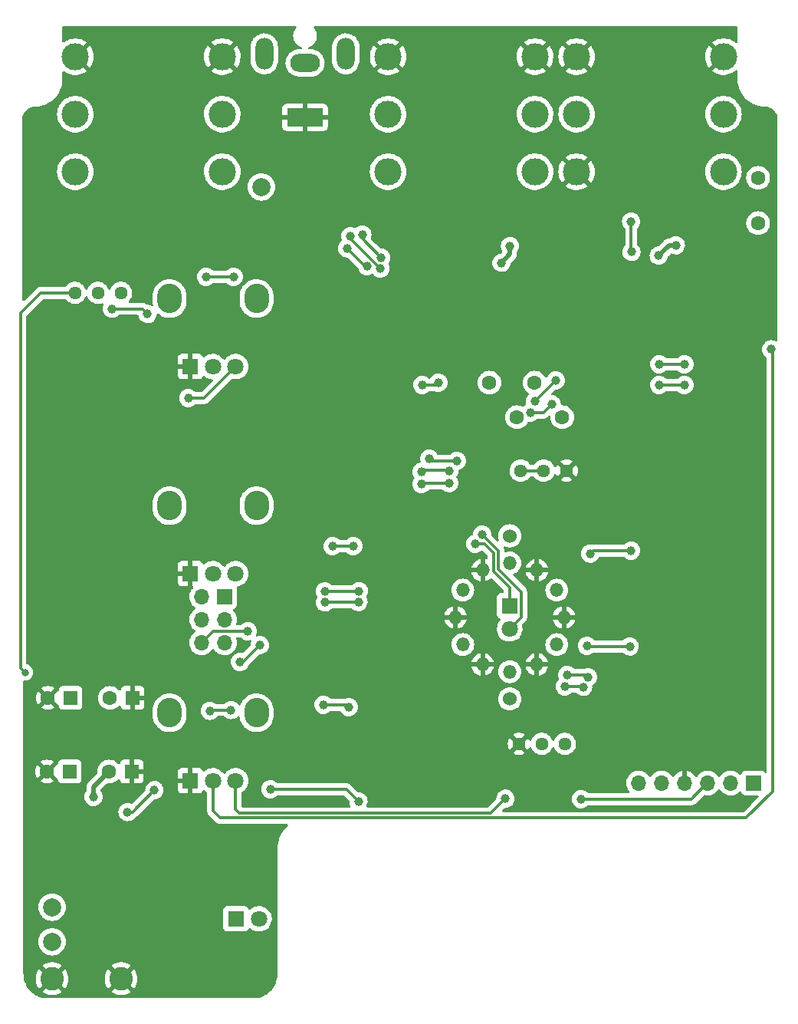
<source format=gtl>
G04 #@! TF.GenerationSoftware,KiCad,Pcbnew,6.0.5+dfsg-1~bpo11+1*
G04 #@! TF.CreationDate,2023-01-30T19:55:39+00:00*
G04 #@! TF.ProjectId,phasor_II,70686173-6f72-45f4-9949-2e6b69636164,0*
G04 #@! TF.SameCoordinates,Original*
G04 #@! TF.FileFunction,Copper,L1,Top*
G04 #@! TF.FilePolarity,Positive*
%FSLAX46Y46*%
G04 Gerber Fmt 4.6, Leading zero omitted, Abs format (unit mm)*
G04 Created by KiCad (PCBNEW 6.0.5+dfsg-1~bpo11+1) date 2023-01-30 19:55:39*
%MOMM*%
%LPD*%
G01*
G04 APERTURE LIST*
G04 #@! TA.AperFunction,ComponentPad*
%ADD10O,2.720000X3.240000*%
G04 #@! TD*
G04 #@! TA.AperFunction,ComponentPad*
%ADD11R,1.800000X1.800000*%
G04 #@! TD*
G04 #@! TA.AperFunction,ComponentPad*
%ADD12C,1.800000*%
G04 #@! TD*
G04 #@! TA.AperFunction,ComponentPad*
%ADD13C,2.600000*%
G04 #@! TD*
G04 #@! TA.AperFunction,ComponentPad*
%ADD14C,1.524000*%
G04 #@! TD*
G04 #@! TA.AperFunction,ComponentPad*
%ADD15O,1.500000X1.500000*%
G04 #@! TD*
G04 #@! TA.AperFunction,ComponentPad*
%ADD16R,1.700000X1.700000*%
G04 #@! TD*
G04 #@! TA.AperFunction,ComponentPad*
%ADD17O,1.700000X1.700000*%
G04 #@! TD*
G04 #@! TA.AperFunction,ComponentPad*
%ADD18C,1.600000*%
G04 #@! TD*
G04 #@! TA.AperFunction,ComponentPad*
%ADD19C,1.440000*%
G04 #@! TD*
G04 #@! TA.AperFunction,ComponentPad*
%ADD20C,2.000000*%
G04 #@! TD*
G04 #@! TA.AperFunction,ComponentPad*
%ADD21C,3.000000*%
G04 #@! TD*
G04 #@! TA.AperFunction,ComponentPad*
%ADD22R,1.600000X1.600000*%
G04 #@! TD*
G04 #@! TA.AperFunction,ComponentPad*
%ADD23R,4.000000X2.000000*%
G04 #@! TD*
G04 #@! TA.AperFunction,ComponentPad*
%ADD24O,3.300000X2.000000*%
G04 #@! TD*
G04 #@! TA.AperFunction,ComponentPad*
%ADD25O,2.000000X3.500000*%
G04 #@! TD*
G04 #@! TA.AperFunction,ViaPad*
%ADD26C,1.000000*%
G04 #@! TD*
G04 #@! TA.AperFunction,ViaPad*
%ADD27C,0.800000*%
G04 #@! TD*
G04 #@! TA.AperFunction,Conductor*
%ADD28C,0.300000*%
G04 #@! TD*
G04 #@! TA.AperFunction,Conductor*
%ADD29C,0.500000*%
G04 #@! TD*
G04 APERTURE END LIST*
D10*
X134340000Y-122040000D03*
X124740000Y-122040000D03*
D11*
X127040000Y-129540000D03*
D12*
X129540000Y-129540000D03*
X132040000Y-129540000D03*
D10*
X124740000Y-99180000D03*
X134340000Y-99180000D03*
D11*
X127040000Y-106680000D03*
D12*
X129540000Y-106680000D03*
X132040000Y-106680000D03*
D11*
X132075000Y-144780000D03*
D12*
X134615000Y-144780000D03*
D10*
X134340000Y-76320000D03*
X124740000Y-76320000D03*
D11*
X127040000Y-83820000D03*
D12*
X129540000Y-83820000D03*
X132040000Y-83820000D03*
D13*
X119380000Y-151384000D03*
X111760000Y-151384000D03*
D14*
X162306000Y-102506000D03*
X162306000Y-120506000D03*
D12*
X162306000Y-112776000D03*
D11*
X162306000Y-110236000D03*
D15*
X156306000Y-111506000D03*
X157109848Y-114505999D03*
X159306000Y-116702152D03*
X162306000Y-117506000D03*
X165305999Y-116702152D03*
X167502152Y-114505999D03*
X168306000Y-111506000D03*
X167502152Y-108506000D03*
X165306000Y-106309848D03*
X162306000Y-105506000D03*
X159306000Y-106309848D03*
X157109848Y-108506000D03*
D16*
X189230000Y-129794000D03*
D17*
X186690000Y-129794000D03*
X184150000Y-129794000D03*
X181610000Y-129794000D03*
X179070000Y-129794000D03*
X176530000Y-129794000D03*
D18*
X168108000Y-89408000D03*
X163108000Y-89408000D03*
D19*
X163513000Y-95313000D03*
X166053000Y-95313000D03*
X168593000Y-95313000D03*
D20*
X134874000Y-64008000D03*
D19*
X163312000Y-125476000D03*
X165852000Y-125476000D03*
X168392000Y-125476000D03*
D18*
X189738000Y-62992000D03*
X189738000Y-67992000D03*
D21*
X185915000Y-55965000D03*
X169685000Y-55965000D03*
X185915000Y-49615000D03*
X169685000Y-49615000D03*
X185915000Y-62315000D03*
X169685000Y-62315000D03*
D22*
X120562380Y-128524000D03*
D18*
X118062380Y-128524000D03*
D20*
X111760000Y-147320000D03*
D23*
X139700000Y-56300000D03*
D24*
X139700000Y-50300000D03*
D25*
X135200000Y-49300000D03*
X144200000Y-49300000D03*
D22*
X113792000Y-120396000D03*
D18*
X111292000Y-120396000D03*
D16*
X130815000Y-109235000D03*
D17*
X128275000Y-109235000D03*
X130815000Y-111775000D03*
X128275000Y-111775000D03*
X130815000Y-114315000D03*
X128275000Y-114315000D03*
D21*
X165100000Y-55965000D03*
X148870000Y-55965000D03*
X165100000Y-49615000D03*
X148870000Y-49615000D03*
X165100000Y-62315000D03*
X148870000Y-62315000D03*
D18*
X160060000Y-85598000D03*
X165060000Y-85598000D03*
D21*
X130556000Y-55965000D03*
X114326000Y-55965000D03*
X130556000Y-49615000D03*
X114326000Y-49615000D03*
X130556000Y-62315000D03*
X114326000Y-62315000D03*
D22*
X120650000Y-120396000D03*
D18*
X118150000Y-120396000D03*
D20*
X111760000Y-143510000D03*
D19*
X114290000Y-75692000D03*
X116830000Y-75692000D03*
X119370000Y-75692000D03*
D22*
X113704380Y-128524000D03*
D18*
X111204380Y-128524000D03*
D26*
X147935500Y-126492000D03*
X146558000Y-86868000D03*
X157480000Y-88900000D03*
X118770400Y-89966800D03*
X114046000Y-83820000D03*
X139446000Y-115570000D03*
X110236000Y-86360000D03*
X139700000Y-74930000D03*
X113461800Y-107416600D03*
X118770400Y-91846400D03*
X121666000Y-83820000D03*
X134889425Y-70953500D03*
X110236000Y-88138000D03*
X139446000Y-93472000D03*
X120040400Y-99593400D03*
X158496000Y-77724000D03*
X152146000Y-84328000D03*
X115900200Y-105029000D03*
X115824000Y-124206000D03*
X112217200Y-96240600D03*
X183642000Y-88900000D03*
X171450000Y-86868000D03*
X123698000Y-90170000D03*
X113284000Y-101777800D03*
X124714000Y-148336000D03*
X114808000Y-103403400D03*
X147828000Y-113284000D03*
X166878000Y-74676000D03*
X113588800Y-97942400D03*
X171450000Y-112268000D03*
X115824000Y-83820000D03*
X159004000Y-129794000D03*
X113461800Y-110464600D03*
X122555000Y-104724200D03*
X183642000Y-101092000D03*
X183642000Y-111760000D03*
X158750000Y-74930000D03*
X115824000Y-122682000D03*
X175768000Y-100838000D03*
X147862312Y-124171688D03*
X176022000Y-74930000D03*
X188380500Y-99807364D03*
X188214000Y-74422000D03*
X120015000Y-104775000D03*
X111887000Y-99796600D03*
X176022000Y-88900000D03*
X183896000Y-74930000D03*
X115773200Y-96240600D03*
X121666000Y-81788000D03*
X171485720Y-71409720D03*
X139954000Y-103886000D03*
X113461800Y-111988600D03*
X141224000Y-99060000D03*
X139700000Y-112268000D03*
X118262400Y-100380800D03*
X110236000Y-84582000D03*
X139650855Y-127014859D03*
X113461800Y-108940600D03*
X121666000Y-85852000D03*
X187872500Y-112330072D03*
X135382000Y-108458000D03*
X121920000Y-116332000D03*
X147828000Y-75184000D03*
X155448000Y-129794000D03*
X109982000Y-66040000D03*
X116382800Y-116332000D03*
X118821200Y-88188800D03*
X123698000Y-91948000D03*
X146558000Y-99060000D03*
X188214000Y-86868000D03*
X152089132Y-93443566D03*
X139700000Y-124206000D03*
X152146000Y-103378000D03*
X110236000Y-89916000D03*
X171537500Y-99568000D03*
X115189000Y-91059000D03*
X110617000Y-96520000D03*
X175768000Y-111760000D03*
X139700000Y-89408000D03*
X115519200Y-99999800D03*
X171450000Y-77470000D03*
X110236000Y-91694000D03*
X115824000Y-125730000D03*
X112268000Y-83820000D03*
X114122200Y-116332000D03*
X188214000Y-71374000D03*
X156464001Y-94234000D03*
D27*
X108762800Y-117576600D03*
D26*
X153416000Y-93980000D03*
X142748000Y-103632000D03*
X145034000Y-103632000D03*
X178765200Y-71577200D03*
X180644800Y-70434200D03*
X162331400Y-70510400D03*
X116332000Y-131318000D03*
X161391600Y-72364600D03*
X154432000Y-85598000D03*
X152654000Y-85852000D03*
X161823400Y-131521200D03*
X175717200Y-67818000D03*
X175742600Y-71170800D03*
X178816000Y-83566000D03*
X181610000Y-83566000D03*
X165100000Y-87630000D03*
X181610000Y-85852000D03*
X167386000Y-85344000D03*
X178816000Y-85852000D03*
X168402000Y-119126000D03*
X170405566Y-119182868D03*
X170942000Y-118110000D03*
X168656000Y-117856000D03*
X170840400Y-114655600D03*
X175560950Y-114720500D03*
X175702000Y-104140000D03*
X171170600Y-104470200D03*
X166934129Y-87989300D03*
X164592000Y-88900000D03*
X123063000Y-130581400D03*
X132520713Y-116417111D03*
X145664163Y-108606822D03*
X134696200Y-114579400D03*
X120091200Y-132994400D03*
X141884400Y-108635800D03*
X159258000Y-102362000D03*
X152566500Y-96802311D03*
X158496000Y-103378000D03*
X155614501Y-96687238D03*
X131826000Y-73914000D03*
X128778000Y-73914000D03*
X141907725Y-109860500D03*
X133364001Y-113030000D03*
X145592800Y-109804200D03*
X152566500Y-95441928D03*
X155614501Y-95341951D03*
X191174500Y-81919137D03*
X146024600Y-69240400D03*
X145592800Y-131826000D03*
X135864600Y-130479800D03*
X148109267Y-71800459D03*
X144526000Y-121412000D03*
X141732000Y-121158000D03*
X122301000Y-78028800D03*
X126802498Y-87294102D03*
X118364000Y-77444600D03*
X170180000Y-131572000D03*
X131524126Y-121731881D03*
X129184400Y-121818400D03*
X144346589Y-70770365D03*
X146558000Y-72745600D03*
X144703800Y-69418200D03*
X148009588Y-72995812D03*
D28*
X153670000Y-94234000D02*
X156464001Y-94234000D01*
X108254800Y-77927200D02*
X110490000Y-75692000D01*
X108254800Y-77927200D02*
X108254800Y-117068600D01*
X114290000Y-75692000D02*
X110490000Y-75692000D01*
X108254800Y-117068600D02*
X108762800Y-117576600D01*
X153416000Y-93980000D02*
X153670000Y-94234000D01*
D29*
X116332000Y-130254380D02*
X118062380Y-128524000D01*
X162331400Y-71424800D02*
X161391600Y-72364600D01*
X116332000Y-131318000D02*
X116332000Y-130254380D01*
D28*
X145034000Y-103632000D02*
X142748000Y-103632000D01*
D29*
X179908200Y-70434200D02*
X178765200Y-71577200D01*
X180644800Y-70434200D02*
X179908200Y-70434200D01*
X162331400Y-70510400D02*
X162331400Y-71424800D01*
D28*
X154178000Y-85852000D02*
X152654000Y-85852000D01*
X154432000Y-85598000D02*
X154178000Y-85852000D01*
X160197800Y-133146800D02*
X161823400Y-131521200D01*
X132040000Y-132725800D02*
X132461000Y-133146800D01*
X132461000Y-133146800D02*
X160197800Y-133146800D01*
X132040000Y-129540000D02*
X132040000Y-132725800D01*
X175717200Y-71145400D02*
X175717200Y-67818000D01*
X175742600Y-71170800D02*
X175717200Y-71145400D01*
X178816000Y-83566000D02*
X181610000Y-83566000D01*
X178816000Y-85852000D02*
X181610000Y-85852000D01*
X165100000Y-87630000D02*
X167386000Y-85344000D01*
X170348698Y-119126000D02*
X170405566Y-119182868D01*
X168402000Y-119126000D02*
X170348698Y-119126000D01*
X170688000Y-117856000D02*
X170942000Y-118110000D01*
X168656000Y-117856000D02*
X170688000Y-117856000D01*
X170905300Y-114720500D02*
X170840400Y-114655600D01*
X175560950Y-114720500D02*
X170905300Y-114720500D01*
X171500800Y-104140000D02*
X171170600Y-104470200D01*
X175702000Y-104140000D02*
X171500800Y-104140000D01*
X166023429Y-88900000D02*
X164592000Y-88900000D01*
X166934129Y-87989300D02*
X166023429Y-88900000D01*
X132520713Y-116417111D02*
X132858489Y-116417111D01*
X141913378Y-108606822D02*
X141884400Y-108635800D01*
X132858489Y-116417111D02*
X134696200Y-114579400D01*
X120650000Y-132994400D02*
X123063000Y-130581400D01*
X120091200Y-132994400D02*
X120650000Y-132994400D01*
X145664163Y-108606822D02*
X141913378Y-108606822D01*
X161036000Y-106172000D02*
X161036000Y-104140000D01*
X161036000Y-104140000D02*
X159258000Y-102362000D01*
X162306000Y-112776000D02*
X163556000Y-111526000D01*
X163556000Y-111526000D02*
X163556000Y-108692000D01*
X161036000Y-106172000D02*
X163556000Y-108692000D01*
X160536499Y-104402499D02*
X159512000Y-103378000D01*
X159512000Y-103378000D02*
X158496000Y-103378000D01*
X160536499Y-106434499D02*
X160536499Y-104402499D01*
X152681573Y-96687238D02*
X155614501Y-96687238D01*
X162306000Y-108204000D02*
X160536499Y-106434499D01*
X162306000Y-110236000D02*
X162306000Y-108204000D01*
X152566500Y-96802311D02*
X152681573Y-96687238D01*
X131826000Y-73914000D02*
X128778000Y-73914000D01*
X141964025Y-109804200D02*
X141907725Y-109860500D01*
X129560000Y-113030000D02*
X133364001Y-113030000D01*
X145592800Y-109804200D02*
X141964025Y-109804200D01*
X128275000Y-114315000D02*
X129560000Y-113030000D01*
X152716072Y-95441928D02*
X152908000Y-95250000D01*
X152566500Y-95441928D02*
X152716072Y-95441928D01*
X155285951Y-95341951D02*
X155614501Y-95341951D01*
X155194000Y-95250000D02*
X155285951Y-95341951D01*
X152908000Y-95250000D02*
X155194000Y-95250000D01*
X191364911Y-82109548D02*
X191174500Y-81919137D01*
X129540000Y-129540000D02*
X129540000Y-132842000D01*
X130344301Y-133646301D02*
X188425699Y-133646301D01*
X191364911Y-130707089D02*
X191364911Y-82109548D01*
X188425699Y-133646301D02*
X191364911Y-130707089D01*
X129540000Y-132842000D02*
X130344301Y-133646301D01*
X166053000Y-95313000D02*
X163513000Y-95313000D01*
X146024600Y-69240400D02*
X146024600Y-69715792D01*
X146024600Y-69715792D02*
X148109267Y-71800459D01*
X145592800Y-131826000D02*
X144246600Y-130479800D01*
X144246600Y-130479800D02*
X135864600Y-130479800D01*
X132040000Y-83820000D02*
X128565898Y-87294102D01*
X144272000Y-121158000D02*
X144526000Y-121412000D01*
X121716800Y-77444600D02*
X122301000Y-78028800D01*
X141732000Y-121158000D02*
X144272000Y-121158000D01*
X118364000Y-77444600D02*
X121716800Y-77444600D01*
X128565898Y-87294102D02*
X126802498Y-87294102D01*
X183769000Y-130175000D02*
X182372000Y-131572000D01*
X182372000Y-131572000D02*
X170180000Y-131572000D01*
X184150000Y-130175000D02*
X183769000Y-130175000D01*
X131524126Y-121731881D02*
X129270919Y-121731881D01*
X129270919Y-121731881D02*
X129184400Y-121818400D01*
X146321824Y-72745600D02*
X146558000Y-72745600D01*
X144346589Y-70770365D02*
X146321824Y-72745600D01*
X144703800Y-69418200D02*
X144703800Y-69690025D01*
X144703800Y-69690025D02*
X148009588Y-72995812D01*
G04 #@! TA.AperFunction,Conductor*
G36*
X138684933Y-46248502D02*
G01*
X138731426Y-46302158D01*
X138741530Y-46372432D01*
X138712036Y-46437012D01*
X138705907Y-46443595D01*
X138693802Y-46455700D01*
X138562477Y-46643251D01*
X138560154Y-46648233D01*
X138560151Y-46648238D01*
X138468039Y-46845775D01*
X138465716Y-46850757D01*
X138464294Y-46856065D01*
X138464293Y-46856067D01*
X138408354Y-47064833D01*
X138406457Y-47071913D01*
X138386502Y-47300000D01*
X138406457Y-47528087D01*
X138407881Y-47533400D01*
X138407881Y-47533402D01*
X138438511Y-47647712D01*
X138465716Y-47749243D01*
X138468039Y-47754224D01*
X138468039Y-47754225D01*
X138560151Y-47951762D01*
X138560154Y-47951767D01*
X138562477Y-47956749D01*
X138603529Y-48015377D01*
X138669274Y-48109270D01*
X138693802Y-48144300D01*
X138855700Y-48306198D01*
X138860208Y-48309355D01*
X138860211Y-48309357D01*
X138938389Y-48364098D01*
X139043251Y-48437523D01*
X139048233Y-48439846D01*
X139048238Y-48439849D01*
X139153642Y-48488999D01*
X139250757Y-48534284D01*
X139256065Y-48535706D01*
X139256067Y-48535707D01*
X139286245Y-48543793D01*
X139346868Y-48580745D01*
X139377889Y-48644605D01*
X139369461Y-48715100D01*
X139324258Y-48769847D01*
X139253634Y-48791500D01*
X138988999Y-48791500D01*
X138986491Y-48791702D01*
X138986486Y-48791702D01*
X138813076Y-48805654D01*
X138813071Y-48805655D01*
X138808035Y-48806060D01*
X138803127Y-48807266D01*
X138803124Y-48807266D01*
X138687007Y-48835787D01*
X138572294Y-48863963D01*
X138567642Y-48865938D01*
X138567638Y-48865939D01*
X138460252Y-48911522D01*
X138348844Y-48958812D01*
X138344560Y-48961510D01*
X138147712Y-49085472D01*
X138147709Y-49085474D01*
X138143433Y-49088167D01*
X138139639Y-49091512D01*
X137965142Y-49245350D01*
X137965139Y-49245353D01*
X137961345Y-49248698D01*
X137958135Y-49252606D01*
X137958134Y-49252607D01*
X137881320Y-49346123D01*
X137807266Y-49436278D01*
X137804724Y-49440646D01*
X137701801Y-49617485D01*
X137685159Y-49646078D01*
X137683346Y-49650801D01*
X137662889Y-49704095D01*
X137598167Y-49872702D01*
X137597133Y-49877652D01*
X137597132Y-49877655D01*
X137574960Y-49983790D01*
X137548526Y-50110320D01*
X137537514Y-50352817D01*
X137538095Y-50357837D01*
X137538095Y-50357841D01*
X137557750Y-50527706D01*
X137565415Y-50593956D01*
X137566791Y-50598820D01*
X137566792Y-50598823D01*
X137608580Y-50746498D01*
X137631510Y-50827532D01*
X137633644Y-50832108D01*
X137633646Y-50832114D01*
X137731962Y-51042954D01*
X137734099Y-51047536D01*
X137870544Y-51248307D01*
X138037332Y-51424681D01*
X138041358Y-51427759D01*
X138041359Y-51427760D01*
X138226154Y-51569047D01*
X138226158Y-51569050D01*
X138230174Y-51572120D01*
X138444109Y-51686831D01*
X138673631Y-51765862D01*
X138772978Y-51783022D01*
X138908926Y-51806504D01*
X138908932Y-51806505D01*
X138912836Y-51807179D01*
X138916797Y-51807359D01*
X138916798Y-51807359D01*
X138940506Y-51808436D01*
X138940525Y-51808436D01*
X138941925Y-51808500D01*
X140411001Y-51808500D01*
X140413509Y-51808298D01*
X140413514Y-51808298D01*
X140586924Y-51794346D01*
X140586929Y-51794345D01*
X140591965Y-51793940D01*
X140596873Y-51792734D01*
X140596876Y-51792734D01*
X140822792Y-51737244D01*
X140827706Y-51736037D01*
X140832358Y-51734062D01*
X140832362Y-51734061D01*
X141046498Y-51643165D01*
X141051156Y-51641188D01*
X141157037Y-51574511D01*
X141252288Y-51514528D01*
X141252291Y-51514526D01*
X141256567Y-51511833D01*
X141355422Y-51424681D01*
X141434858Y-51354650D01*
X141434861Y-51354647D01*
X141438655Y-51351302D01*
X141523256Y-51248307D01*
X141589526Y-51167628D01*
X141589528Y-51167625D01*
X141592734Y-51163722D01*
X141663023Y-51042954D01*
X141712299Y-50958290D01*
X141712300Y-50958288D01*
X141714841Y-50953922D01*
X141765224Y-50822669D01*
X141800020Y-50732022D01*
X141800021Y-50732018D01*
X141801833Y-50727298D01*
X141816751Y-50655891D01*
X141850440Y-50494631D01*
X141850440Y-50494627D01*
X141851474Y-50489680D01*
X141862486Y-50247183D01*
X141861905Y-50242159D01*
X141846729Y-50111001D01*
X142691500Y-50111001D01*
X142691702Y-50113509D01*
X142691702Y-50113514D01*
X142702864Y-50252237D01*
X142706060Y-50291965D01*
X142707266Y-50296873D01*
X142707266Y-50296876D01*
X142730359Y-50390894D01*
X142763963Y-50527706D01*
X142765938Y-50532358D01*
X142765939Y-50532362D01*
X142792084Y-50593956D01*
X142858812Y-50751156D01*
X142988167Y-50956567D01*
X142991512Y-50960361D01*
X143145350Y-51134858D01*
X143145353Y-51134861D01*
X143148698Y-51138655D01*
X143152606Y-51141865D01*
X143152607Y-51141866D01*
X143317134Y-51277009D01*
X143336278Y-51292734D01*
X143546078Y-51414841D01*
X143550801Y-51416654D01*
X143767978Y-51500020D01*
X143767982Y-51500021D01*
X143772702Y-51501833D01*
X143777652Y-51502867D01*
X143777655Y-51502868D01*
X144005369Y-51550440D01*
X144005373Y-51550440D01*
X144010320Y-51551474D01*
X144252817Y-51562486D01*
X144257837Y-51561905D01*
X144257841Y-51561905D01*
X144488929Y-51535167D01*
X144488933Y-51535166D01*
X144493956Y-51534585D01*
X144498820Y-51533209D01*
X144498823Y-51533208D01*
X144722669Y-51469866D01*
X144722668Y-51469866D01*
X144727532Y-51468490D01*
X144732108Y-51466356D01*
X144732114Y-51466354D01*
X144942954Y-51368038D01*
X144942958Y-51368036D01*
X144947536Y-51365901D01*
X144974770Y-51347393D01*
X145144119Y-51232302D01*
X145148307Y-51229456D01*
X145174534Y-51204654D01*
X147645618Y-51204654D01*
X147652673Y-51214627D01*
X147683679Y-51240551D01*
X147690598Y-51245579D01*
X147915272Y-51386515D01*
X147922807Y-51390556D01*
X148164520Y-51499694D01*
X148172551Y-51502680D01*
X148426832Y-51578002D01*
X148435184Y-51579869D01*
X148697340Y-51619984D01*
X148705874Y-51620700D01*
X148971045Y-51624867D01*
X148979596Y-51624418D01*
X149242883Y-51592557D01*
X149251284Y-51590955D01*
X149507824Y-51523653D01*
X149515926Y-51520926D01*
X149760949Y-51419434D01*
X149768617Y-51415628D01*
X149997598Y-51281822D01*
X150004679Y-51277009D01*
X150084655Y-51214301D01*
X150091545Y-51204654D01*
X163875618Y-51204654D01*
X163882673Y-51214627D01*
X163913679Y-51240551D01*
X163920598Y-51245579D01*
X164145272Y-51386515D01*
X164152807Y-51390556D01*
X164394520Y-51499694D01*
X164402551Y-51502680D01*
X164656832Y-51578002D01*
X164665184Y-51579869D01*
X164927340Y-51619984D01*
X164935874Y-51620700D01*
X165201045Y-51624867D01*
X165209596Y-51624418D01*
X165472883Y-51592557D01*
X165481284Y-51590955D01*
X165737824Y-51523653D01*
X165745926Y-51520926D01*
X165990949Y-51419434D01*
X165998617Y-51415628D01*
X166227598Y-51281822D01*
X166234679Y-51277009D01*
X166314655Y-51214301D01*
X166321545Y-51204654D01*
X168460618Y-51204654D01*
X168467673Y-51214627D01*
X168498679Y-51240551D01*
X168505598Y-51245579D01*
X168730272Y-51386515D01*
X168737807Y-51390556D01*
X168979520Y-51499694D01*
X168987551Y-51502680D01*
X169241832Y-51578002D01*
X169250184Y-51579869D01*
X169512340Y-51619984D01*
X169520874Y-51620700D01*
X169786045Y-51624867D01*
X169794596Y-51624418D01*
X170057883Y-51592557D01*
X170066284Y-51590955D01*
X170322824Y-51523653D01*
X170330926Y-51520926D01*
X170575949Y-51419434D01*
X170583617Y-51415628D01*
X170812598Y-51281822D01*
X170819679Y-51277009D01*
X170899655Y-51214301D01*
X170908125Y-51202442D01*
X170901608Y-51190818D01*
X169697812Y-49987022D01*
X169683868Y-49979408D01*
X169682035Y-49979539D01*
X169675420Y-49983790D01*
X168467910Y-51191300D01*
X168460618Y-51204654D01*
X166321545Y-51204654D01*
X166323125Y-51202442D01*
X166316608Y-51190818D01*
X165112812Y-49987022D01*
X165098868Y-49979408D01*
X165097035Y-49979539D01*
X165090420Y-49983790D01*
X163882910Y-51191300D01*
X163875618Y-51204654D01*
X150091545Y-51204654D01*
X150093125Y-51202442D01*
X150086608Y-51190818D01*
X148882812Y-49987022D01*
X148868868Y-49979408D01*
X148867035Y-49979539D01*
X148860420Y-49983790D01*
X147652910Y-51191300D01*
X147645618Y-51204654D01*
X145174534Y-51204654D01*
X145324681Y-51062668D01*
X145404484Y-50958290D01*
X145469047Y-50873846D01*
X145469050Y-50873842D01*
X145472120Y-50869826D01*
X145586831Y-50655891D01*
X145665862Y-50426369D01*
X145697680Y-50242159D01*
X145706504Y-50191074D01*
X145706505Y-50191068D01*
X145707179Y-50187164D01*
X145708500Y-50158075D01*
X145708500Y-49598204D01*
X146857665Y-49598204D01*
X146872932Y-49862969D01*
X146874005Y-49871470D01*
X146925065Y-50131722D01*
X146927276Y-50139974D01*
X147013184Y-50390894D01*
X147016499Y-50398779D01*
X147135664Y-50635713D01*
X147140020Y-50643079D01*
X147269347Y-50831250D01*
X147279601Y-50839594D01*
X147293342Y-50832448D01*
X148497978Y-49627812D01*
X148504356Y-49616132D01*
X149234408Y-49616132D01*
X149234539Y-49617965D01*
X149238790Y-49624580D01*
X150445730Y-50831520D01*
X150457939Y-50838187D01*
X150469439Y-50829497D01*
X150566831Y-50696913D01*
X150571418Y-50689685D01*
X150697962Y-50456621D01*
X150701530Y-50448827D01*
X150795271Y-50200750D01*
X150797748Y-50192544D01*
X150856954Y-49934038D01*
X150858294Y-49925577D01*
X150882031Y-49659616D01*
X150882277Y-49654677D01*
X150882666Y-49617485D01*
X150882523Y-49612519D01*
X150881547Y-49598204D01*
X163087665Y-49598204D01*
X163102932Y-49862969D01*
X163104005Y-49871470D01*
X163155065Y-50131722D01*
X163157276Y-50139974D01*
X163243184Y-50390894D01*
X163246499Y-50398779D01*
X163365664Y-50635713D01*
X163370020Y-50643079D01*
X163499347Y-50831250D01*
X163509601Y-50839594D01*
X163523342Y-50832448D01*
X164727978Y-49627812D01*
X164734356Y-49616132D01*
X165464408Y-49616132D01*
X165464539Y-49617965D01*
X165468790Y-49624580D01*
X166675730Y-50831520D01*
X166687939Y-50838187D01*
X166699439Y-50829497D01*
X166796831Y-50696913D01*
X166801418Y-50689685D01*
X166927962Y-50456621D01*
X166931530Y-50448827D01*
X167025271Y-50200750D01*
X167027748Y-50192544D01*
X167086954Y-49934038D01*
X167088294Y-49925577D01*
X167112031Y-49659616D01*
X167112277Y-49654677D01*
X167112666Y-49617485D01*
X167112523Y-49612519D01*
X167111547Y-49598204D01*
X167672665Y-49598204D01*
X167687932Y-49862969D01*
X167689005Y-49871470D01*
X167740065Y-50131722D01*
X167742276Y-50139974D01*
X167828184Y-50390894D01*
X167831499Y-50398779D01*
X167950664Y-50635713D01*
X167955020Y-50643079D01*
X168084347Y-50831250D01*
X168094601Y-50839594D01*
X168108342Y-50832448D01*
X169312978Y-49627812D01*
X169319356Y-49616132D01*
X170049408Y-49616132D01*
X170049539Y-49617965D01*
X170053790Y-49624580D01*
X171260730Y-50831520D01*
X171272939Y-50838187D01*
X171284439Y-50829497D01*
X171381831Y-50696913D01*
X171386418Y-50689685D01*
X171512962Y-50456621D01*
X171516530Y-50448827D01*
X171610271Y-50200750D01*
X171612748Y-50192544D01*
X171671954Y-49934038D01*
X171673294Y-49925577D01*
X171697031Y-49659616D01*
X171697277Y-49654677D01*
X171697666Y-49617485D01*
X171697523Y-49612519D01*
X171696547Y-49598204D01*
X183902665Y-49598204D01*
X183917932Y-49862969D01*
X183919005Y-49871470D01*
X183970065Y-50131722D01*
X183972276Y-50139974D01*
X184058184Y-50390894D01*
X184061499Y-50398779D01*
X184180664Y-50635713D01*
X184185020Y-50643079D01*
X184314347Y-50831250D01*
X184324601Y-50839594D01*
X184338342Y-50832448D01*
X185542978Y-49627812D01*
X185550592Y-49613868D01*
X185550461Y-49612035D01*
X185546210Y-49605420D01*
X184338814Y-48398024D01*
X184326804Y-48391466D01*
X184315064Y-48400434D01*
X184206935Y-48550911D01*
X184202418Y-48558196D01*
X184078325Y-48792567D01*
X184074839Y-48800395D01*
X183983700Y-49049446D01*
X183981311Y-49057670D01*
X183924812Y-49316795D01*
X183923563Y-49325250D01*
X183902754Y-49589653D01*
X183902665Y-49598204D01*
X171696547Y-49598204D01*
X171679362Y-49346123D01*
X171678201Y-49337649D01*
X171624419Y-49077944D01*
X171622120Y-49069709D01*
X171533588Y-48819705D01*
X171530191Y-48811854D01*
X171408550Y-48576178D01*
X171404122Y-48568866D01*
X171285031Y-48399417D01*
X171274509Y-48391037D01*
X171261121Y-48398089D01*
X170057022Y-49602188D01*
X170049408Y-49616132D01*
X169319356Y-49616132D01*
X169320592Y-49613868D01*
X169320461Y-49612035D01*
X169316210Y-49605420D01*
X168108814Y-48398024D01*
X168096804Y-48391466D01*
X168085064Y-48400434D01*
X167976935Y-48550911D01*
X167972418Y-48558196D01*
X167848325Y-48792567D01*
X167844839Y-48800395D01*
X167753700Y-49049446D01*
X167751311Y-49057670D01*
X167694812Y-49316795D01*
X167693563Y-49325250D01*
X167672754Y-49589653D01*
X167672665Y-49598204D01*
X167111547Y-49598204D01*
X167094362Y-49346123D01*
X167093201Y-49337649D01*
X167039419Y-49077944D01*
X167037120Y-49069709D01*
X166948588Y-48819705D01*
X166945191Y-48811854D01*
X166823550Y-48576178D01*
X166819122Y-48568866D01*
X166700031Y-48399417D01*
X166689509Y-48391037D01*
X166676121Y-48398089D01*
X165472022Y-49602188D01*
X165464408Y-49616132D01*
X164734356Y-49616132D01*
X164735592Y-49613868D01*
X164735461Y-49612035D01*
X164731210Y-49605420D01*
X163523814Y-48398024D01*
X163511804Y-48391466D01*
X163500064Y-48400434D01*
X163391935Y-48550911D01*
X163387418Y-48558196D01*
X163263325Y-48792567D01*
X163259839Y-48800395D01*
X163168700Y-49049446D01*
X163166311Y-49057670D01*
X163109812Y-49316795D01*
X163108563Y-49325250D01*
X163087754Y-49589653D01*
X163087665Y-49598204D01*
X150881547Y-49598204D01*
X150864362Y-49346123D01*
X150863201Y-49337649D01*
X150809419Y-49077944D01*
X150807120Y-49069709D01*
X150718588Y-48819705D01*
X150715191Y-48811854D01*
X150593550Y-48576178D01*
X150589122Y-48568866D01*
X150470031Y-48399417D01*
X150459509Y-48391037D01*
X150446121Y-48398089D01*
X149242022Y-49602188D01*
X149234408Y-49616132D01*
X148504356Y-49616132D01*
X148505592Y-49613868D01*
X148505461Y-49612035D01*
X148501210Y-49605420D01*
X147293814Y-48398024D01*
X147281804Y-48391466D01*
X147270064Y-48400434D01*
X147161935Y-48550911D01*
X147157418Y-48558196D01*
X147033325Y-48792567D01*
X147029839Y-48800395D01*
X146938700Y-49049446D01*
X146936311Y-49057670D01*
X146879812Y-49316795D01*
X146878563Y-49325250D01*
X146857754Y-49589653D01*
X146857665Y-49598204D01*
X145708500Y-49598204D01*
X145708500Y-48488999D01*
X145708298Y-48486486D01*
X145694346Y-48313076D01*
X145694345Y-48313071D01*
X145693940Y-48308035D01*
X145651804Y-48136484D01*
X145637244Y-48077208D01*
X145636037Y-48072294D01*
X145621984Y-48039186D01*
X145617024Y-48027500D01*
X147646584Y-48027500D01*
X147652980Y-48038770D01*
X148857188Y-49242978D01*
X148871132Y-49250592D01*
X148872965Y-49250461D01*
X148879580Y-49246210D01*
X150086604Y-48039186D01*
X150092985Y-48027500D01*
X163876584Y-48027500D01*
X163882980Y-48038770D01*
X165087188Y-49242978D01*
X165101132Y-49250592D01*
X165102965Y-49250461D01*
X165109580Y-49246210D01*
X166316604Y-48039186D01*
X166322985Y-48027500D01*
X168461584Y-48027500D01*
X168467980Y-48038770D01*
X169672188Y-49242978D01*
X169686132Y-49250592D01*
X169687965Y-49250461D01*
X169694580Y-49246210D01*
X170901604Y-48039186D01*
X170908795Y-48026017D01*
X170901473Y-48015780D01*
X170854233Y-47977115D01*
X170847261Y-47972160D01*
X170621122Y-47833582D01*
X170613552Y-47829624D01*
X170370704Y-47723022D01*
X170362644Y-47720120D01*
X170107592Y-47647467D01*
X170099214Y-47645685D01*
X169836656Y-47608318D01*
X169828111Y-47607691D01*
X169562908Y-47606302D01*
X169554374Y-47606839D01*
X169291433Y-47641456D01*
X169283035Y-47643149D01*
X169027238Y-47713127D01*
X169019143Y-47715946D01*
X168775199Y-47819997D01*
X168767577Y-47823881D01*
X168540013Y-47960075D01*
X168532981Y-47964962D01*
X168470053Y-48015377D01*
X168461584Y-48027500D01*
X166322985Y-48027500D01*
X166323795Y-48026017D01*
X166316473Y-48015780D01*
X166269233Y-47977115D01*
X166262261Y-47972160D01*
X166036122Y-47833582D01*
X166028552Y-47829624D01*
X165785704Y-47723022D01*
X165777644Y-47720120D01*
X165522592Y-47647467D01*
X165514214Y-47645685D01*
X165251656Y-47608318D01*
X165243111Y-47607691D01*
X164977908Y-47606302D01*
X164969374Y-47606839D01*
X164706433Y-47641456D01*
X164698035Y-47643149D01*
X164442238Y-47713127D01*
X164434143Y-47715946D01*
X164190199Y-47819997D01*
X164182577Y-47823881D01*
X163955013Y-47960075D01*
X163947981Y-47964962D01*
X163885053Y-48015377D01*
X163876584Y-48027500D01*
X150092985Y-48027500D01*
X150093795Y-48026017D01*
X150086473Y-48015780D01*
X150039233Y-47977115D01*
X150032261Y-47972160D01*
X149806122Y-47833582D01*
X149798552Y-47829624D01*
X149555704Y-47723022D01*
X149547644Y-47720120D01*
X149292592Y-47647467D01*
X149284214Y-47645685D01*
X149021656Y-47608318D01*
X149013111Y-47607691D01*
X148747908Y-47606302D01*
X148739374Y-47606839D01*
X148476433Y-47641456D01*
X148468035Y-47643149D01*
X148212238Y-47713127D01*
X148204143Y-47715946D01*
X147960199Y-47819997D01*
X147952577Y-47823881D01*
X147725013Y-47960075D01*
X147717981Y-47964962D01*
X147655053Y-48015377D01*
X147646584Y-48027500D01*
X145617024Y-48027500D01*
X145543165Y-47853502D01*
X145541188Y-47848844D01*
X145411833Y-47643433D01*
X145371633Y-47597834D01*
X145254650Y-47465142D01*
X145254647Y-47465139D01*
X145251302Y-47461345D01*
X145144993Y-47374022D01*
X145067628Y-47310474D01*
X145067625Y-47310472D01*
X145063722Y-47307266D01*
X144853922Y-47185159D01*
X144719725Y-47133646D01*
X144632022Y-47099980D01*
X144632018Y-47099979D01*
X144627298Y-47098167D01*
X144622348Y-47097133D01*
X144622345Y-47097132D01*
X144394631Y-47049560D01*
X144394627Y-47049560D01*
X144389680Y-47048526D01*
X144147183Y-47037514D01*
X144142163Y-47038095D01*
X144142159Y-47038095D01*
X143911071Y-47064833D01*
X143911067Y-47064834D01*
X143906044Y-47065415D01*
X143901180Y-47066791D01*
X143901177Y-47066792D01*
X143883080Y-47071913D01*
X143672468Y-47131510D01*
X143667892Y-47133644D01*
X143667886Y-47133646D01*
X143457046Y-47231962D01*
X143457042Y-47231964D01*
X143452464Y-47234099D01*
X143251693Y-47370544D01*
X143075319Y-47537332D01*
X143072241Y-47541358D01*
X143072240Y-47541359D01*
X142930953Y-47726154D01*
X142930950Y-47726158D01*
X142927880Y-47730174D01*
X142813169Y-47944109D01*
X142734138Y-48173631D01*
X142733276Y-48178623D01*
X142695139Y-48399417D01*
X142692821Y-48412836D01*
X142691500Y-48441925D01*
X142691500Y-50111001D01*
X141846729Y-50111001D01*
X141835167Y-50011071D01*
X141835166Y-50011067D01*
X141834585Y-50006044D01*
X141829203Y-49987022D01*
X141769866Y-49777331D01*
X141768490Y-49772468D01*
X141766356Y-49767892D01*
X141766354Y-49767886D01*
X141668038Y-49557046D01*
X141668036Y-49557042D01*
X141665901Y-49552464D01*
X141529456Y-49351693D01*
X141362668Y-49175319D01*
X141358641Y-49172240D01*
X141173846Y-49030953D01*
X141173842Y-49030950D01*
X141169826Y-49027880D01*
X140955891Y-48913169D01*
X140726369Y-48834138D01*
X140597356Y-48811854D01*
X140491074Y-48793496D01*
X140491068Y-48793495D01*
X140487164Y-48792821D01*
X140483203Y-48792641D01*
X140483202Y-48792641D01*
X140459494Y-48791564D01*
X140459475Y-48791564D01*
X140458075Y-48791500D01*
X140146366Y-48791500D01*
X140078245Y-48771498D01*
X140031752Y-48717842D01*
X140021648Y-48647568D01*
X140051142Y-48582988D01*
X140113755Y-48543793D01*
X140143933Y-48535707D01*
X140143935Y-48535706D01*
X140149243Y-48534284D01*
X140246358Y-48488999D01*
X140351762Y-48439849D01*
X140351767Y-48439846D01*
X140356749Y-48437523D01*
X140461611Y-48364098D01*
X140539789Y-48309357D01*
X140539792Y-48309355D01*
X140544300Y-48306198D01*
X140706198Y-48144300D01*
X140730727Y-48109270D01*
X140796471Y-48015377D01*
X140837523Y-47956749D01*
X140839846Y-47951767D01*
X140839849Y-47951762D01*
X140931961Y-47754225D01*
X140931961Y-47754224D01*
X140934284Y-47749243D01*
X140961490Y-47647712D01*
X140992119Y-47533402D01*
X140992119Y-47533400D01*
X140993543Y-47528087D01*
X141013498Y-47300000D01*
X140993543Y-47071913D01*
X140991646Y-47064833D01*
X140935707Y-46856067D01*
X140935706Y-46856065D01*
X140934284Y-46850757D01*
X140931961Y-46845775D01*
X140839849Y-46648238D01*
X140839846Y-46648233D01*
X140837523Y-46643251D01*
X140706198Y-46455700D01*
X140694093Y-46443595D01*
X140660067Y-46381283D01*
X140665132Y-46310468D01*
X140707679Y-46253632D01*
X140774199Y-46228821D01*
X140783188Y-46228500D01*
X187325500Y-46228500D01*
X187393621Y-46248502D01*
X187440114Y-46302158D01*
X187451500Y-46354500D01*
X187451500Y-48011766D01*
X187431498Y-48079887D01*
X187377842Y-48126380D01*
X187307568Y-48136484D01*
X187245694Y-48109270D01*
X187084233Y-47977114D01*
X187077261Y-47972160D01*
X186851122Y-47833582D01*
X186843552Y-47829624D01*
X186600704Y-47723022D01*
X186592644Y-47720120D01*
X186337592Y-47647467D01*
X186329214Y-47645685D01*
X186066656Y-47608318D01*
X186058111Y-47607691D01*
X185792908Y-47606302D01*
X185784374Y-47606839D01*
X185521433Y-47641456D01*
X185513035Y-47643149D01*
X185257238Y-47713127D01*
X185249143Y-47715946D01*
X185005199Y-47819997D01*
X184997577Y-47823881D01*
X184770013Y-47960075D01*
X184762981Y-47964962D01*
X184700053Y-48015377D01*
X184691584Y-48027500D01*
X184697980Y-48038770D01*
X186185115Y-49525905D01*
X186219141Y-49588217D01*
X186214076Y-49659032D01*
X186185115Y-49704095D01*
X184697910Y-51191300D01*
X184690618Y-51204654D01*
X184697673Y-51214627D01*
X184728679Y-51240551D01*
X184735598Y-51245579D01*
X184960272Y-51386515D01*
X184967807Y-51390556D01*
X185209520Y-51499694D01*
X185217551Y-51502680D01*
X185471832Y-51578002D01*
X185480184Y-51579869D01*
X185742340Y-51619984D01*
X185750874Y-51620700D01*
X186016045Y-51624867D01*
X186024596Y-51624418D01*
X186287883Y-51592557D01*
X186296284Y-51590955D01*
X186552824Y-51523653D01*
X186560926Y-51520926D01*
X186805949Y-51419434D01*
X186813617Y-51415628D01*
X187042598Y-51281822D01*
X187049679Y-51277009D01*
X187247754Y-51121699D01*
X187313702Y-51095407D01*
X187383397Y-51108942D01*
X187434709Y-51158009D01*
X187451500Y-51220853D01*
X187451500Y-52020633D01*
X187450000Y-52040018D01*
X187447690Y-52054851D01*
X187447690Y-52054855D01*
X187446309Y-52063724D01*
X187447441Y-52072378D01*
X187447470Y-52072930D01*
X187447450Y-52074566D01*
X187447697Y-52077270D01*
X187448928Y-52100745D01*
X187461213Y-52335164D01*
X187464039Y-52389092D01*
X187514024Y-52704689D01*
X187596725Y-53013331D01*
X187711234Y-53311638D01*
X187856298Y-53596342D01*
X188030327Y-53864323D01*
X188032405Y-53866889D01*
X188208316Y-54084120D01*
X188231414Y-54112644D01*
X188457356Y-54338586D01*
X188705677Y-54539673D01*
X188973658Y-54713702D01*
X189258362Y-54858766D01*
X189556669Y-54973275D01*
X189865311Y-55055976D01*
X189868561Y-55056491D01*
X189868567Y-55056492D01*
X190102334Y-55093516D01*
X190180908Y-55105961D01*
X190184191Y-55106133D01*
X190184200Y-55106134D01*
X190328753Y-55113709D01*
X190466872Y-55120948D01*
X190481183Y-55122522D01*
X190487448Y-55123576D01*
X190493456Y-55123649D01*
X190493724Y-55123691D01*
X190493993Y-55123656D01*
X190500000Y-55123729D01*
X190509740Y-55122334D01*
X190537485Y-55121450D01*
X190708574Y-55134915D01*
X190728103Y-55138008D01*
X190921903Y-55184536D01*
X190940706Y-55190646D01*
X191124840Y-55266916D01*
X191142457Y-55275893D01*
X191312387Y-55380027D01*
X191328382Y-55391648D01*
X191479934Y-55521085D01*
X191493915Y-55535066D01*
X191623352Y-55686618D01*
X191634973Y-55702613D01*
X191739107Y-55872543D01*
X191748084Y-55890160D01*
X191824354Y-56074294D01*
X191830464Y-56093097D01*
X191876992Y-56286897D01*
X191880085Y-56306426D01*
X191893272Y-56473987D01*
X191892630Y-56490875D01*
X191892800Y-56490877D01*
X191892690Y-56499853D01*
X191891309Y-56508724D01*
X191892473Y-56517626D01*
X191892473Y-56517628D01*
X191895436Y-56540283D01*
X191896500Y-56556621D01*
X191896500Y-80951623D01*
X191876498Y-81019744D01*
X191822842Y-81066237D01*
X191752568Y-81076341D01*
X191710571Y-81062459D01*
X191631571Y-81019744D01*
X191567201Y-80984939D01*
X191378268Y-80926455D01*
X191372143Y-80925811D01*
X191372142Y-80925811D01*
X191187704Y-80906426D01*
X191187702Y-80906426D01*
X191181575Y-80905782D01*
X191099076Y-80913290D01*
X190990751Y-80923148D01*
X190990748Y-80923149D01*
X190984612Y-80923707D01*
X190978706Y-80925445D01*
X190978702Y-80925446D01*
X190889760Y-80951623D01*
X190794881Y-80979547D01*
X190789423Y-80982400D01*
X190789419Y-80982402D01*
X190698647Y-81029857D01*
X190619610Y-81071177D01*
X190465475Y-81195105D01*
X190338346Y-81346611D01*
X190335379Y-81352009D01*
X190335375Y-81352014D01*
X190256595Y-81495317D01*
X190243067Y-81519924D01*
X190183265Y-81708443D01*
X190161219Y-81904988D01*
X190177768Y-82102071D01*
X190232283Y-82292187D01*
X190235102Y-82297672D01*
X190298753Y-82421522D01*
X190322687Y-82468093D01*
X190445535Y-82623090D01*
X190596150Y-82751273D01*
X190601528Y-82754279D01*
X190601530Y-82754280D01*
X190641881Y-82776831D01*
X190691587Y-82827524D01*
X190706411Y-82886819D01*
X190706411Y-128553641D01*
X190686409Y-128621762D01*
X190632753Y-128668255D01*
X190562479Y-128678359D01*
X190497899Y-128648865D01*
X190479585Y-128629206D01*
X190448642Y-128587919D01*
X190443261Y-128580739D01*
X190326705Y-128493385D01*
X190190316Y-128442255D01*
X190128134Y-128435500D01*
X188331866Y-128435500D01*
X188269684Y-128442255D01*
X188133295Y-128493385D01*
X188016739Y-128580739D01*
X187929385Y-128697295D01*
X187926233Y-128705703D01*
X187884919Y-128815907D01*
X187842277Y-128872671D01*
X187775716Y-128897371D01*
X187706367Y-128882163D01*
X187673743Y-128856476D01*
X187623151Y-128800875D01*
X187623142Y-128800866D01*
X187619670Y-128797051D01*
X187615619Y-128793852D01*
X187615615Y-128793848D01*
X187448414Y-128661800D01*
X187448410Y-128661798D01*
X187444359Y-128658598D01*
X187437532Y-128654829D01*
X187329745Y-128595328D01*
X187248789Y-128550638D01*
X187243920Y-128548914D01*
X187243916Y-128548912D01*
X187043087Y-128477795D01*
X187043083Y-128477794D01*
X187038212Y-128476069D01*
X187033119Y-128475162D01*
X187033116Y-128475161D01*
X186823373Y-128437800D01*
X186823367Y-128437799D01*
X186818284Y-128436894D01*
X186744452Y-128435992D01*
X186600081Y-128434228D01*
X186600079Y-128434228D01*
X186594911Y-128434165D01*
X186374091Y-128467955D01*
X186161756Y-128537357D01*
X185963607Y-128640507D01*
X185959474Y-128643610D01*
X185959471Y-128643612D01*
X185808037Y-128757312D01*
X185784965Y-128774635D01*
X185759541Y-128801240D01*
X185691280Y-128872671D01*
X185630629Y-128936138D01*
X185523201Y-129093621D01*
X185468293Y-129138621D01*
X185397768Y-129146792D01*
X185334021Y-129115538D01*
X185313324Y-129091054D01*
X185232822Y-128966617D01*
X185232820Y-128966614D01*
X185230014Y-128962277D01*
X185079670Y-128797051D01*
X185075619Y-128793852D01*
X185075615Y-128793848D01*
X184908414Y-128661800D01*
X184908410Y-128661798D01*
X184904359Y-128658598D01*
X184897532Y-128654829D01*
X184789745Y-128595328D01*
X184708789Y-128550638D01*
X184703920Y-128548914D01*
X184703916Y-128548912D01*
X184503087Y-128477795D01*
X184503083Y-128477794D01*
X184498212Y-128476069D01*
X184493119Y-128475162D01*
X184493116Y-128475161D01*
X184283373Y-128437800D01*
X184283367Y-128437799D01*
X184278284Y-128436894D01*
X184204452Y-128435992D01*
X184060081Y-128434228D01*
X184060079Y-128434228D01*
X184054911Y-128434165D01*
X183834091Y-128467955D01*
X183621756Y-128537357D01*
X183423607Y-128640507D01*
X183419474Y-128643610D01*
X183419471Y-128643612D01*
X183268037Y-128757312D01*
X183244965Y-128774635D01*
X183219541Y-128801240D01*
X183151280Y-128872671D01*
X183090629Y-128936138D01*
X183087720Y-128940403D01*
X183087714Y-128940411D01*
X183036153Y-129015997D01*
X182983204Y-129093618D01*
X182982898Y-129094066D01*
X182927987Y-129139069D01*
X182857462Y-129147240D01*
X182793715Y-129115986D01*
X182773018Y-129091502D01*
X182692426Y-128966926D01*
X182686136Y-128958757D01*
X182542806Y-128801240D01*
X182535273Y-128794215D01*
X182368139Y-128662222D01*
X182359552Y-128656517D01*
X182173117Y-128553599D01*
X182163705Y-128549369D01*
X181962959Y-128478280D01*
X181952988Y-128475646D01*
X181881837Y-128462972D01*
X181868540Y-128464432D01*
X181864000Y-128478989D01*
X181864000Y-129922000D01*
X181843998Y-129990121D01*
X181790342Y-130036614D01*
X181738000Y-130048000D01*
X181482000Y-130048000D01*
X181413879Y-130027998D01*
X181367386Y-129974342D01*
X181356000Y-129922000D01*
X181356000Y-128477102D01*
X181352082Y-128463758D01*
X181337806Y-128461771D01*
X181299324Y-128467660D01*
X181289288Y-128470051D01*
X181086868Y-128536212D01*
X181077359Y-128540209D01*
X180888463Y-128638542D01*
X180879738Y-128644036D01*
X180709433Y-128771905D01*
X180701726Y-128778748D01*
X180554590Y-128932717D01*
X180548109Y-128940722D01*
X180443498Y-129094074D01*
X180388587Y-129139076D01*
X180318062Y-129147247D01*
X180254315Y-129115993D01*
X180233618Y-129091509D01*
X180152822Y-128966617D01*
X180152820Y-128966614D01*
X180150014Y-128962277D01*
X179999670Y-128797051D01*
X179995619Y-128793852D01*
X179995615Y-128793848D01*
X179828414Y-128661800D01*
X179828410Y-128661798D01*
X179824359Y-128658598D01*
X179817532Y-128654829D01*
X179709745Y-128595328D01*
X179628789Y-128550638D01*
X179623920Y-128548914D01*
X179623916Y-128548912D01*
X179423087Y-128477795D01*
X179423083Y-128477794D01*
X179418212Y-128476069D01*
X179413119Y-128475162D01*
X179413116Y-128475161D01*
X179203373Y-128437800D01*
X179203367Y-128437799D01*
X179198284Y-128436894D01*
X179124452Y-128435992D01*
X178980081Y-128434228D01*
X178980079Y-128434228D01*
X178974911Y-128434165D01*
X178754091Y-128467955D01*
X178541756Y-128537357D01*
X178343607Y-128640507D01*
X178339474Y-128643610D01*
X178339471Y-128643612D01*
X178188037Y-128757312D01*
X178164965Y-128774635D01*
X178139541Y-128801240D01*
X178071280Y-128872671D01*
X178010629Y-128936138D01*
X177903201Y-129093621D01*
X177848293Y-129138621D01*
X177777768Y-129146792D01*
X177714021Y-129115538D01*
X177693324Y-129091054D01*
X177612822Y-128966617D01*
X177612820Y-128966614D01*
X177610014Y-128962277D01*
X177459670Y-128797051D01*
X177455619Y-128793852D01*
X177455615Y-128793848D01*
X177288414Y-128661800D01*
X177288410Y-128661798D01*
X177284359Y-128658598D01*
X177277532Y-128654829D01*
X177169745Y-128595328D01*
X177088789Y-128550638D01*
X177083920Y-128548914D01*
X177083916Y-128548912D01*
X176883087Y-128477795D01*
X176883083Y-128477794D01*
X176878212Y-128476069D01*
X176873119Y-128475162D01*
X176873116Y-128475161D01*
X176663373Y-128437800D01*
X176663367Y-128437799D01*
X176658284Y-128436894D01*
X176584452Y-128435992D01*
X176440081Y-128434228D01*
X176440079Y-128434228D01*
X176434911Y-128434165D01*
X176214091Y-128467955D01*
X176001756Y-128537357D01*
X175803607Y-128640507D01*
X175799474Y-128643610D01*
X175799471Y-128643612D01*
X175648037Y-128757312D01*
X175624965Y-128774635D01*
X175599541Y-128801240D01*
X175531280Y-128872671D01*
X175470629Y-128936138D01*
X175467720Y-128940403D01*
X175467714Y-128940411D01*
X175391606Y-129051981D01*
X175344743Y-129120680D01*
X175316860Y-129180749D01*
X175254860Y-129314318D01*
X175250688Y-129323305D01*
X175190989Y-129538570D01*
X175190440Y-129543707D01*
X175189924Y-129548532D01*
X175167251Y-129760695D01*
X175167548Y-129765848D01*
X175167548Y-129765851D01*
X175178065Y-129948256D01*
X175180110Y-129983715D01*
X175181247Y-129988761D01*
X175181248Y-129988767D01*
X175201941Y-130080587D01*
X175229222Y-130201639D01*
X175257840Y-130272116D01*
X175305992Y-130390701D01*
X175313266Y-130408616D01*
X175350685Y-130469678D01*
X175427291Y-130594688D01*
X175429987Y-130599088D01*
X175433367Y-130602990D01*
X175521733Y-130705002D01*
X175551216Y-130769588D01*
X175541101Y-130839860D01*
X175494600Y-130893509D01*
X175426496Y-130913500D01*
X171004209Y-130913500D01*
X170936088Y-130893498D01*
X170906567Y-130867136D01*
X170902960Y-130862713D01*
X170902956Y-130862709D01*
X170899065Y-130857938D01*
X170831201Y-130801796D01*
X170751425Y-130735799D01*
X170751421Y-130735797D01*
X170746675Y-130731870D01*
X170572701Y-130637802D01*
X170383768Y-130579318D01*
X170377643Y-130578674D01*
X170377642Y-130578674D01*
X170193204Y-130559289D01*
X170193202Y-130559289D01*
X170187075Y-130558645D01*
X170120520Y-130564702D01*
X169996251Y-130576011D01*
X169996248Y-130576012D01*
X169990112Y-130576570D01*
X169984206Y-130578308D01*
X169984202Y-130578309D01*
X169913601Y-130599088D01*
X169800381Y-130632410D01*
X169794923Y-130635263D01*
X169794919Y-130635265D01*
X169733744Y-130667247D01*
X169625110Y-130724040D01*
X169470975Y-130847968D01*
X169467011Y-130852692D01*
X169465903Y-130854013D01*
X169343846Y-130999474D01*
X169340879Y-131004872D01*
X169340875Y-131004877D01*
X169273573Y-131127301D01*
X169248567Y-131172787D01*
X169246706Y-131178654D01*
X169246705Y-131178656D01*
X169202168Y-131319055D01*
X169188765Y-131361306D01*
X169166719Y-131557851D01*
X169169742Y-131593850D01*
X169182494Y-131745713D01*
X169183268Y-131754934D01*
X169202641Y-131822495D01*
X169226819Y-131906813D01*
X169237783Y-131945050D01*
X169240602Y-131950535D01*
X169294992Y-132056365D01*
X169328187Y-132120956D01*
X169451035Y-132275953D01*
X169455728Y-132279947D01*
X169455729Y-132279948D01*
X169569560Y-132376825D01*
X169601650Y-132404136D01*
X169774294Y-132500624D01*
X169962392Y-132561740D01*
X170158777Y-132585158D01*
X170164912Y-132584686D01*
X170164914Y-132584686D01*
X170349830Y-132570457D01*
X170349834Y-132570456D01*
X170355972Y-132569984D01*
X170546463Y-132516798D01*
X170551967Y-132514018D01*
X170551969Y-132514017D01*
X170717495Y-132430404D01*
X170717497Y-132430403D01*
X170722996Y-132427625D01*
X170878847Y-132305861D01*
X170906203Y-132274169D01*
X170965856Y-132235672D01*
X171001584Y-132230500D01*
X182289944Y-132230500D01*
X182301800Y-132231059D01*
X182301803Y-132231059D01*
X182309537Y-132232788D01*
X182380369Y-132230562D01*
X182384327Y-132230500D01*
X182413432Y-132230500D01*
X182417832Y-132229944D01*
X182429664Y-132229012D01*
X182475831Y-132227562D01*
X182496421Y-132221580D01*
X182515782Y-132217570D01*
X182522770Y-132216688D01*
X182529204Y-132215875D01*
X182529205Y-132215875D01*
X182537064Y-132214882D01*
X182544429Y-132211966D01*
X182544433Y-132211965D01*
X182580021Y-132197874D01*
X182591231Y-132194035D01*
X182635600Y-132181145D01*
X182654065Y-132170225D01*
X182671805Y-132161534D01*
X182691756Y-132153635D01*
X182729129Y-132126482D01*
X182739048Y-132119967D01*
X182771977Y-132100493D01*
X182771981Y-132100490D01*
X182778807Y-132096453D01*
X182793971Y-132081289D01*
X182809005Y-132068448D01*
X182819943Y-132060501D01*
X182826357Y-132055841D01*
X182855798Y-132020253D01*
X182863787Y-132011473D01*
X183287166Y-131588094D01*
X183723927Y-131151332D01*
X183786240Y-131117307D01*
X183838140Y-131116956D01*
X183988597Y-131147567D01*
X183993773Y-131147757D01*
X183993775Y-131147757D01*
X184206673Y-131155564D01*
X184206677Y-131155564D01*
X184211837Y-131155753D01*
X184216957Y-131155097D01*
X184216959Y-131155097D01*
X184428288Y-131128025D01*
X184428289Y-131128025D01*
X184433416Y-131127368D01*
X184438366Y-131125883D01*
X184642429Y-131064661D01*
X184642434Y-131064659D01*
X184647384Y-131063174D01*
X184847994Y-130964896D01*
X185029860Y-130835173D01*
X185053202Y-130811913D01*
X185124124Y-130741238D01*
X185188096Y-130677489D01*
X185198699Y-130662734D01*
X185318453Y-130496077D01*
X185319776Y-130497028D01*
X185366645Y-130453857D01*
X185436580Y-130441625D01*
X185502026Y-130469144D01*
X185529875Y-130500994D01*
X185589987Y-130599088D01*
X185593367Y-130602990D01*
X185596902Y-130607071D01*
X185736250Y-130767938D01*
X185908126Y-130910632D01*
X186101000Y-131023338D01*
X186309692Y-131103030D01*
X186314760Y-131104061D01*
X186314763Y-131104062D01*
X186402868Y-131121987D01*
X186528597Y-131147567D01*
X186533772Y-131147757D01*
X186533774Y-131147757D01*
X186746673Y-131155564D01*
X186746677Y-131155564D01*
X186751837Y-131155753D01*
X186756957Y-131155097D01*
X186756959Y-131155097D01*
X186968288Y-131128025D01*
X186968289Y-131128025D01*
X186973416Y-131127368D01*
X186978366Y-131125883D01*
X187182429Y-131064661D01*
X187182434Y-131064659D01*
X187187384Y-131063174D01*
X187387994Y-130964896D01*
X187569860Y-130835173D01*
X187678091Y-130727319D01*
X187740462Y-130693404D01*
X187811268Y-130698592D01*
X187868030Y-130741238D01*
X187885012Y-130772341D01*
X187915194Y-130852850D01*
X187929385Y-130890705D01*
X188016739Y-131007261D01*
X188133295Y-131094615D01*
X188269684Y-131145745D01*
X188331866Y-131152500D01*
X189684051Y-131152500D01*
X189752172Y-131172502D01*
X189798665Y-131226158D01*
X189808769Y-131296432D01*
X189779275Y-131361012D01*
X189773148Y-131367593D01*
X188979212Y-132161528D01*
X188189844Y-132950896D01*
X188127532Y-132984922D01*
X188100749Y-132987801D01*
X161592249Y-132987801D01*
X161524128Y-132967799D01*
X161477635Y-132914143D01*
X161467531Y-132843869D01*
X161497025Y-132779289D01*
X161503154Y-132772706D01*
X161705333Y-132570527D01*
X161767645Y-132536501D01*
X161796611Y-132533694D01*
X161802177Y-132534358D01*
X161808312Y-132533886D01*
X161808315Y-132533886D01*
X161993230Y-132519657D01*
X161993234Y-132519656D01*
X161999372Y-132519184D01*
X162189863Y-132465998D01*
X162195367Y-132463218D01*
X162195369Y-132463217D01*
X162360895Y-132379604D01*
X162360897Y-132379603D01*
X162366396Y-132376825D01*
X162522247Y-132255061D01*
X162616262Y-132146143D01*
X162647449Y-132110013D01*
X162647450Y-132110011D01*
X162651478Y-132105345D01*
X162749169Y-131933379D01*
X162811597Y-131745713D01*
X162836385Y-131549495D01*
X162836780Y-131521200D01*
X162817480Y-131324367D01*
X162814635Y-131314941D01*
X162765479Y-131152131D01*
X162760316Y-131135031D01*
X162667466Y-130960404D01*
X162584719Y-130858946D01*
X162546360Y-130811913D01*
X162546357Y-130811910D01*
X162542465Y-130807138D01*
X162535032Y-130800989D01*
X162394825Y-130684999D01*
X162394821Y-130684997D01*
X162390075Y-130681070D01*
X162216101Y-130587002D01*
X162027168Y-130528518D01*
X162021043Y-130527874D01*
X162021042Y-130527874D01*
X161836604Y-130508489D01*
X161836602Y-130508489D01*
X161830475Y-130507845D01*
X161747976Y-130515353D01*
X161639651Y-130525211D01*
X161639648Y-130525212D01*
X161633512Y-130525770D01*
X161627606Y-130527508D01*
X161627602Y-130527509D01*
X161577170Y-130542352D01*
X161443781Y-130581610D01*
X161438323Y-130584463D01*
X161438319Y-130584465D01*
X161383357Y-130613199D01*
X161268510Y-130673240D01*
X161114375Y-130797168D01*
X160987246Y-130948674D01*
X160984279Y-130954072D01*
X160984275Y-130954077D01*
X160923482Y-131064661D01*
X160891967Y-131121987D01*
X160890106Y-131127854D01*
X160890105Y-131127856D01*
X160836219Y-131297726D01*
X160832165Y-131310506D01*
X160810119Y-131507051D01*
X160810635Y-131513195D01*
X160812675Y-131537490D01*
X160798443Y-131607045D01*
X160776212Y-131637128D01*
X159961945Y-132451395D01*
X159899633Y-132485421D01*
X159872850Y-132488300D01*
X146592970Y-132488300D01*
X146524849Y-132468298D01*
X146478356Y-132414642D01*
X146468252Y-132344368D01*
X146483414Y-132300063D01*
X146506823Y-132258855D01*
X146518569Y-132238179D01*
X146580997Y-132050513D01*
X146605785Y-131854295D01*
X146606180Y-131826000D01*
X146586880Y-131629167D01*
X146576289Y-131594086D01*
X146554283Y-131521200D01*
X146529716Y-131439831D01*
X146436866Y-131265204D01*
X146343994Y-131151332D01*
X146315760Y-131116713D01*
X146315757Y-131116710D01*
X146311865Y-131111938D01*
X146301097Y-131103030D01*
X146164225Y-130989799D01*
X146164221Y-130989797D01*
X146159475Y-130985870D01*
X145985501Y-130891802D01*
X145796568Y-130833318D01*
X145790443Y-130832674D01*
X145790442Y-130832674D01*
X145606004Y-130813289D01*
X145606002Y-130813289D01*
X145599875Y-130812645D01*
X145576923Y-130814734D01*
X145507271Y-130800989D01*
X145476409Y-130778349D01*
X144770250Y-130072191D01*
X144762262Y-130063411D01*
X144758016Y-130056720D01*
X144706341Y-130008194D01*
X144703500Y-130005440D01*
X144682933Y-129984873D01*
X144679426Y-129982153D01*
X144670404Y-129974447D01*
X144642513Y-129948256D01*
X144636733Y-129942828D01*
X144629781Y-129939006D01*
X144617942Y-129932497D01*
X144601418Y-129921643D01*
X144590732Y-129913355D01*
X144584468Y-129908496D01*
X144577196Y-129905349D01*
X144577194Y-129905348D01*
X144542065Y-129890146D01*
X144531405Y-129884924D01*
X144497884Y-129866495D01*
X144497882Y-129866494D01*
X144490937Y-129862676D01*
X144470159Y-129857341D01*
X144451469Y-129850942D01*
X144431776Y-129842420D01*
X144386152Y-129835194D01*
X144374529Y-129832787D01*
X144344522Y-129825083D01*
X144329788Y-129821300D01*
X144308341Y-129821300D01*
X144288631Y-129819749D01*
X144275277Y-129817634D01*
X144267448Y-129816394D01*
X144221459Y-129820741D01*
X144209604Y-129821300D01*
X136688809Y-129821300D01*
X136620688Y-129801298D01*
X136591167Y-129774936D01*
X136587560Y-129770513D01*
X136587556Y-129770509D01*
X136583665Y-129765738D01*
X136483647Y-129682996D01*
X136436025Y-129643599D01*
X136436021Y-129643597D01*
X136431275Y-129639670D01*
X136257301Y-129545602D01*
X136068368Y-129487118D01*
X136062243Y-129486474D01*
X136062242Y-129486474D01*
X135877804Y-129467089D01*
X135877802Y-129467089D01*
X135871675Y-129466445D01*
X135789176Y-129473953D01*
X135680851Y-129483811D01*
X135680848Y-129483812D01*
X135674712Y-129484370D01*
X135668806Y-129486108D01*
X135668802Y-129486109D01*
X135563676Y-129517049D01*
X135484981Y-129540210D01*
X135479523Y-129543063D01*
X135479519Y-129543065D01*
X135425395Y-129571361D01*
X135309710Y-129631840D01*
X135155575Y-129755768D01*
X135028446Y-129907274D01*
X135025479Y-129912672D01*
X135025475Y-129912677D01*
X134962078Y-130027998D01*
X134933167Y-130080587D01*
X134931306Y-130086454D01*
X134931305Y-130086456D01*
X134894928Y-130201131D01*
X134873365Y-130269106D01*
X134851319Y-130465651D01*
X134853954Y-130497028D01*
X134867045Y-130652930D01*
X134867868Y-130662734D01*
X134888819Y-130735799D01*
X134918174Y-130838171D01*
X134922383Y-130852850D01*
X134925202Y-130858335D01*
X134997465Y-130998942D01*
X135012787Y-131028756D01*
X135135635Y-131183753D01*
X135140328Y-131187747D01*
X135140329Y-131187748D01*
X135277673Y-131304636D01*
X135286250Y-131311936D01*
X135458894Y-131408424D01*
X135646992Y-131469540D01*
X135843377Y-131492958D01*
X135849512Y-131492486D01*
X135849514Y-131492486D01*
X136034430Y-131478257D01*
X136034434Y-131478256D01*
X136040572Y-131477784D01*
X136231063Y-131424598D01*
X136236567Y-131421818D01*
X136236569Y-131421817D01*
X136402095Y-131338204D01*
X136402097Y-131338203D01*
X136407596Y-131335425D01*
X136563447Y-131213661D01*
X136590803Y-131181969D01*
X136650456Y-131143472D01*
X136686184Y-131138300D01*
X143921650Y-131138300D01*
X143989771Y-131158302D01*
X144010745Y-131175205D01*
X144543485Y-131707945D01*
X144577511Y-131770257D01*
X144579011Y-131799546D01*
X144580292Y-131799564D01*
X144580206Y-131805725D01*
X144579519Y-131811851D01*
X144580035Y-131817995D01*
X144592543Y-131966951D01*
X144596068Y-132008934D01*
X144610246Y-132058379D01*
X144645449Y-132181145D01*
X144650583Y-132199050D01*
X144676012Y-132248528D01*
X144704883Y-132304705D01*
X144718231Y-132374436D01*
X144691761Y-132440313D01*
X144633877Y-132481422D01*
X144592817Y-132488300D01*
X132824500Y-132488300D01*
X132756379Y-132468298D01*
X132709886Y-132414642D01*
X132698500Y-132362300D01*
X132698500Y-130863933D01*
X132718502Y-130795812D01*
X132759773Y-130755907D01*
X132763684Y-130753991D01*
X132767893Y-130750989D01*
X132767896Y-130750987D01*
X132843122Y-130697329D01*
X132952243Y-130619494D01*
X133116303Y-130456005D01*
X133251458Y-130267917D01*
X133253772Y-130263236D01*
X133351784Y-130064922D01*
X133351785Y-130064920D01*
X133354078Y-130060280D01*
X133421408Y-129838671D01*
X133451640Y-129609041D01*
X133451903Y-129598287D01*
X133453245Y-129543365D01*
X133453245Y-129543361D01*
X133453327Y-129540000D01*
X133447032Y-129463434D01*
X133434773Y-129314318D01*
X133434772Y-129314312D01*
X133434349Y-129309167D01*
X133391625Y-129139076D01*
X133379184Y-129089544D01*
X133379183Y-129089540D01*
X133377925Y-129084533D01*
X133295958Y-128896022D01*
X133287630Y-128876868D01*
X133287628Y-128876865D01*
X133285570Y-128872131D01*
X133159764Y-128677665D01*
X133142415Y-128658598D01*
X133078643Y-128588514D01*
X133003887Y-128506358D01*
X132999836Y-128503159D01*
X132999832Y-128503155D01*
X132826177Y-128366011D01*
X132826172Y-128366008D01*
X132822123Y-128362810D01*
X132817607Y-128360317D01*
X132817604Y-128360315D01*
X132623879Y-128253373D01*
X132623875Y-128253371D01*
X132619355Y-128250876D01*
X132614486Y-128249152D01*
X132614482Y-128249150D01*
X132405903Y-128175288D01*
X132405899Y-128175287D01*
X132401028Y-128173562D01*
X132395935Y-128172655D01*
X132395932Y-128172654D01*
X132178095Y-128133851D01*
X132178089Y-128133850D01*
X132173006Y-128132945D01*
X132095644Y-128132000D01*
X131946581Y-128130179D01*
X131946579Y-128130179D01*
X131941411Y-128130116D01*
X131712464Y-128165150D01*
X131492314Y-128237106D01*
X131487726Y-128239494D01*
X131487722Y-128239496D01*
X131379346Y-128295913D01*
X131286872Y-128344052D01*
X131282739Y-128347155D01*
X131282736Y-128347157D01*
X131119057Y-128470051D01*
X131101655Y-128483117D01*
X130941639Y-128650564D01*
X130894836Y-128719174D01*
X130839927Y-128764175D01*
X130769402Y-128772346D01*
X130705655Y-128741092D01*
X130684959Y-128716609D01*
X130662577Y-128682013D01*
X130662574Y-128682009D01*
X130659764Y-128677665D01*
X130642415Y-128658598D01*
X130578643Y-128588514D01*
X130503887Y-128506358D01*
X130499836Y-128503159D01*
X130499832Y-128503155D01*
X130326177Y-128366011D01*
X130326172Y-128366008D01*
X130322123Y-128362810D01*
X130317607Y-128360317D01*
X130317604Y-128360315D01*
X130123879Y-128253373D01*
X130123875Y-128253371D01*
X130119355Y-128250876D01*
X130114486Y-128249152D01*
X130114482Y-128249150D01*
X129905903Y-128175288D01*
X129905899Y-128175287D01*
X129901028Y-128173562D01*
X129895935Y-128172655D01*
X129895932Y-128172654D01*
X129678095Y-128133851D01*
X129678089Y-128133850D01*
X129673006Y-128132945D01*
X129595644Y-128132000D01*
X129446581Y-128130179D01*
X129446579Y-128130179D01*
X129441411Y-128130116D01*
X129212464Y-128165150D01*
X128992314Y-128237106D01*
X128987726Y-128239494D01*
X128987722Y-128239496D01*
X128879346Y-128295913D01*
X128786872Y-128344052D01*
X128782739Y-128347155D01*
X128782736Y-128347157D01*
X128619057Y-128470051D01*
X128601655Y-128483117D01*
X128601066Y-128482333D01*
X128541346Y-128510484D01*
X128470955Y-128501231D01*
X128416741Y-128455391D01*
X128403925Y-128430224D01*
X128393323Y-128401944D01*
X128384786Y-128386351D01*
X128308285Y-128284276D01*
X128295724Y-128271715D01*
X128193649Y-128195214D01*
X128178054Y-128186676D01*
X128057606Y-128141522D01*
X128042351Y-128137895D01*
X127991486Y-128132369D01*
X127984672Y-128132000D01*
X127312115Y-128132000D01*
X127296876Y-128136475D01*
X127295671Y-128137865D01*
X127294000Y-128145548D01*
X127294000Y-130929884D01*
X127298475Y-130945123D01*
X127299865Y-130946328D01*
X127307548Y-130947999D01*
X127984669Y-130947999D01*
X127991490Y-130947629D01*
X128042352Y-130942105D01*
X128057604Y-130938479D01*
X128178054Y-130893324D01*
X128193649Y-130884786D01*
X128295724Y-130808285D01*
X128308285Y-130795724D01*
X128384786Y-130693649D01*
X128393325Y-130678052D01*
X128405278Y-130646167D01*
X128447919Y-130589402D01*
X128514480Y-130564702D01*
X128583829Y-130579909D01*
X128603741Y-130593448D01*
X128729349Y-130697730D01*
X128794497Y-130735799D01*
X128819070Y-130750158D01*
X128867794Y-130801796D01*
X128881500Y-130858946D01*
X128881500Y-132759944D01*
X128880941Y-132771800D01*
X128879212Y-132779537D01*
X128879461Y-132787459D01*
X128881438Y-132850369D01*
X128881500Y-132854327D01*
X128881500Y-132883432D01*
X128882056Y-132887832D01*
X128882988Y-132899664D01*
X128884438Y-132945831D01*
X128886650Y-132953444D01*
X128886650Y-132953445D01*
X128890419Y-132966416D01*
X128894430Y-132985782D01*
X128897118Y-133007064D01*
X128900034Y-133014429D01*
X128900035Y-133014433D01*
X128914126Y-133050021D01*
X128917965Y-133061231D01*
X128930855Y-133105600D01*
X128941775Y-133124065D01*
X128950466Y-133141805D01*
X128958365Y-133161756D01*
X128969683Y-133177334D01*
X128985516Y-133199126D01*
X128992033Y-133209048D01*
X129011507Y-133241977D01*
X129011510Y-133241981D01*
X129015547Y-133248807D01*
X129030711Y-133263971D01*
X129043551Y-133279004D01*
X129056159Y-133296357D01*
X129089232Y-133323717D01*
X129091747Y-133325798D01*
X129100527Y-133333787D01*
X129820646Y-134053905D01*
X129828636Y-134062686D01*
X129832885Y-134069381D01*
X129838663Y-134074807D01*
X129838664Y-134074808D01*
X129884574Y-134117920D01*
X129887416Y-134120675D01*
X129907968Y-134141227D01*
X129911102Y-134143658D01*
X129911464Y-134143939D01*
X129920492Y-134151649D01*
X129954168Y-134183273D01*
X129961119Y-134187094D01*
X129961120Y-134187095D01*
X129972956Y-134193602D01*
X129989485Y-134204459D01*
X130000170Y-134212748D01*
X130000172Y-134212749D01*
X130006432Y-134217605D01*
X130048845Y-134235958D01*
X130059482Y-134241169D01*
X130099964Y-134263425D01*
X130107643Y-134265397D01*
X130107644Y-134265397D01*
X130120735Y-134268758D01*
X130139437Y-134275160D01*
X130159124Y-134283680D01*
X130166953Y-134284920D01*
X130204749Y-134290906D01*
X130216375Y-134293314D01*
X130253436Y-134302830D01*
X130253437Y-134302830D01*
X130261113Y-134304801D01*
X130282559Y-134304801D01*
X130302269Y-134306352D01*
X130323452Y-134309707D01*
X130369436Y-134305360D01*
X130381295Y-134304801D01*
X137673585Y-134304801D01*
X137741706Y-134324803D01*
X137788199Y-134378459D01*
X137798303Y-134448733D01*
X137768809Y-134513313D01*
X137758202Y-134524160D01*
X137729517Y-134550159D01*
X137727231Y-134552231D01*
X137484182Y-134820394D01*
X137268588Y-135111089D01*
X137267005Y-135113729D01*
X137266999Y-135113739D01*
X137097551Y-135396448D01*
X137082526Y-135421516D01*
X137081212Y-135424295D01*
X137081210Y-135424298D01*
X136929106Y-135745894D01*
X136929102Y-135745903D01*
X136927786Y-135748686D01*
X136926746Y-135751594D01*
X136836774Y-136003049D01*
X136805860Y-136089447D01*
X136717921Y-136440518D01*
X136664816Y-136798518D01*
X136664665Y-136801602D01*
X136664664Y-136801607D01*
X136648180Y-137137163D01*
X136647732Y-137141552D01*
X136647713Y-137143090D01*
X136647871Y-137143466D01*
X136647854Y-137143804D01*
X136646309Y-137153724D01*
X136647078Y-137159602D01*
X136647058Y-137160000D01*
X136647130Y-137160000D01*
X136650467Y-137185519D01*
X136651531Y-137201763D01*
X136661414Y-150565192D01*
X136661607Y-150826774D01*
X136660106Y-150846255D01*
X136657833Y-150860848D01*
X136657833Y-150860856D01*
X136656452Y-150869724D01*
X136658805Y-150887720D01*
X136659671Y-150911116D01*
X136653587Y-151019461D01*
X136645210Y-151168624D01*
X136643628Y-151182665D01*
X136595719Y-151464633D01*
X136592575Y-151478408D01*
X136513397Y-151753241D01*
X136508730Y-151766578D01*
X136464683Y-151872917D01*
X136412208Y-151999605D01*
X136399280Y-152030815D01*
X136393149Y-152043546D01*
X136254800Y-152293868D01*
X136247283Y-152305831D01*
X136081781Y-152539086D01*
X136072971Y-152550134D01*
X135882387Y-152763396D01*
X135872396Y-152773387D01*
X135668008Y-152956041D01*
X135659134Y-152963971D01*
X135648086Y-152972781D01*
X135414831Y-153138283D01*
X135402868Y-153145800D01*
X135313021Y-153195457D01*
X135152542Y-153284151D01*
X135139819Y-153290278D01*
X135038567Y-153332218D01*
X134875578Y-153399730D01*
X134862241Y-153404397D01*
X134587408Y-153483575D01*
X134573633Y-153486719D01*
X134432649Y-153510673D01*
X134291660Y-153534629D01*
X134277626Y-153536210D01*
X134213922Y-153539787D01*
X134027406Y-153550261D01*
X134000962Y-153548960D01*
X134000149Y-153548833D01*
X134000145Y-153548833D01*
X133991276Y-153547452D01*
X133959847Y-153551561D01*
X133943464Y-153552624D01*
X111301454Y-153542522D01*
X111282126Y-153541022D01*
X111267151Y-153538690D01*
X111267144Y-153538690D01*
X111258276Y-153537309D01*
X111249374Y-153538473D01*
X111249372Y-153538473D01*
X111245064Y-153539037D01*
X111240280Y-153539662D01*
X111216883Y-153540528D01*
X110960508Y-153526131D01*
X110946476Y-153524550D01*
X110748726Y-153490950D01*
X110665624Y-153476830D01*
X110651849Y-153473686D01*
X110378109Y-153394823D01*
X110364772Y-153390156D01*
X110101582Y-153281139D01*
X110088852Y-153275008D01*
X109839532Y-153137214D01*
X109827568Y-153129697D01*
X109630327Y-152989748D01*
X109595236Y-152964850D01*
X109584190Y-152956041D01*
X109469186Y-152853266D01*
X109441927Y-152828906D01*
X110679839Y-152828906D01*
X110688553Y-152840427D01*
X110795452Y-152918809D01*
X110803351Y-152923745D01*
X111032905Y-153044519D01*
X111041454Y-153048236D01*
X111286327Y-153133749D01*
X111295336Y-153136163D01*
X111550166Y-153184544D01*
X111559423Y-153185598D01*
X111818607Y-153195783D01*
X111827921Y-153195457D01*
X112085753Y-153167220D01*
X112094930Y-153165519D01*
X112345758Y-153099481D01*
X112354574Y-153096445D01*
X112592880Y-152994062D01*
X112601167Y-152989748D01*
X112821718Y-152853266D01*
X112829268Y-152847780D01*
X112834559Y-152843301D01*
X112842997Y-152830497D01*
X112842065Y-152828906D01*
X118299839Y-152828906D01*
X118308553Y-152840427D01*
X118415452Y-152918809D01*
X118423351Y-152923745D01*
X118652905Y-153044519D01*
X118661454Y-153048236D01*
X118906327Y-153133749D01*
X118915336Y-153136163D01*
X119170166Y-153184544D01*
X119179423Y-153185598D01*
X119438607Y-153195783D01*
X119447921Y-153195457D01*
X119705753Y-153167220D01*
X119714930Y-153165519D01*
X119965758Y-153099481D01*
X119974574Y-153096445D01*
X120212880Y-152994062D01*
X120221167Y-152989748D01*
X120441718Y-152853266D01*
X120449268Y-152847780D01*
X120454559Y-152843301D01*
X120462997Y-152830497D01*
X120456935Y-152820145D01*
X119392812Y-151756022D01*
X119378868Y-151748408D01*
X119377035Y-151748539D01*
X119370420Y-151752790D01*
X118306497Y-152816713D01*
X118299839Y-152828906D01*
X112842065Y-152828906D01*
X112836935Y-152820145D01*
X111772812Y-151756022D01*
X111758868Y-151748408D01*
X111757035Y-151748539D01*
X111750420Y-151752790D01*
X110686497Y-152816713D01*
X110679839Y-152828906D01*
X109441927Y-152828906D01*
X109371776Y-152766215D01*
X109361785Y-152756224D01*
X109177611Y-152550134D01*
X109171958Y-152543808D01*
X109163149Y-152532762D01*
X108998303Y-152300432D01*
X108990786Y-152288468D01*
X108852992Y-152039148D01*
X108846861Y-152026418D01*
X108737844Y-151763228D01*
X108733177Y-151749891D01*
X108654314Y-151476151D01*
X108651170Y-151462376D01*
X108630583Y-151341211D01*
X109947775Y-151341211D01*
X109960220Y-151600288D01*
X109961356Y-151609543D01*
X110011961Y-151863945D01*
X110014449Y-151872917D01*
X110102095Y-152117033D01*
X110105895Y-152125568D01*
X110228658Y-152354042D01*
X110233666Y-152361904D01*
X110303720Y-152455716D01*
X110314979Y-152464165D01*
X110327397Y-152457393D01*
X111387978Y-151396812D01*
X111394356Y-151385132D01*
X112124408Y-151385132D01*
X112124539Y-151386965D01*
X112128790Y-151393580D01*
X113196094Y-152460884D01*
X113208474Y-152467644D01*
X113216815Y-152461400D01*
X113350832Y-152253048D01*
X113355275Y-152244864D01*
X113461807Y-152008370D01*
X113464997Y-151999605D01*
X113535402Y-151749972D01*
X113537262Y-151740830D01*
X113570187Y-151482019D01*
X113570668Y-151475733D01*
X113572987Y-151387160D01*
X113572836Y-151380851D01*
X113569890Y-151341211D01*
X117567775Y-151341211D01*
X117580220Y-151600288D01*
X117581356Y-151609543D01*
X117631961Y-151863945D01*
X117634449Y-151872917D01*
X117722095Y-152117033D01*
X117725895Y-152125568D01*
X117848658Y-152354042D01*
X117853666Y-152361904D01*
X117923720Y-152455716D01*
X117934979Y-152464165D01*
X117947397Y-152457393D01*
X119007978Y-151396812D01*
X119014356Y-151385132D01*
X119744408Y-151385132D01*
X119744539Y-151386965D01*
X119748790Y-151393580D01*
X120816094Y-152460884D01*
X120828474Y-152467644D01*
X120836815Y-152461400D01*
X120970832Y-152253048D01*
X120975275Y-152244864D01*
X121081807Y-152008370D01*
X121084997Y-151999605D01*
X121155402Y-151749972D01*
X121157262Y-151740830D01*
X121190187Y-151482019D01*
X121190668Y-151475733D01*
X121192987Y-151387160D01*
X121192836Y-151380851D01*
X121173501Y-151120663D01*
X121172125Y-151111457D01*
X121114878Y-150858467D01*
X121112154Y-150849556D01*
X121018143Y-150607806D01*
X121014132Y-150599397D01*
X120885422Y-150374202D01*
X120880211Y-150366476D01*
X120836996Y-150311658D01*
X120825071Y-150303187D01*
X120813537Y-150309673D01*
X119752022Y-151371188D01*
X119744408Y-151385132D01*
X119014356Y-151385132D01*
X119015592Y-151382868D01*
X119015461Y-151381035D01*
X119011210Y-151374420D01*
X117945816Y-150309026D01*
X117932507Y-150301758D01*
X117922472Y-150308878D01*
X117906937Y-150327556D01*
X117901531Y-150335135D01*
X117766965Y-150556891D01*
X117762736Y-150565192D01*
X117662432Y-150804389D01*
X117659471Y-150813239D01*
X117595628Y-151064625D01*
X117594006Y-151073822D01*
X117568020Y-151331885D01*
X117567775Y-151341211D01*
X113569890Y-151341211D01*
X113553501Y-151120663D01*
X113552125Y-151111457D01*
X113494878Y-150858467D01*
X113492154Y-150849556D01*
X113398143Y-150607806D01*
X113394132Y-150599397D01*
X113265422Y-150374202D01*
X113260211Y-150366476D01*
X113216996Y-150311658D01*
X113205071Y-150303187D01*
X113193537Y-150309673D01*
X112132022Y-151371188D01*
X112124408Y-151385132D01*
X111394356Y-151385132D01*
X111395592Y-151382868D01*
X111395461Y-151381035D01*
X111391210Y-151374420D01*
X110325816Y-150309026D01*
X110312507Y-150301758D01*
X110302472Y-150308878D01*
X110286937Y-150327556D01*
X110281531Y-150335135D01*
X110146965Y-150556891D01*
X110142736Y-150565192D01*
X110042432Y-150804389D01*
X110039471Y-150813239D01*
X109975628Y-151064625D01*
X109974006Y-151073822D01*
X109948020Y-151331885D01*
X109947775Y-151341211D01*
X108630583Y-151341211D01*
X108603451Y-151181529D01*
X108601869Y-151167488D01*
X108599240Y-151120663D01*
X108588089Y-150922100D01*
X108589411Y-150898208D01*
X108589334Y-150898201D01*
X108589537Y-150895937D01*
X108589637Y-150894131D01*
X108589770Y-150893342D01*
X108590576Y-150888552D01*
X108590729Y-150876000D01*
X108586712Y-150847949D01*
X108585439Y-150830259D01*
X108584738Y-150309026D01*
X108584237Y-149936689D01*
X110677102Y-149936689D01*
X110681675Y-149946465D01*
X111747188Y-151011978D01*
X111761132Y-151019592D01*
X111762965Y-151019461D01*
X111769580Y-151015210D01*
X112834349Y-149950441D01*
X112840733Y-149938751D01*
X112839130Y-149936689D01*
X118297102Y-149936689D01*
X118301675Y-149946465D01*
X119367188Y-151011978D01*
X119381132Y-151019592D01*
X119382965Y-151019461D01*
X119389580Y-151015210D01*
X120454349Y-149950441D01*
X120460733Y-149938751D01*
X120451321Y-149926641D01*
X120304045Y-149824471D01*
X120296010Y-149819738D01*
X120063376Y-149705016D01*
X120054743Y-149701528D01*
X119807703Y-149622450D01*
X119798643Y-149620274D01*
X119542630Y-149578580D01*
X119533343Y-149577768D01*
X119273992Y-149574373D01*
X119264681Y-149574943D01*
X119007682Y-149609919D01*
X118998546Y-149611860D01*
X118749543Y-149684439D01*
X118740800Y-149687707D01*
X118505252Y-149796296D01*
X118497097Y-149800816D01*
X118306240Y-149925947D01*
X118297102Y-149936689D01*
X112839130Y-149936689D01*
X112831321Y-149926641D01*
X112684045Y-149824471D01*
X112676010Y-149819738D01*
X112443376Y-149705016D01*
X112434743Y-149701528D01*
X112187703Y-149622450D01*
X112178643Y-149620274D01*
X111922630Y-149578580D01*
X111913343Y-149577768D01*
X111653992Y-149574373D01*
X111644681Y-149574943D01*
X111387682Y-149609919D01*
X111378546Y-149611860D01*
X111129543Y-149684439D01*
X111120800Y-149687707D01*
X110885252Y-149796296D01*
X110877097Y-149800816D01*
X110686240Y-149925947D01*
X110677102Y-149936689D01*
X108584237Y-149936689D01*
X108580715Y-147320000D01*
X110246835Y-147320000D01*
X110265465Y-147556711D01*
X110320895Y-147787594D01*
X110411760Y-148006963D01*
X110414346Y-148011183D01*
X110533241Y-148205202D01*
X110533245Y-148205208D01*
X110535824Y-148209416D01*
X110690031Y-148389969D01*
X110870584Y-148544176D01*
X110874792Y-148546755D01*
X110874798Y-148546759D01*
X111068817Y-148665654D01*
X111073037Y-148668240D01*
X111077607Y-148670133D01*
X111077611Y-148670135D01*
X111287833Y-148757211D01*
X111292406Y-148759105D01*
X111372609Y-148778360D01*
X111518476Y-148813380D01*
X111518482Y-148813381D01*
X111523289Y-148814535D01*
X111760000Y-148833165D01*
X111996711Y-148814535D01*
X112001518Y-148813381D01*
X112001524Y-148813380D01*
X112147391Y-148778360D01*
X112227594Y-148759105D01*
X112232167Y-148757211D01*
X112442389Y-148670135D01*
X112442393Y-148670133D01*
X112446963Y-148668240D01*
X112451183Y-148665654D01*
X112645202Y-148546759D01*
X112645208Y-148546755D01*
X112649416Y-148544176D01*
X112829969Y-148389969D01*
X112984176Y-148209416D01*
X112986755Y-148205208D01*
X112986759Y-148205202D01*
X113105654Y-148011183D01*
X113108240Y-148006963D01*
X113199105Y-147787594D01*
X113254535Y-147556711D01*
X113273165Y-147320000D01*
X113254535Y-147083289D01*
X113199105Y-146852406D01*
X113108240Y-146633037D01*
X113105654Y-146628817D01*
X112986759Y-146434798D01*
X112986755Y-146434792D01*
X112984176Y-146430584D01*
X112829969Y-146250031D01*
X112649416Y-146095824D01*
X112645208Y-146093245D01*
X112645202Y-146093241D01*
X112451183Y-145974346D01*
X112446963Y-145971760D01*
X112442393Y-145969867D01*
X112442389Y-145969865D01*
X112232167Y-145882789D01*
X112232165Y-145882788D01*
X112227594Y-145880895D01*
X112123274Y-145855850D01*
X112001524Y-145826620D01*
X112001518Y-145826619D01*
X111996711Y-145825465D01*
X111760000Y-145806835D01*
X111523289Y-145825465D01*
X111518482Y-145826619D01*
X111518476Y-145826620D01*
X111396726Y-145855850D01*
X111292406Y-145880895D01*
X111287835Y-145882788D01*
X111287833Y-145882789D01*
X111077611Y-145969865D01*
X111077607Y-145969867D01*
X111073037Y-145971760D01*
X111068817Y-145974346D01*
X110874798Y-146093241D01*
X110874792Y-146093245D01*
X110870584Y-146095824D01*
X110690031Y-146250031D01*
X110535824Y-146430584D01*
X110533245Y-146434792D01*
X110533241Y-146434798D01*
X110414346Y-146628817D01*
X110411760Y-146633037D01*
X110320895Y-146852406D01*
X110265465Y-147083289D01*
X110246835Y-147320000D01*
X108580715Y-147320000D01*
X108579008Y-146051977D01*
X108578572Y-145728134D01*
X130666500Y-145728134D01*
X130673255Y-145790316D01*
X130724385Y-145926705D01*
X130811739Y-146043261D01*
X130928295Y-146130615D01*
X131064684Y-146181745D01*
X131126866Y-146188500D01*
X133023134Y-146188500D01*
X133085316Y-146181745D01*
X133221705Y-146130615D01*
X133338261Y-146043261D01*
X133425615Y-145926705D01*
X133450180Y-145861178D01*
X133492822Y-145804414D01*
X133559383Y-145779714D01*
X133628732Y-145794921D01*
X133648647Y-145808464D01*
X133735891Y-145880895D01*
X133804349Y-145937730D01*
X134004322Y-146054584D01*
X134220694Y-146137209D01*
X134225760Y-146138240D01*
X134225761Y-146138240D01*
X134278846Y-146149040D01*
X134447656Y-146183385D01*
X134577089Y-146188131D01*
X134673949Y-146191683D01*
X134673953Y-146191683D01*
X134679113Y-146191872D01*
X134684233Y-146191216D01*
X134684235Y-146191216D01*
X134758166Y-146181745D01*
X134908847Y-146162442D01*
X134913795Y-146160957D01*
X134913802Y-146160956D01*
X135125747Y-146097369D01*
X135130690Y-146095886D01*
X135211236Y-146056427D01*
X135334049Y-145996262D01*
X135334052Y-145996260D01*
X135338684Y-145993991D01*
X135527243Y-145859494D01*
X135691303Y-145696005D01*
X135826458Y-145507917D01*
X135929078Y-145300280D01*
X135996408Y-145078671D01*
X136026640Y-144849041D01*
X136028327Y-144780000D01*
X136022032Y-144703434D01*
X136009773Y-144554318D01*
X136009772Y-144554312D01*
X136009349Y-144549167D01*
X135981137Y-144436850D01*
X135954184Y-144329544D01*
X135954183Y-144329540D01*
X135952925Y-144324533D01*
X135860570Y-144112131D01*
X135734764Y-143917665D01*
X135578887Y-143746358D01*
X135574836Y-143743159D01*
X135574832Y-143743155D01*
X135401177Y-143606011D01*
X135401172Y-143606008D01*
X135397123Y-143602810D01*
X135392607Y-143600317D01*
X135392604Y-143600315D01*
X135198879Y-143493373D01*
X135198875Y-143493371D01*
X135194355Y-143490876D01*
X135189486Y-143489152D01*
X135189482Y-143489150D01*
X134980903Y-143415288D01*
X134980899Y-143415287D01*
X134976028Y-143413562D01*
X134970935Y-143412655D01*
X134970932Y-143412654D01*
X134753095Y-143373851D01*
X134753089Y-143373850D01*
X134748006Y-143372945D01*
X134675096Y-143372054D01*
X134521581Y-143370179D01*
X134521579Y-143370179D01*
X134516411Y-143370116D01*
X134287464Y-143405150D01*
X134067314Y-143477106D01*
X134062726Y-143479494D01*
X134062722Y-143479496D01*
X133866461Y-143581663D01*
X133861872Y-143584052D01*
X133857739Y-143587155D01*
X133857736Y-143587157D01*
X133785088Y-143641703D01*
X133676655Y-143723117D01*
X133659170Y-143741414D01*
X133597646Y-143776844D01*
X133526733Y-143773387D01*
X133468947Y-143732141D01*
X133450094Y-143698592D01*
X133428768Y-143641705D01*
X133428767Y-143641703D01*
X133425615Y-143633295D01*
X133338261Y-143516739D01*
X133221705Y-143429385D01*
X133085316Y-143378255D01*
X133023134Y-143371500D01*
X131126866Y-143371500D01*
X131064684Y-143378255D01*
X130928295Y-143429385D01*
X130811739Y-143516739D01*
X130724385Y-143633295D01*
X130673255Y-143769684D01*
X130666500Y-143831866D01*
X130666500Y-145728134D01*
X108578572Y-145728134D01*
X108575587Y-143510000D01*
X110246835Y-143510000D01*
X110265465Y-143746711D01*
X110320895Y-143977594D01*
X110322788Y-143982165D01*
X110322789Y-143982167D01*
X110378584Y-144116868D01*
X110411760Y-144196963D01*
X110414346Y-144201183D01*
X110533241Y-144395202D01*
X110533245Y-144395208D01*
X110535824Y-144399416D01*
X110690031Y-144579969D01*
X110870584Y-144734176D01*
X110874792Y-144736755D01*
X110874798Y-144736759D01*
X111052559Y-144845691D01*
X111073037Y-144858240D01*
X111077607Y-144860133D01*
X111077611Y-144860135D01*
X111287833Y-144947211D01*
X111292406Y-144949105D01*
X111372609Y-144968360D01*
X111518476Y-145003380D01*
X111518482Y-145003381D01*
X111523289Y-145004535D01*
X111760000Y-145023165D01*
X111996711Y-145004535D01*
X112001518Y-145003381D01*
X112001524Y-145003380D01*
X112147391Y-144968360D01*
X112227594Y-144949105D01*
X112232167Y-144947211D01*
X112442389Y-144860135D01*
X112442393Y-144860133D01*
X112446963Y-144858240D01*
X112467441Y-144845691D01*
X112645202Y-144736759D01*
X112645208Y-144736755D01*
X112649416Y-144734176D01*
X112829969Y-144579969D01*
X112984176Y-144399416D01*
X112986755Y-144395208D01*
X112986759Y-144395202D01*
X113105654Y-144201183D01*
X113108240Y-144196963D01*
X113141417Y-144116868D01*
X113197211Y-143982167D01*
X113197212Y-143982165D01*
X113199105Y-143977594D01*
X113254535Y-143746711D01*
X113273165Y-143510000D01*
X113254535Y-143273289D01*
X113199105Y-143042406D01*
X113108240Y-142823037D01*
X113105654Y-142818817D01*
X112986759Y-142624798D01*
X112986755Y-142624792D01*
X112984176Y-142620584D01*
X112829969Y-142440031D01*
X112649416Y-142285824D01*
X112645208Y-142283245D01*
X112645202Y-142283241D01*
X112451183Y-142164346D01*
X112446963Y-142161760D01*
X112442393Y-142159867D01*
X112442389Y-142159865D01*
X112232167Y-142072789D01*
X112232165Y-142072788D01*
X112227594Y-142070895D01*
X112147391Y-142051640D01*
X112001524Y-142016620D01*
X112001518Y-142016619D01*
X111996711Y-142015465D01*
X111760000Y-141996835D01*
X111523289Y-142015465D01*
X111518482Y-142016619D01*
X111518476Y-142016620D01*
X111372609Y-142051640D01*
X111292406Y-142070895D01*
X111287835Y-142072788D01*
X111287833Y-142072789D01*
X111077611Y-142159865D01*
X111077607Y-142159867D01*
X111073037Y-142161760D01*
X111068817Y-142164346D01*
X110874798Y-142283241D01*
X110874792Y-142283245D01*
X110870584Y-142285824D01*
X110690031Y-142440031D01*
X110535824Y-142620584D01*
X110533245Y-142624792D01*
X110533241Y-142624798D01*
X110414346Y-142818817D01*
X110411760Y-142823037D01*
X110320895Y-143042406D01*
X110265465Y-143273289D01*
X110246835Y-143510000D01*
X108575587Y-143510000D01*
X108561415Y-132980251D01*
X119077919Y-132980251D01*
X119080789Y-133014433D01*
X119093699Y-133168172D01*
X119094468Y-133177334D01*
X119113004Y-133241977D01*
X119138126Y-133329586D01*
X119148983Y-133367450D01*
X119239387Y-133543356D01*
X119362235Y-133698353D01*
X119366928Y-133702347D01*
X119366929Y-133702348D01*
X119401840Y-133732059D01*
X119512850Y-133826536D01*
X119685494Y-133923024D01*
X119873592Y-133984140D01*
X120069977Y-134007558D01*
X120076112Y-134007086D01*
X120076114Y-134007086D01*
X120261030Y-133992857D01*
X120261034Y-133992856D01*
X120267172Y-133992384D01*
X120457663Y-133939198D01*
X120463167Y-133936418D01*
X120463169Y-133936417D01*
X120628695Y-133852804D01*
X120628697Y-133852803D01*
X120634196Y-133850025D01*
X120790047Y-133728261D01*
X120794073Y-133723596D01*
X120794079Y-133723591D01*
X120870853Y-133634646D01*
X120912928Y-133603740D01*
X120913600Y-133603545D01*
X120932065Y-133592625D01*
X120949805Y-133583934D01*
X120969756Y-133576035D01*
X121007129Y-133548882D01*
X121017048Y-133542367D01*
X121049977Y-133522893D01*
X121049981Y-133522890D01*
X121056807Y-133518853D01*
X121071971Y-133503689D01*
X121087005Y-133490848D01*
X121097943Y-133482901D01*
X121104357Y-133478241D01*
X121133803Y-133442647D01*
X121141792Y-133433868D01*
X122944933Y-131630727D01*
X123007245Y-131596701D01*
X123036211Y-131593894D01*
X123041777Y-131594558D01*
X123047912Y-131594086D01*
X123047915Y-131594086D01*
X123232830Y-131579857D01*
X123232834Y-131579856D01*
X123238972Y-131579384D01*
X123429463Y-131526198D01*
X123434967Y-131523418D01*
X123434969Y-131523417D01*
X123600495Y-131439804D01*
X123600497Y-131439803D01*
X123605996Y-131437025D01*
X123761847Y-131315261D01*
X123871913Y-131187748D01*
X123887049Y-131170213D01*
X123887050Y-131170211D01*
X123891078Y-131165545D01*
X123988769Y-130993579D01*
X124051197Y-130805913D01*
X124075985Y-130609695D01*
X124076194Y-130594689D01*
X124076331Y-130584923D01*
X124076331Y-130584920D01*
X124076380Y-130581400D01*
X124066895Y-130484669D01*
X125632001Y-130484669D01*
X125632371Y-130491490D01*
X125637895Y-130542352D01*
X125641521Y-130557604D01*
X125686676Y-130678054D01*
X125695214Y-130693649D01*
X125771715Y-130795724D01*
X125784276Y-130808285D01*
X125886351Y-130884786D01*
X125901946Y-130893324D01*
X126022394Y-130938478D01*
X126037649Y-130942105D01*
X126088514Y-130947631D01*
X126095328Y-130948000D01*
X126767885Y-130948000D01*
X126783124Y-130943525D01*
X126784329Y-130942135D01*
X126786000Y-130934452D01*
X126786000Y-129812115D01*
X126781525Y-129796876D01*
X126780135Y-129795671D01*
X126772452Y-129794000D01*
X125650116Y-129794000D01*
X125634877Y-129798475D01*
X125633672Y-129799865D01*
X125632001Y-129807548D01*
X125632001Y-130484669D01*
X124066895Y-130484669D01*
X124057080Y-130384567D01*
X124044409Y-130342597D01*
X124030283Y-130295811D01*
X123999916Y-130195231D01*
X123907066Y-130020604D01*
X123835208Y-129932497D01*
X123785960Y-129872113D01*
X123785957Y-129872110D01*
X123782065Y-129867338D01*
X123772858Y-129859721D01*
X123634425Y-129745199D01*
X123634421Y-129745197D01*
X123629675Y-129741270D01*
X123455701Y-129647202D01*
X123266768Y-129588718D01*
X123260643Y-129588074D01*
X123260642Y-129588074D01*
X123076204Y-129568689D01*
X123076202Y-129568689D01*
X123070075Y-129568045D01*
X122987576Y-129575553D01*
X122879251Y-129585411D01*
X122879248Y-129585412D01*
X122873112Y-129585970D01*
X122867206Y-129587708D01*
X122867202Y-129587709D01*
X122794722Y-129609041D01*
X122683381Y-129641810D01*
X122677923Y-129644663D01*
X122677919Y-129644665D01*
X122610176Y-129680081D01*
X122508110Y-129733440D01*
X122353975Y-129857368D01*
X122350011Y-129862092D01*
X122345609Y-129867338D01*
X122226846Y-130008874D01*
X122223879Y-130014272D01*
X122223875Y-130014277D01*
X122186607Y-130082069D01*
X122131567Y-130182187D01*
X122129706Y-130188054D01*
X122129705Y-130188056D01*
X122089043Y-130316240D01*
X122071765Y-130370706D01*
X122049719Y-130567251D01*
X122050235Y-130573395D01*
X122052275Y-130597691D01*
X122038043Y-130667247D01*
X122015812Y-130697329D01*
X120660025Y-132053115D01*
X120597713Y-132087141D01*
X120526897Y-132082076D01*
X120511011Y-132074861D01*
X120483901Y-132060202D01*
X120294968Y-132001718D01*
X120288843Y-132001074D01*
X120288842Y-132001074D01*
X120104404Y-131981689D01*
X120104402Y-131981689D01*
X120098275Y-131981045D01*
X120015776Y-131988553D01*
X119907451Y-131998411D01*
X119907448Y-131998412D01*
X119901312Y-131998970D01*
X119895406Y-132000708D01*
X119895402Y-132000709D01*
X119839632Y-132017123D01*
X119711581Y-132054810D01*
X119706123Y-132057663D01*
X119706119Y-132057665D01*
X119631926Y-132096453D01*
X119536310Y-132146440D01*
X119382175Y-132270368D01*
X119255046Y-132421874D01*
X119252079Y-132427272D01*
X119252075Y-132427277D01*
X119177754Y-132562469D01*
X119159767Y-132595187D01*
X119157906Y-132601054D01*
X119157905Y-132601056D01*
X119103949Y-132771146D01*
X119099965Y-132783706D01*
X119077919Y-132980251D01*
X108561415Y-132980251D01*
X108559159Y-131303851D01*
X115318719Y-131303851D01*
X115319398Y-131311936D01*
X115334559Y-131492486D01*
X115335268Y-131500934D01*
X115357288Y-131577726D01*
X115372486Y-131630727D01*
X115389783Y-131691050D01*
X115480187Y-131866956D01*
X115603035Y-132021953D01*
X115607728Y-132025947D01*
X115607729Y-132025948D01*
X115721755Y-132122991D01*
X115753650Y-132150136D01*
X115926294Y-132246624D01*
X116114392Y-132307740D01*
X116310777Y-132331158D01*
X116316912Y-132330686D01*
X116316914Y-132330686D01*
X116501830Y-132316457D01*
X116501834Y-132316456D01*
X116507972Y-132315984D01*
X116698463Y-132262798D01*
X116703967Y-132260018D01*
X116703969Y-132260017D01*
X116869495Y-132176404D01*
X116869497Y-132176403D01*
X116874996Y-132173625D01*
X117030847Y-132051861D01*
X117160078Y-131902145D01*
X117257769Y-131730179D01*
X117320197Y-131542513D01*
X117344985Y-131346295D01*
X117345190Y-131331629D01*
X117345331Y-131321523D01*
X117345331Y-131321520D01*
X117345380Y-131318000D01*
X117326080Y-131121167D01*
X117322108Y-131108009D01*
X117296525Y-131023277D01*
X117268916Y-130931831D01*
X117176066Y-130757204D01*
X117170320Y-130750158D01*
X117133491Y-130705002D01*
X117124844Y-130694400D01*
X117097290Y-130628968D01*
X117109485Y-130559027D01*
X117133392Y-130525669D01*
X117799390Y-129859671D01*
X117861702Y-129825645D01*
X117899467Y-129823245D01*
X118056905Y-129837019D01*
X118062380Y-129837498D01*
X118290467Y-129817543D01*
X118295780Y-129816119D01*
X118295782Y-129816119D01*
X118506313Y-129759707D01*
X118506315Y-129759706D01*
X118511623Y-129758284D01*
X118517019Y-129755768D01*
X118714142Y-129663849D01*
X118714147Y-129663846D01*
X118719129Y-129661523D01*
X118861185Y-129562054D01*
X118902169Y-129533357D01*
X118902172Y-129533355D01*
X118906680Y-129530198D01*
X119052800Y-129384078D01*
X119115112Y-129350052D01*
X119185927Y-129355117D01*
X119242763Y-129397664D01*
X119260063Y-129434606D01*
X119261128Y-129434207D01*
X119309056Y-129562054D01*
X119317594Y-129577649D01*
X119394095Y-129679724D01*
X119406656Y-129692285D01*
X119508731Y-129768786D01*
X119524326Y-129777324D01*
X119644774Y-129822478D01*
X119660029Y-129826105D01*
X119710894Y-129831631D01*
X119717708Y-129832000D01*
X120290265Y-129832000D01*
X120305504Y-129827525D01*
X120306709Y-129826135D01*
X120308380Y-129818452D01*
X120308380Y-129813884D01*
X120816380Y-129813884D01*
X120820855Y-129829123D01*
X120822245Y-129830328D01*
X120829928Y-129831999D01*
X121407049Y-129831999D01*
X121413870Y-129831629D01*
X121464732Y-129826105D01*
X121479984Y-129822479D01*
X121600434Y-129777324D01*
X121616029Y-129768786D01*
X121718104Y-129692285D01*
X121730665Y-129679724D01*
X121807166Y-129577649D01*
X121815704Y-129562054D01*
X121860858Y-129441606D01*
X121864485Y-129426351D01*
X121870011Y-129375486D01*
X121870380Y-129368672D01*
X121870380Y-129267885D01*
X125632000Y-129267885D01*
X125636475Y-129283124D01*
X125637865Y-129284329D01*
X125645548Y-129286000D01*
X126767885Y-129286000D01*
X126783124Y-129281525D01*
X126784329Y-129280135D01*
X126786000Y-129272452D01*
X126786000Y-128150116D01*
X126781525Y-128134877D01*
X126780135Y-128133672D01*
X126772452Y-128132001D01*
X126095331Y-128132001D01*
X126088510Y-128132371D01*
X126037648Y-128137895D01*
X126022396Y-128141521D01*
X125901946Y-128186676D01*
X125886351Y-128195214D01*
X125784276Y-128271715D01*
X125771715Y-128284276D01*
X125695214Y-128386351D01*
X125686676Y-128401946D01*
X125641522Y-128522394D01*
X125637895Y-128537649D01*
X125632369Y-128588514D01*
X125632000Y-128595328D01*
X125632000Y-129267885D01*
X121870380Y-129267885D01*
X121870380Y-128796115D01*
X121865905Y-128780876D01*
X121864515Y-128779671D01*
X121856832Y-128778000D01*
X120834495Y-128778000D01*
X120819256Y-128782475D01*
X120818051Y-128783865D01*
X120816380Y-128791548D01*
X120816380Y-129813884D01*
X120308380Y-129813884D01*
X120308380Y-128251885D01*
X120816380Y-128251885D01*
X120820855Y-128267124D01*
X120822245Y-128268329D01*
X120829928Y-128270000D01*
X121852264Y-128270000D01*
X121867503Y-128265525D01*
X121868708Y-128264135D01*
X121870379Y-128256452D01*
X121870379Y-127679331D01*
X121870009Y-127672510D01*
X121864485Y-127621648D01*
X121860859Y-127606396D01*
X121815704Y-127485946D01*
X121807166Y-127470351D01*
X121730665Y-127368276D01*
X121718104Y-127355715D01*
X121616029Y-127279214D01*
X121600434Y-127270676D01*
X121479986Y-127225522D01*
X121464731Y-127221895D01*
X121413866Y-127216369D01*
X121407052Y-127216000D01*
X120834495Y-127216000D01*
X120819256Y-127220475D01*
X120818051Y-127221865D01*
X120816380Y-127229548D01*
X120816380Y-128251885D01*
X120308380Y-128251885D01*
X120308380Y-127234116D01*
X120303905Y-127218877D01*
X120302515Y-127217672D01*
X120294832Y-127216001D01*
X119717711Y-127216001D01*
X119710890Y-127216371D01*
X119660028Y-127221895D01*
X119644776Y-127225521D01*
X119524326Y-127270676D01*
X119508731Y-127279214D01*
X119406656Y-127355715D01*
X119394095Y-127368276D01*
X119317594Y-127470351D01*
X119309056Y-127485946D01*
X119261128Y-127613793D01*
X119259268Y-127613096D01*
X119229249Y-127665628D01*
X119166290Y-127698442D01*
X119095586Y-127692008D01*
X119052799Y-127663921D01*
X118906680Y-127517802D01*
X118902172Y-127514645D01*
X118902169Y-127514643D01*
X118776300Y-127426509D01*
X118719129Y-127386477D01*
X118714147Y-127384154D01*
X118714142Y-127384151D01*
X118516605Y-127292039D01*
X118516604Y-127292039D01*
X118511623Y-127289716D01*
X118506315Y-127288294D01*
X118506313Y-127288293D01*
X118295782Y-127231881D01*
X118295780Y-127231881D01*
X118290467Y-127230457D01*
X118062380Y-127210502D01*
X117834293Y-127230457D01*
X117828980Y-127231881D01*
X117828978Y-127231881D01*
X117618447Y-127288293D01*
X117618445Y-127288294D01*
X117613137Y-127289716D01*
X117608156Y-127292039D01*
X117608155Y-127292039D01*
X117410618Y-127384151D01*
X117410613Y-127384154D01*
X117405631Y-127386477D01*
X117348460Y-127426509D01*
X117222591Y-127514643D01*
X117222588Y-127514645D01*
X117218080Y-127517802D01*
X117056182Y-127679700D01*
X117053025Y-127684208D01*
X117053023Y-127684211D01*
X117009681Y-127746110D01*
X116924857Y-127867251D01*
X116922534Y-127872233D01*
X116922531Y-127872238D01*
X116922414Y-127872489D01*
X116828096Y-128074757D01*
X116826674Y-128080065D01*
X116826673Y-128080067D01*
X116777352Y-128264135D01*
X116768837Y-128295913D01*
X116748882Y-128524000D01*
X116749361Y-128529475D01*
X116763135Y-128686913D01*
X116749146Y-128756518D01*
X116726709Y-128786990D01*
X115843089Y-129670610D01*
X115828677Y-129682996D01*
X115817082Y-129691529D01*
X115817077Y-129691534D01*
X115811182Y-129695872D01*
X115806443Y-129701450D01*
X115806440Y-129701453D01*
X115776965Y-129736148D01*
X115770035Y-129743664D01*
X115764340Y-129749359D01*
X115762060Y-129752241D01*
X115746719Y-129771631D01*
X115743928Y-129775035D01*
X115702948Y-129823272D01*
X115696667Y-129830665D01*
X115693339Y-129837181D01*
X115689972Y-129842230D01*
X115686805Y-129847359D01*
X115682266Y-129853096D01*
X115651345Y-129919255D01*
X115649442Y-129923149D01*
X115616231Y-129988188D01*
X115614492Y-129995296D01*
X115612393Y-130000939D01*
X115610476Y-130006702D01*
X115607378Y-130013330D01*
X115605888Y-130020492D01*
X115605888Y-130020493D01*
X115592514Y-130084792D01*
X115591544Y-130089076D01*
X115574192Y-130159990D01*
X115573500Y-130171144D01*
X115573464Y-130171142D01*
X115573225Y-130175135D01*
X115572851Y-130179327D01*
X115571360Y-130186495D01*
X115571558Y-130193812D01*
X115573454Y-130263901D01*
X115573500Y-130267308D01*
X115573500Y-130607071D01*
X115553498Y-130675192D01*
X115544030Y-130688051D01*
X115495846Y-130745474D01*
X115492879Y-130750872D01*
X115492875Y-130750877D01*
X115431394Y-130862713D01*
X115400567Y-130918787D01*
X115398706Y-130924654D01*
X115398705Y-130924656D01*
X115354293Y-131064661D01*
X115340765Y-131107306D01*
X115318719Y-131303851D01*
X108559159Y-131303851D01*
X108556879Y-129610062D01*
X110482873Y-129610062D01*
X110492169Y-129622077D01*
X110543374Y-129657931D01*
X110552869Y-129663414D01*
X110750327Y-129755490D01*
X110760619Y-129759236D01*
X110971068Y-129815625D01*
X110981861Y-129817528D01*
X111198905Y-129836517D01*
X111209855Y-129836517D01*
X111426899Y-129817528D01*
X111437692Y-129815625D01*
X111648141Y-129759236D01*
X111658433Y-129755490D01*
X111855891Y-129663414D01*
X111865386Y-129657931D01*
X111917428Y-129621491D01*
X111925804Y-129611012D01*
X111918736Y-129597566D01*
X111217192Y-128896022D01*
X111203248Y-128888408D01*
X111201415Y-128888539D01*
X111194800Y-128892790D01*
X110489303Y-129598287D01*
X110482873Y-129610062D01*
X108556879Y-129610062D01*
X108555425Y-128529475D01*
X109891863Y-128529475D01*
X109910852Y-128746519D01*
X109912755Y-128757312D01*
X109969144Y-128967761D01*
X109972890Y-128978053D01*
X110064966Y-129175511D01*
X110070449Y-129185006D01*
X110106889Y-129237048D01*
X110117368Y-129245424D01*
X110130814Y-129238356D01*
X110832358Y-128536812D01*
X110838736Y-128525132D01*
X111568788Y-128525132D01*
X111568919Y-128526965D01*
X111573170Y-128533580D01*
X112278667Y-129239077D01*
X112320409Y-129261871D01*
X112330409Y-129264047D01*
X112380607Y-129314253D01*
X112395831Y-129367814D01*
X112395880Y-129368717D01*
X112395880Y-129372134D01*
X112396249Y-129375530D01*
X112396249Y-129375532D01*
X112397590Y-129387879D01*
X112402635Y-129434316D01*
X112453765Y-129570705D01*
X112541119Y-129687261D01*
X112657675Y-129774615D01*
X112794064Y-129825745D01*
X112856246Y-129832500D01*
X114552514Y-129832500D01*
X114614696Y-129825745D01*
X114751085Y-129774615D01*
X114867641Y-129687261D01*
X114954995Y-129570705D01*
X115006125Y-129434316D01*
X115012880Y-129372134D01*
X115012880Y-127675866D01*
X115006125Y-127613684D01*
X114954995Y-127477295D01*
X114867641Y-127360739D01*
X114751085Y-127273385D01*
X114614696Y-127222255D01*
X114552514Y-127215500D01*
X112856246Y-127215500D01*
X112794064Y-127222255D01*
X112657675Y-127273385D01*
X112541119Y-127360739D01*
X112453765Y-127477295D01*
X112402635Y-127613684D01*
X112395880Y-127675866D01*
X112395880Y-127679185D01*
X112372227Y-127746110D01*
X112326224Y-127781804D01*
X112327239Y-127783734D01*
X112316380Y-127789442D01*
X112316135Y-127789632D01*
X112315977Y-127789653D01*
X112277946Y-127809644D01*
X111576402Y-128511188D01*
X111568788Y-128525132D01*
X110838736Y-128525132D01*
X110839972Y-128522868D01*
X110839841Y-128521035D01*
X110835590Y-128514420D01*
X110130093Y-127808923D01*
X110118318Y-127802493D01*
X110106303Y-127811789D01*
X110070449Y-127862994D01*
X110064966Y-127872489D01*
X109972890Y-128069947D01*
X109969144Y-128080239D01*
X109912755Y-128290688D01*
X109910852Y-128301481D01*
X109891863Y-128518525D01*
X109891863Y-128529475D01*
X108555425Y-128529475D01*
X108553955Y-127436988D01*
X110482956Y-127436988D01*
X110490024Y-127450434D01*
X111191568Y-128151978D01*
X111205512Y-128159592D01*
X111207345Y-128159461D01*
X111213960Y-128155210D01*
X111919457Y-127449713D01*
X111925887Y-127437938D01*
X111916591Y-127425923D01*
X111865386Y-127390069D01*
X111855891Y-127384586D01*
X111658433Y-127292510D01*
X111648141Y-127288764D01*
X111437692Y-127232375D01*
X111426899Y-127230472D01*
X111209855Y-127211483D01*
X111198905Y-127211483D01*
X110981861Y-127230472D01*
X110971068Y-127232375D01*
X110760619Y-127288764D01*
X110750327Y-127292510D01*
X110552869Y-127384586D01*
X110543374Y-127390069D01*
X110491332Y-127426509D01*
X110482956Y-127436988D01*
X108553955Y-127436988D01*
X108552700Y-126504621D01*
X162647933Y-126504621D01*
X162657227Y-126516635D01*
X162691146Y-126540385D01*
X162700641Y-126545868D01*
X162885413Y-126632028D01*
X162895705Y-126635774D01*
X163092632Y-126688540D01*
X163103425Y-126690443D01*
X163306525Y-126708212D01*
X163317475Y-126708212D01*
X163520575Y-126690443D01*
X163531368Y-126688540D01*
X163728295Y-126635774D01*
X163738587Y-126632028D01*
X163923359Y-126545868D01*
X163932854Y-126540385D01*
X163967607Y-126516051D01*
X163975983Y-126505572D01*
X163968916Y-126492127D01*
X163324811Y-125848021D01*
X163310868Y-125840408D01*
X163309034Y-125840539D01*
X163302420Y-125844790D01*
X162654360Y-126492851D01*
X162647933Y-126504621D01*
X108552700Y-126504621D01*
X108551323Y-125481475D01*
X162079788Y-125481475D01*
X162097557Y-125684575D01*
X162099460Y-125695368D01*
X162152226Y-125892295D01*
X162155972Y-125902587D01*
X162242135Y-126087364D01*
X162247613Y-126096850D01*
X162271949Y-126131607D01*
X162282428Y-126139983D01*
X162295872Y-126132917D01*
X162939979Y-125488811D01*
X162946356Y-125477132D01*
X163676408Y-125477132D01*
X163676539Y-125478966D01*
X163680790Y-125485580D01*
X164328851Y-126133640D01*
X164340621Y-126140067D01*
X164352635Y-126130772D01*
X164376387Y-126096850D01*
X164381865Y-126087364D01*
X164467529Y-125903656D01*
X164514446Y-125850371D01*
X164582724Y-125830910D01*
X164650683Y-125851452D01*
X164695919Y-125903656D01*
X164784024Y-126092596D01*
X164907319Y-126268681D01*
X165059319Y-126420681D01*
X165235403Y-126543976D01*
X165240381Y-126546297D01*
X165240384Y-126546299D01*
X165424231Y-126632028D01*
X165430223Y-126634822D01*
X165435531Y-126636244D01*
X165435533Y-126636245D01*
X165632543Y-126689034D01*
X165632545Y-126689034D01*
X165637858Y-126690458D01*
X165852000Y-126709193D01*
X166066142Y-126690458D01*
X166071455Y-126689034D01*
X166071457Y-126689034D01*
X166268467Y-126636245D01*
X166268469Y-126636244D01*
X166273777Y-126634822D01*
X166279769Y-126632028D01*
X166463616Y-126546299D01*
X166463619Y-126546297D01*
X166468597Y-126543976D01*
X166644681Y-126420681D01*
X166796681Y-126268681D01*
X166919976Y-126092596D01*
X167007805Y-125904247D01*
X167054723Y-125850962D01*
X167123000Y-125831501D01*
X167190960Y-125852043D01*
X167236195Y-125904247D01*
X167324024Y-126092596D01*
X167447319Y-126268681D01*
X167599319Y-126420681D01*
X167775403Y-126543976D01*
X167780381Y-126546297D01*
X167780384Y-126546299D01*
X167964231Y-126632028D01*
X167970223Y-126634822D01*
X167975531Y-126636244D01*
X167975533Y-126636245D01*
X168172543Y-126689034D01*
X168172545Y-126689034D01*
X168177858Y-126690458D01*
X168392000Y-126709193D01*
X168606142Y-126690458D01*
X168611455Y-126689034D01*
X168611457Y-126689034D01*
X168808467Y-126636245D01*
X168808469Y-126636244D01*
X168813777Y-126634822D01*
X168819769Y-126632028D01*
X169003616Y-126546299D01*
X169003619Y-126546297D01*
X169008597Y-126543976D01*
X169184681Y-126420681D01*
X169336681Y-126268681D01*
X169459976Y-126092596D01*
X169550822Y-125897777D01*
X169563077Y-125852043D01*
X169605034Y-125695457D01*
X169605034Y-125695455D01*
X169606458Y-125690142D01*
X169625193Y-125476000D01*
X169606458Y-125261858D01*
X169564154Y-125103979D01*
X169552245Y-125059533D01*
X169552244Y-125059531D01*
X169550822Y-125054223D01*
X169459976Y-124859404D01*
X169336681Y-124683319D01*
X169184681Y-124531319D01*
X169008597Y-124408024D01*
X169003619Y-124405703D01*
X169003616Y-124405701D01*
X168818759Y-124319501D01*
X168818758Y-124319500D01*
X168813777Y-124317178D01*
X168808469Y-124315756D01*
X168808467Y-124315755D01*
X168611457Y-124262966D01*
X168611455Y-124262966D01*
X168606142Y-124261542D01*
X168392000Y-124242807D01*
X168177858Y-124261542D01*
X168172545Y-124262966D01*
X168172543Y-124262966D01*
X167975533Y-124315755D01*
X167975531Y-124315756D01*
X167970223Y-124317178D01*
X167965243Y-124319500D01*
X167965241Y-124319501D01*
X167780385Y-124405701D01*
X167780382Y-124405703D01*
X167775404Y-124408024D01*
X167599319Y-124531319D01*
X167447319Y-124683319D01*
X167324024Y-124859404D01*
X167321703Y-124864382D01*
X167321701Y-124864385D01*
X167236195Y-125047753D01*
X167189277Y-125101038D01*
X167121000Y-125120499D01*
X167053040Y-125099957D01*
X167007805Y-125047753D01*
X166922299Y-124864385D01*
X166922297Y-124864382D01*
X166919976Y-124859404D01*
X166796681Y-124683319D01*
X166644681Y-124531319D01*
X166468597Y-124408024D01*
X166463619Y-124405703D01*
X166463616Y-124405701D01*
X166278759Y-124319501D01*
X166278758Y-124319500D01*
X166273777Y-124317178D01*
X166268469Y-124315756D01*
X166268467Y-124315755D01*
X166071457Y-124262966D01*
X166071455Y-124262966D01*
X166066142Y-124261542D01*
X165852000Y-124242807D01*
X165637858Y-124261542D01*
X165632545Y-124262966D01*
X165632543Y-124262966D01*
X165435533Y-124315755D01*
X165435531Y-124315756D01*
X165430223Y-124317178D01*
X165425243Y-124319500D01*
X165425241Y-124319501D01*
X165240385Y-124405701D01*
X165240382Y-124405703D01*
X165235404Y-124408024D01*
X165059319Y-124531319D01*
X164907319Y-124683319D01*
X164784024Y-124859404D01*
X164781703Y-124864382D01*
X164781701Y-124864385D01*
X164695919Y-125048344D01*
X164649001Y-125101629D01*
X164580724Y-125121090D01*
X164512764Y-125100548D01*
X164467529Y-125048344D01*
X164381865Y-124864636D01*
X164376387Y-124855150D01*
X164352051Y-124820393D01*
X164341572Y-124812017D01*
X164328128Y-124819083D01*
X163684021Y-125463189D01*
X163676408Y-125477132D01*
X162946356Y-125477132D01*
X162947592Y-125474868D01*
X162947461Y-125473034D01*
X162943210Y-125466420D01*
X162295149Y-124818360D01*
X162283379Y-124811933D01*
X162271365Y-124821228D01*
X162247613Y-124855150D01*
X162242135Y-124864636D01*
X162155972Y-125049413D01*
X162152226Y-125059705D01*
X162099460Y-125256632D01*
X162097557Y-125267425D01*
X162079788Y-125470525D01*
X162079788Y-125481475D01*
X108551323Y-125481475D01*
X108549930Y-124446428D01*
X162648017Y-124446428D01*
X162655083Y-124459872D01*
X163299189Y-125103979D01*
X163313132Y-125111592D01*
X163314966Y-125111461D01*
X163321580Y-125107210D01*
X163969640Y-124459149D01*
X163976067Y-124447379D01*
X163966773Y-124435365D01*
X163932854Y-124411615D01*
X163923359Y-124406132D01*
X163738587Y-124319972D01*
X163728295Y-124316226D01*
X163531368Y-124263460D01*
X163520575Y-124261557D01*
X163317475Y-124243788D01*
X163306525Y-124243788D01*
X163103425Y-124261557D01*
X163092632Y-124263460D01*
X162895705Y-124316226D01*
X162885413Y-124319972D01*
X162700636Y-124406135D01*
X162691150Y-124411613D01*
X162656393Y-124435949D01*
X162648017Y-124446428D01*
X108549930Y-124446428D01*
X108547134Y-122368884D01*
X122871500Y-122368884D01*
X122871665Y-122371152D01*
X122871665Y-122371164D01*
X122878190Y-122461084D01*
X122886125Y-122570451D01*
X122887109Y-122574906D01*
X122887109Y-122574909D01*
X122940423Y-122816384D01*
X122944585Y-122835237D01*
X123040655Y-123088810D01*
X123172324Y-123325859D01*
X123336833Y-123541417D01*
X123530736Y-123730970D01*
X123749972Y-123890547D01*
X123989947Y-124016804D01*
X123994248Y-124018323D01*
X123994253Y-124018325D01*
X124127087Y-124065233D01*
X124245634Y-124107096D01*
X124343653Y-124126415D01*
X124507206Y-124158652D01*
X124507212Y-124158653D01*
X124511678Y-124159533D01*
X124516232Y-124159760D01*
X124516234Y-124159760D01*
X124777936Y-124172789D01*
X124777942Y-124172789D01*
X124782505Y-124173016D01*
X125052441Y-124147262D01*
X125056870Y-124146178D01*
X125056877Y-124146177D01*
X125216584Y-124107096D01*
X125315832Y-124082810D01*
X125475039Y-124018325D01*
X125562931Y-123982725D01*
X125562932Y-123982725D01*
X125567160Y-123981012D01*
X125801161Y-123843999D01*
X126012932Y-123674641D01*
X126134399Y-123544612D01*
X126194921Y-123479824D01*
X126194923Y-123479821D01*
X126198037Y-123476488D01*
X126352598Y-123253688D01*
X126434624Y-123088810D01*
X126471346Y-123014997D01*
X126471347Y-123014994D01*
X126473379Y-123010910D01*
X126557847Y-122753240D01*
X126559448Y-122744018D01*
X126603579Y-122489856D01*
X126603580Y-122489848D01*
X126604235Y-122486075D01*
X126606825Y-122434050D01*
X126608422Y-122401971D01*
X126608422Y-122401963D01*
X126608500Y-122400400D01*
X126608500Y-121804251D01*
X128171119Y-121804251D01*
X128171635Y-121810395D01*
X128186728Y-121990136D01*
X128187668Y-122001334D01*
X128209971Y-122079113D01*
X128229111Y-122145861D01*
X128242183Y-122191450D01*
X128245002Y-122196935D01*
X128328014Y-122358457D01*
X128332587Y-122367356D01*
X128455435Y-122522353D01*
X128606050Y-122650536D01*
X128778694Y-122747024D01*
X128966792Y-122808140D01*
X129163177Y-122831558D01*
X129169312Y-122831086D01*
X129169314Y-122831086D01*
X129354230Y-122816857D01*
X129354234Y-122816856D01*
X129360372Y-122816384D01*
X129550863Y-122763198D01*
X129556367Y-122760418D01*
X129556369Y-122760417D01*
X129721895Y-122676804D01*
X129721897Y-122676803D01*
X129727396Y-122674025D01*
X129883247Y-122552261D01*
X129887273Y-122547597D01*
X129985284Y-122434050D01*
X130044937Y-122395553D01*
X130080665Y-122390381D01*
X130698620Y-122390381D01*
X130766741Y-122410383D01*
X130789258Y-122428855D01*
X130791330Y-122431001D01*
X130795161Y-122435834D01*
X130855697Y-122487354D01*
X130936421Y-122556055D01*
X130945776Y-122564017D01*
X131118420Y-122660505D01*
X131306518Y-122721621D01*
X131502903Y-122745039D01*
X131509038Y-122744567D01*
X131509040Y-122744567D01*
X131693956Y-122730338D01*
X131693960Y-122730337D01*
X131700098Y-122729865D01*
X131890589Y-122676679D01*
X131896093Y-122673899D01*
X131896095Y-122673898D01*
X132061621Y-122590285D01*
X132061623Y-122590284D01*
X132067122Y-122587506D01*
X132222973Y-122465742D01*
X132259702Y-122423190D01*
X132319353Y-122384695D01*
X132390350Y-122384559D01*
X132450149Y-122422829D01*
X132479765Y-122487354D01*
X132480752Y-122496404D01*
X132482635Y-122522353D01*
X132486125Y-122570451D01*
X132487109Y-122574906D01*
X132487109Y-122574909D01*
X132540423Y-122816384D01*
X132544585Y-122835237D01*
X132640655Y-123088810D01*
X132772324Y-123325859D01*
X132936833Y-123541417D01*
X133130736Y-123730970D01*
X133349972Y-123890547D01*
X133589947Y-124016804D01*
X133594248Y-124018323D01*
X133594253Y-124018325D01*
X133727087Y-124065233D01*
X133845634Y-124107096D01*
X133943653Y-124126415D01*
X134107206Y-124158652D01*
X134107212Y-124158653D01*
X134111678Y-124159533D01*
X134116232Y-124159760D01*
X134116234Y-124159760D01*
X134377936Y-124172789D01*
X134377942Y-124172789D01*
X134382505Y-124173016D01*
X134652441Y-124147262D01*
X134656870Y-124146178D01*
X134656877Y-124146177D01*
X134816584Y-124107096D01*
X134915832Y-124082810D01*
X135075039Y-124018325D01*
X135162931Y-123982725D01*
X135162932Y-123982725D01*
X135167160Y-123981012D01*
X135401161Y-123843999D01*
X135612932Y-123674641D01*
X135734399Y-123544612D01*
X135794921Y-123479824D01*
X135794923Y-123479821D01*
X135798037Y-123476488D01*
X135952598Y-123253688D01*
X136034624Y-123088810D01*
X136071346Y-123014997D01*
X136071347Y-123014994D01*
X136073379Y-123010910D01*
X136157847Y-122753240D01*
X136159448Y-122744018D01*
X136203579Y-122489856D01*
X136203580Y-122489848D01*
X136204235Y-122486075D01*
X136206825Y-122434050D01*
X136208422Y-122401971D01*
X136208422Y-122401963D01*
X136208500Y-122400400D01*
X136208500Y-121711116D01*
X136208312Y-121708517D01*
X136194205Y-121514100D01*
X136193875Y-121509549D01*
X136188016Y-121483012D01*
X136136400Y-121249223D01*
X136136399Y-121249219D01*
X136135415Y-121244763D01*
X136097183Y-121143851D01*
X140718719Y-121143851D01*
X140719235Y-121149995D01*
X140734078Y-121326760D01*
X140735268Y-121340934D01*
X140736967Y-121346858D01*
X140784923Y-121514100D01*
X140789783Y-121531050D01*
X140792602Y-121536535D01*
X140875892Y-121698598D01*
X140880187Y-121706956D01*
X141003035Y-121861953D01*
X141007728Y-121865947D01*
X141007729Y-121865948D01*
X141119364Y-121960956D01*
X141153650Y-121990136D01*
X141326294Y-122086624D01*
X141514392Y-122147740D01*
X141710777Y-122171158D01*
X141716912Y-122170686D01*
X141716914Y-122170686D01*
X141901830Y-122156457D01*
X141901834Y-122156456D01*
X141907972Y-122155984D01*
X142098463Y-122102798D01*
X142103967Y-122100018D01*
X142103969Y-122100017D01*
X142269495Y-122016404D01*
X142269497Y-122016403D01*
X142274996Y-122013625D01*
X142430847Y-121891861D01*
X142434873Y-121887197D01*
X142458203Y-121860169D01*
X142517856Y-121821672D01*
X142553584Y-121816500D01*
X143523036Y-121816500D01*
X143591157Y-121836502D01*
X143635102Y-121884906D01*
X143671368Y-121955473D01*
X143671373Y-121955481D01*
X143674187Y-121960956D01*
X143797035Y-122115953D01*
X143801728Y-122119947D01*
X143801729Y-122119948D01*
X143832148Y-122145836D01*
X143947650Y-122244136D01*
X144120294Y-122340624D01*
X144308392Y-122401740D01*
X144504777Y-122425158D01*
X144510912Y-122424686D01*
X144510914Y-122424686D01*
X144695830Y-122410457D01*
X144695834Y-122410456D01*
X144701972Y-122409984D01*
X144892463Y-122356798D01*
X144897967Y-122354018D01*
X144897969Y-122354017D01*
X145063495Y-122270404D01*
X145063497Y-122270403D01*
X145068996Y-122267625D01*
X145224847Y-122145861D01*
X145338990Y-122013625D01*
X145350049Y-122000813D01*
X145350050Y-122000811D01*
X145354078Y-121996145D01*
X145451769Y-121824179D01*
X145514197Y-121636513D01*
X145538985Y-121440295D01*
X145539380Y-121412000D01*
X145520080Y-121215167D01*
X145506320Y-121169590D01*
X145485035Y-121099092D01*
X145462916Y-121025831D01*
X145370066Y-120851204D01*
X145278717Y-120739199D01*
X145248960Y-120702713D01*
X145248957Y-120702710D01*
X145245065Y-120697938D01*
X145240316Y-120694009D01*
X145097425Y-120575799D01*
X145097421Y-120575797D01*
X145092675Y-120571870D01*
X144970852Y-120506000D01*
X161030647Y-120506000D01*
X161050022Y-120727463D01*
X161088497Y-120871051D01*
X161092806Y-120887132D01*
X161107560Y-120942196D01*
X161109882Y-120947177D01*
X161109883Y-120947178D01*
X161199186Y-121138689D01*
X161199189Y-121138694D01*
X161201512Y-121143676D01*
X161204668Y-121148183D01*
X161204669Y-121148185D01*
X161315597Y-121306606D01*
X161329023Y-121325781D01*
X161486219Y-121482977D01*
X161490727Y-121486134D01*
X161490730Y-121486136D01*
X161566495Y-121539187D01*
X161668323Y-121610488D01*
X161673305Y-121612811D01*
X161673310Y-121612814D01*
X161863450Y-121701477D01*
X161869804Y-121704440D01*
X161875112Y-121705862D01*
X161875114Y-121705863D01*
X161894719Y-121711116D01*
X162084537Y-121761978D01*
X162306000Y-121781353D01*
X162527463Y-121761978D01*
X162717281Y-121711116D01*
X162736886Y-121705863D01*
X162736888Y-121705862D01*
X162742196Y-121704440D01*
X162748550Y-121701477D01*
X162938690Y-121612814D01*
X162938695Y-121612811D01*
X162943677Y-121610488D01*
X163045505Y-121539187D01*
X163121270Y-121486136D01*
X163121273Y-121486134D01*
X163125781Y-121482977D01*
X163282977Y-121325781D01*
X163296404Y-121306606D01*
X163407331Y-121148185D01*
X163407332Y-121148183D01*
X163410488Y-121143676D01*
X163412811Y-121138694D01*
X163412814Y-121138689D01*
X163502117Y-120947178D01*
X163502118Y-120947177D01*
X163504440Y-120942196D01*
X163519195Y-120887132D01*
X163523503Y-120871051D01*
X163561978Y-120727463D01*
X163581353Y-120506000D01*
X163561978Y-120284537D01*
X163523337Y-120140329D01*
X163505863Y-120075114D01*
X163505862Y-120075112D01*
X163504440Y-120069804D01*
X163501359Y-120063196D01*
X163412814Y-119873311D01*
X163412811Y-119873306D01*
X163410488Y-119868324D01*
X163404562Y-119859861D01*
X163286136Y-119690730D01*
X163286134Y-119690727D01*
X163282977Y-119686219D01*
X163125781Y-119529023D01*
X163121273Y-119525866D01*
X163121270Y-119525864D01*
X162960416Y-119413233D01*
X162943677Y-119401512D01*
X162938695Y-119399189D01*
X162938690Y-119399186D01*
X162747178Y-119309883D01*
X162747177Y-119309882D01*
X162742196Y-119307560D01*
X162736888Y-119306138D01*
X162736886Y-119306137D01*
X162671051Y-119288497D01*
X162527463Y-119250022D01*
X162306000Y-119230647D01*
X162084537Y-119250022D01*
X161940949Y-119288497D01*
X161875114Y-119306137D01*
X161875112Y-119306138D01*
X161869804Y-119307560D01*
X161864823Y-119309882D01*
X161864822Y-119309883D01*
X161673311Y-119399186D01*
X161673306Y-119399189D01*
X161668324Y-119401512D01*
X161663817Y-119404668D01*
X161663815Y-119404669D01*
X161490730Y-119525864D01*
X161490727Y-119525866D01*
X161486219Y-119529023D01*
X161329023Y-119686219D01*
X161325866Y-119690727D01*
X161325864Y-119690730D01*
X161207438Y-119859861D01*
X161201512Y-119868324D01*
X161199189Y-119873306D01*
X161199186Y-119873311D01*
X161110641Y-120063196D01*
X161107560Y-120069804D01*
X161106138Y-120075112D01*
X161106137Y-120075114D01*
X161088663Y-120140329D01*
X161050022Y-120284537D01*
X161030647Y-120506000D01*
X144970852Y-120506000D01*
X144918701Y-120477802D01*
X144729768Y-120419318D01*
X144723643Y-120418674D01*
X144723642Y-120418674D01*
X144539204Y-120399289D01*
X144539202Y-120399289D01*
X144533075Y-120398645D01*
X144456872Y-120405580D01*
X144342251Y-120416011D01*
X144342248Y-120416012D01*
X144336112Y-120416570D01*
X144330206Y-120418308D01*
X144330202Y-120418309D01*
X144211869Y-120453136D01*
X144146381Y-120472410D01*
X144140916Y-120475267D01*
X144121991Y-120485161D01*
X144063615Y-120499500D01*
X142556209Y-120499500D01*
X142488088Y-120479498D01*
X142458567Y-120453136D01*
X142454960Y-120448713D01*
X142454956Y-120448709D01*
X142451065Y-120443938D01*
X142333091Y-120346341D01*
X142303425Y-120321799D01*
X142303421Y-120321797D01*
X142298675Y-120317870D01*
X142124701Y-120223802D01*
X141935768Y-120165318D01*
X141929643Y-120164674D01*
X141929642Y-120164674D01*
X141745204Y-120145289D01*
X141745202Y-120145289D01*
X141739075Y-120144645D01*
X141656576Y-120152153D01*
X141548251Y-120162011D01*
X141548248Y-120162012D01*
X141542112Y-120162570D01*
X141536206Y-120164308D01*
X141536202Y-120164309D01*
X141458000Y-120187325D01*
X141352381Y-120218410D01*
X141346923Y-120221263D01*
X141346919Y-120221265D01*
X141313275Y-120238854D01*
X141177110Y-120310040D01*
X141022975Y-120433968D01*
X140895846Y-120585474D01*
X140892879Y-120590872D01*
X140892875Y-120590877D01*
X140822393Y-120719085D01*
X140800567Y-120758787D01*
X140798706Y-120764654D01*
X140798705Y-120764656D01*
X140759318Y-120888820D01*
X140740765Y-120947306D01*
X140718719Y-121143851D01*
X136097183Y-121143851D01*
X136067310Y-121065003D01*
X136040963Y-120995460D01*
X136040962Y-120995457D01*
X136039345Y-120991190D01*
X135907676Y-120754141D01*
X135775346Y-120580747D01*
X135745939Y-120542215D01*
X135745938Y-120542214D01*
X135743167Y-120538583D01*
X135709837Y-120506000D01*
X135603968Y-120402507D01*
X135549264Y-120349030D01*
X135511853Y-120321799D01*
X135333721Y-120192141D01*
X135330028Y-120189453D01*
X135090053Y-120063196D01*
X135085752Y-120061677D01*
X135085747Y-120061675D01*
X134907998Y-119998906D01*
X134834366Y-119972904D01*
X134701707Y-119946757D01*
X134572794Y-119921348D01*
X134572788Y-119921347D01*
X134568322Y-119920467D01*
X134563768Y-119920240D01*
X134563766Y-119920240D01*
X134302064Y-119907211D01*
X134302058Y-119907211D01*
X134297495Y-119906984D01*
X134027559Y-119932738D01*
X134023130Y-119933822D01*
X134023123Y-119933823D01*
X133893069Y-119965648D01*
X133764168Y-119997190D01*
X133759933Y-119998905D01*
X133759931Y-119998906D01*
X133589304Y-120068017D01*
X133512840Y-120098988D01*
X133278839Y-120236001D01*
X133218148Y-120284537D01*
X133071925Y-120401475D01*
X133067068Y-120405359D01*
X133063947Y-120408700D01*
X132939224Y-120542215D01*
X132881963Y-120603512D01*
X132727402Y-120826312D01*
X132725374Y-120830388D01*
X132725373Y-120830390D01*
X132612633Y-121057006D01*
X132606621Y-121069090D01*
X132605199Y-121073428D01*
X132586141Y-121131564D01*
X132545914Y-121190064D01*
X132480445Y-121217530D01*
X132410520Y-121205240D01*
X132370025Y-121169590D01*
X132368192Y-121171085D01*
X132247086Y-121022594D01*
X132247083Y-121022591D01*
X132243191Y-121017819D01*
X132238442Y-121013890D01*
X132095551Y-120895680D01*
X132095547Y-120895678D01*
X132090801Y-120891751D01*
X131916827Y-120797683D01*
X131727894Y-120739199D01*
X131721769Y-120738555D01*
X131721768Y-120738555D01*
X131537330Y-120719170D01*
X131537328Y-120719170D01*
X131531201Y-120718526D01*
X131448702Y-120726034D01*
X131340377Y-120735892D01*
X131340374Y-120735893D01*
X131334238Y-120736451D01*
X131328332Y-120738189D01*
X131328328Y-120738190D01*
X131238404Y-120764656D01*
X131144507Y-120792291D01*
X131139049Y-120795144D01*
X131139045Y-120795146D01*
X131082497Y-120824709D01*
X130969236Y-120883921D01*
X130815101Y-121007849D01*
X130811139Y-121012571D01*
X130797879Y-121028373D01*
X130738769Y-121067699D01*
X130701358Y-121073381D01*
X129911408Y-121073381D01*
X129843287Y-121053379D01*
X129831092Y-121044466D01*
X129804653Y-121022594D01*
X129751075Y-120978270D01*
X129577101Y-120884202D01*
X129388168Y-120825718D01*
X129382043Y-120825074D01*
X129382042Y-120825074D01*
X129197604Y-120805689D01*
X129197602Y-120805689D01*
X129191475Y-120805045D01*
X129108976Y-120812553D01*
X129000651Y-120822411D01*
X129000648Y-120822412D01*
X128994512Y-120822970D01*
X128988606Y-120824708D01*
X128988602Y-120824709D01*
X128883476Y-120855649D01*
X128804781Y-120878810D01*
X128799323Y-120881663D01*
X128799319Y-120881665D01*
X128708547Y-120929120D01*
X128629510Y-120970440D01*
X128475375Y-121094368D01*
X128348246Y-121245874D01*
X128345279Y-121251272D01*
X128345275Y-121251277D01*
X128293360Y-121345712D01*
X128252967Y-121419187D01*
X128251106Y-121425054D01*
X128251105Y-121425056D01*
X128210810Y-121552081D01*
X128193165Y-121607706D01*
X128171119Y-121804251D01*
X126608500Y-121804251D01*
X126608500Y-121711116D01*
X126608312Y-121708517D01*
X126594205Y-121514100D01*
X126593875Y-121509549D01*
X126588016Y-121483012D01*
X126536400Y-121249223D01*
X126536399Y-121249219D01*
X126535415Y-121244763D01*
X126467310Y-121065003D01*
X126440963Y-120995460D01*
X126440962Y-120995457D01*
X126439345Y-120991190D01*
X126307676Y-120754141D01*
X126175346Y-120580747D01*
X126145939Y-120542215D01*
X126145938Y-120542214D01*
X126143167Y-120538583D01*
X126109837Y-120506000D01*
X126003968Y-120402507D01*
X125949264Y-120349030D01*
X125911853Y-120321799D01*
X125733721Y-120192141D01*
X125730028Y-120189453D01*
X125490053Y-120063196D01*
X125485752Y-120061677D01*
X125485747Y-120061675D01*
X125307998Y-119998906D01*
X125234366Y-119972904D01*
X125101707Y-119946757D01*
X124972794Y-119921348D01*
X124972788Y-119921347D01*
X124968322Y-119920467D01*
X124963768Y-119920240D01*
X124963766Y-119920240D01*
X124702064Y-119907211D01*
X124702058Y-119907211D01*
X124697495Y-119906984D01*
X124427559Y-119932738D01*
X124423130Y-119933822D01*
X124423123Y-119933823D01*
X124293069Y-119965648D01*
X124164168Y-119997190D01*
X124159933Y-119998905D01*
X124159931Y-119998906D01*
X123989304Y-120068017D01*
X123912840Y-120098988D01*
X123678839Y-120236001D01*
X123618148Y-120284537D01*
X123471925Y-120401475D01*
X123467068Y-120405359D01*
X123463947Y-120408700D01*
X123339224Y-120542215D01*
X123281963Y-120603512D01*
X123127402Y-120826312D01*
X123125374Y-120830388D01*
X123125373Y-120830390D01*
X123012633Y-121057006D01*
X123006621Y-121069090D01*
X122922153Y-121326760D01*
X122921373Y-121331251D01*
X122921373Y-121331252D01*
X122881784Y-121559261D01*
X122875765Y-121593925D01*
X122875574Y-121597762D01*
X122873354Y-121642365D01*
X122871500Y-121679600D01*
X122871500Y-122368884D01*
X108547134Y-122368884D01*
X108545940Y-121482062D01*
X110570493Y-121482062D01*
X110579789Y-121494077D01*
X110630994Y-121529931D01*
X110640489Y-121535414D01*
X110837947Y-121627490D01*
X110848239Y-121631236D01*
X111058688Y-121687625D01*
X111069481Y-121689528D01*
X111286525Y-121708517D01*
X111297475Y-121708517D01*
X111514519Y-121689528D01*
X111525312Y-121687625D01*
X111735761Y-121631236D01*
X111746053Y-121627490D01*
X111943511Y-121535414D01*
X111953006Y-121529931D01*
X112005048Y-121493491D01*
X112013424Y-121483012D01*
X112006356Y-121469566D01*
X111304812Y-120768022D01*
X111290868Y-120760408D01*
X111289035Y-120760539D01*
X111282420Y-120764790D01*
X110576923Y-121470287D01*
X110570493Y-121482062D01*
X108545940Y-121482062D01*
X108544485Y-120401475D01*
X109979483Y-120401475D01*
X109998472Y-120618519D01*
X110000375Y-120629312D01*
X110056764Y-120839761D01*
X110060510Y-120850053D01*
X110152586Y-121047511D01*
X110158069Y-121057006D01*
X110194509Y-121109048D01*
X110204988Y-121117424D01*
X110218434Y-121110356D01*
X110919978Y-120408812D01*
X110926356Y-120397132D01*
X111656408Y-120397132D01*
X111656539Y-120398965D01*
X111660790Y-120405580D01*
X112366287Y-121111077D01*
X112408029Y-121133871D01*
X112418029Y-121136047D01*
X112468227Y-121186253D01*
X112483451Y-121239814D01*
X112483500Y-121240717D01*
X112483500Y-121244134D01*
X112483869Y-121247530D01*
X112483869Y-121247532D01*
X112485210Y-121259879D01*
X112490255Y-121306316D01*
X112541385Y-121442705D01*
X112628739Y-121559261D01*
X112745295Y-121646615D01*
X112881684Y-121697745D01*
X112943866Y-121704500D01*
X114640134Y-121704500D01*
X114702316Y-121697745D01*
X114838705Y-121646615D01*
X114955261Y-121559261D01*
X115042615Y-121442705D01*
X115093745Y-121306316D01*
X115100500Y-121244134D01*
X115100500Y-120396000D01*
X116836502Y-120396000D01*
X116856457Y-120624087D01*
X116857881Y-120629400D01*
X116857881Y-120629402D01*
X116895025Y-120768022D01*
X116915716Y-120845243D01*
X116918039Y-120850224D01*
X116918039Y-120850225D01*
X117010151Y-121047762D01*
X117010154Y-121047767D01*
X117012477Y-121052749D01*
X117079302Y-121148185D01*
X117131025Y-121222052D01*
X117143802Y-121240300D01*
X117305700Y-121402198D01*
X117310208Y-121405355D01*
X117310211Y-121405357D01*
X117351195Y-121434054D01*
X117493251Y-121533523D01*
X117498233Y-121535846D01*
X117498238Y-121535849D01*
X117652338Y-121607706D01*
X117700757Y-121630284D01*
X117706065Y-121631706D01*
X117706067Y-121631707D01*
X117916598Y-121688119D01*
X117916600Y-121688119D01*
X117921913Y-121689543D01*
X118150000Y-121709498D01*
X118378087Y-121689543D01*
X118383400Y-121688119D01*
X118383402Y-121688119D01*
X118593933Y-121631707D01*
X118593935Y-121631706D01*
X118599243Y-121630284D01*
X118647662Y-121607706D01*
X118801762Y-121535849D01*
X118801767Y-121535846D01*
X118806749Y-121533523D01*
X118948805Y-121434054D01*
X118989789Y-121405357D01*
X118989792Y-121405355D01*
X118994300Y-121402198D01*
X119140420Y-121256078D01*
X119202732Y-121222052D01*
X119273547Y-121227117D01*
X119330383Y-121269664D01*
X119347683Y-121306606D01*
X119348748Y-121306207D01*
X119396676Y-121434054D01*
X119405214Y-121449649D01*
X119481715Y-121551724D01*
X119494276Y-121564285D01*
X119596351Y-121640786D01*
X119611946Y-121649324D01*
X119732394Y-121694478D01*
X119747649Y-121698105D01*
X119798514Y-121703631D01*
X119805328Y-121704000D01*
X120377885Y-121704000D01*
X120393124Y-121699525D01*
X120394329Y-121698135D01*
X120396000Y-121690452D01*
X120396000Y-121685884D01*
X120904000Y-121685884D01*
X120908475Y-121701123D01*
X120909865Y-121702328D01*
X120917548Y-121703999D01*
X121494669Y-121703999D01*
X121501490Y-121703629D01*
X121552352Y-121698105D01*
X121567604Y-121694479D01*
X121688054Y-121649324D01*
X121703649Y-121640786D01*
X121805724Y-121564285D01*
X121818285Y-121551724D01*
X121894786Y-121449649D01*
X121903324Y-121434054D01*
X121948478Y-121313606D01*
X121952105Y-121298351D01*
X121957631Y-121247486D01*
X121958000Y-121240672D01*
X121958000Y-120668115D01*
X121953525Y-120652876D01*
X121952135Y-120651671D01*
X121944452Y-120650000D01*
X120922115Y-120650000D01*
X120906876Y-120654475D01*
X120905671Y-120655865D01*
X120904000Y-120663548D01*
X120904000Y-121685884D01*
X120396000Y-121685884D01*
X120396000Y-120123885D01*
X120904000Y-120123885D01*
X120908475Y-120139124D01*
X120909865Y-120140329D01*
X120917548Y-120142000D01*
X121939884Y-120142000D01*
X121955123Y-120137525D01*
X121956328Y-120136135D01*
X121957999Y-120128452D01*
X121957999Y-119551331D01*
X121957629Y-119544510D01*
X121952105Y-119493648D01*
X121948479Y-119478396D01*
X121903324Y-119357946D01*
X121894786Y-119342351D01*
X121818285Y-119240276D01*
X121805724Y-119227715D01*
X121703649Y-119151214D01*
X121688054Y-119142676D01*
X121605829Y-119111851D01*
X167388719Y-119111851D01*
X167389235Y-119117995D01*
X167404393Y-119298509D01*
X167405268Y-119308934D01*
X167419252Y-119357703D01*
X167455982Y-119485793D01*
X167459783Y-119499050D01*
X167550187Y-119674956D01*
X167673035Y-119829953D01*
X167677728Y-119833947D01*
X167677729Y-119833948D01*
X167810280Y-119946757D01*
X167823650Y-119958136D01*
X167996294Y-120054624D01*
X168184392Y-120115740D01*
X168380777Y-120139158D01*
X168386912Y-120138686D01*
X168386914Y-120138686D01*
X168571830Y-120124457D01*
X168571834Y-120124456D01*
X168577972Y-120123984D01*
X168768463Y-120070798D01*
X168773967Y-120068018D01*
X168773969Y-120068017D01*
X168939495Y-119984404D01*
X168939497Y-119984403D01*
X168944996Y-119981625D01*
X169100847Y-119859861D01*
X169128203Y-119828169D01*
X169187856Y-119789672D01*
X169223584Y-119784500D01*
X169534592Y-119784500D01*
X169602713Y-119804502D01*
X169633337Y-119832235D01*
X169676601Y-119886821D01*
X169681294Y-119890815D01*
X169681295Y-119890816D01*
X169806285Y-119997190D01*
X169827216Y-120015004D01*
X169999860Y-120111492D01*
X170187958Y-120172608D01*
X170384343Y-120196026D01*
X170390478Y-120195554D01*
X170390480Y-120195554D01*
X170575396Y-120181325D01*
X170575400Y-120181324D01*
X170581538Y-120180852D01*
X170772029Y-120127666D01*
X170777533Y-120124886D01*
X170777535Y-120124885D01*
X170943061Y-120041272D01*
X170943063Y-120041271D01*
X170948562Y-120038493D01*
X171104413Y-119916729D01*
X171233644Y-119767013D01*
X171331335Y-119595047D01*
X171393763Y-119407381D01*
X171418551Y-119211163D01*
X171418946Y-119182868D01*
X171410186Y-119093530D01*
X171423445Y-119023782D01*
X171472308Y-118972275D01*
X171478774Y-118968768D01*
X171479496Y-118968403D01*
X171484996Y-118965625D01*
X171541570Y-118921425D01*
X171635991Y-118847655D01*
X171640847Y-118843861D01*
X171770078Y-118694145D01*
X171867769Y-118522179D01*
X171930197Y-118334513D01*
X171954985Y-118138295D01*
X171955380Y-118110000D01*
X171936080Y-117913167D01*
X171878916Y-117723831D01*
X171786066Y-117549204D01*
X171688680Y-117429797D01*
X171664960Y-117400713D01*
X171664957Y-117400710D01*
X171661065Y-117395938D01*
X171656316Y-117392009D01*
X171513425Y-117273799D01*
X171513421Y-117273797D01*
X171508675Y-117269870D01*
X171334701Y-117175802D01*
X171145768Y-117117318D01*
X171139643Y-117116674D01*
X171139642Y-117116674D01*
X170955204Y-117097289D01*
X170955202Y-117097289D01*
X170949075Y-117096645D01*
X170866576Y-117104153D01*
X170758251Y-117114011D01*
X170758248Y-117114012D01*
X170752112Y-117114570D01*
X170746206Y-117116308D01*
X170746202Y-117116309D01*
X170568293Y-117168670D01*
X170562381Y-117170410D01*
X170556916Y-117173267D01*
X170537991Y-117183161D01*
X170479615Y-117197500D01*
X169480209Y-117197500D01*
X169412088Y-117177498D01*
X169382567Y-117151136D01*
X169378960Y-117146713D01*
X169378956Y-117146709D01*
X169375065Y-117141938D01*
X169292850Y-117073924D01*
X169227425Y-117019799D01*
X169227421Y-117019797D01*
X169222675Y-117015870D01*
X169048701Y-116921802D01*
X168859768Y-116863318D01*
X168853643Y-116862674D01*
X168853642Y-116862674D01*
X168669204Y-116843289D01*
X168669202Y-116843289D01*
X168663075Y-116842645D01*
X168580576Y-116850153D01*
X168472251Y-116860011D01*
X168472248Y-116860012D01*
X168466112Y-116860570D01*
X168460206Y-116862308D01*
X168460202Y-116862309D01*
X168402356Y-116879334D01*
X168276381Y-116916410D01*
X168270923Y-116919263D01*
X168270919Y-116919265D01*
X168192762Y-116960125D01*
X168101110Y-117008040D01*
X167946975Y-117131968D01*
X167819846Y-117283474D01*
X167816879Y-117288872D01*
X167816875Y-117288877D01*
X167748399Y-117413437D01*
X167724567Y-117456787D01*
X167722706Y-117462654D01*
X167722705Y-117462656D01*
X167695250Y-117549204D01*
X167664765Y-117645306D01*
X167642719Y-117841851D01*
X167643235Y-117847995D01*
X167651218Y-117943061D01*
X167659268Y-118038934D01*
X167713783Y-118229050D01*
X167716602Y-118234535D01*
X167723758Y-118248459D01*
X167737106Y-118318190D01*
X167710636Y-118384067D01*
X167699852Y-118396075D01*
X167697777Y-118398107D01*
X167692975Y-118401968D01*
X167565846Y-118553474D01*
X167562879Y-118558872D01*
X167562875Y-118558877D01*
X167491459Y-118688784D01*
X167470567Y-118726787D01*
X167410765Y-118915306D01*
X167388719Y-119111851D01*
X121605829Y-119111851D01*
X121567606Y-119097522D01*
X121552351Y-119093895D01*
X121501486Y-119088369D01*
X121494672Y-119088000D01*
X120922115Y-119088000D01*
X120906876Y-119092475D01*
X120905671Y-119093865D01*
X120904000Y-119101548D01*
X120904000Y-120123885D01*
X120396000Y-120123885D01*
X120396000Y-119106116D01*
X120391525Y-119090877D01*
X120390135Y-119089672D01*
X120382452Y-119088001D01*
X119805331Y-119088001D01*
X119798510Y-119088371D01*
X119747648Y-119093895D01*
X119732396Y-119097521D01*
X119611946Y-119142676D01*
X119596351Y-119151214D01*
X119494276Y-119227715D01*
X119481715Y-119240276D01*
X119405214Y-119342351D01*
X119396676Y-119357946D01*
X119348748Y-119485793D01*
X119346888Y-119485096D01*
X119316869Y-119537628D01*
X119253910Y-119570442D01*
X119183206Y-119564008D01*
X119140419Y-119535921D01*
X118994300Y-119389802D01*
X118989792Y-119386645D01*
X118989789Y-119386643D01*
X118878809Y-119308934D01*
X118806749Y-119258477D01*
X118801767Y-119256154D01*
X118801762Y-119256151D01*
X118604225Y-119164039D01*
X118604224Y-119164039D01*
X118599243Y-119161716D01*
X118593935Y-119160294D01*
X118593933Y-119160293D01*
X118383402Y-119103881D01*
X118383400Y-119103881D01*
X118378087Y-119102457D01*
X118150000Y-119082502D01*
X117921913Y-119102457D01*
X117916600Y-119103881D01*
X117916598Y-119103881D01*
X117706067Y-119160293D01*
X117706065Y-119160294D01*
X117700757Y-119161716D01*
X117695776Y-119164039D01*
X117695775Y-119164039D01*
X117498238Y-119256151D01*
X117498233Y-119256154D01*
X117493251Y-119258477D01*
X117421191Y-119308934D01*
X117310211Y-119386643D01*
X117310208Y-119386645D01*
X117305700Y-119389802D01*
X117143802Y-119551700D01*
X117140645Y-119556208D01*
X117140643Y-119556211D01*
X117117548Y-119589194D01*
X117012477Y-119739251D01*
X117010154Y-119744233D01*
X117010151Y-119744238D01*
X116922253Y-119932738D01*
X116915716Y-119946757D01*
X116914294Y-119952065D01*
X116914293Y-119952067D01*
X116866797Y-120129325D01*
X116856457Y-120167913D01*
X116836502Y-120396000D01*
X115100500Y-120396000D01*
X115100500Y-119547866D01*
X115093745Y-119485684D01*
X115042615Y-119349295D01*
X114955261Y-119232739D01*
X114838705Y-119145385D01*
X114702316Y-119094255D01*
X114640134Y-119087500D01*
X112943866Y-119087500D01*
X112881684Y-119094255D01*
X112745295Y-119145385D01*
X112628739Y-119232739D01*
X112541385Y-119349295D01*
X112490255Y-119485684D01*
X112483500Y-119547866D01*
X112483500Y-119551185D01*
X112459847Y-119618110D01*
X112413844Y-119653804D01*
X112414859Y-119655734D01*
X112404000Y-119661442D01*
X112403755Y-119661632D01*
X112403597Y-119661653D01*
X112365566Y-119681644D01*
X111664022Y-120383188D01*
X111656408Y-120397132D01*
X110926356Y-120397132D01*
X110927592Y-120394868D01*
X110927461Y-120393035D01*
X110923210Y-120386420D01*
X110217713Y-119680923D01*
X110205938Y-119674493D01*
X110193923Y-119683789D01*
X110158069Y-119734994D01*
X110152586Y-119744489D01*
X110060510Y-119941947D01*
X110056764Y-119952239D01*
X110000375Y-120162688D01*
X109998472Y-120173481D01*
X109979483Y-120390525D01*
X109979483Y-120401475D01*
X108544485Y-120401475D01*
X108543015Y-119308988D01*
X110570576Y-119308988D01*
X110577644Y-119322434D01*
X111279188Y-120023978D01*
X111293132Y-120031592D01*
X111294965Y-120031461D01*
X111301580Y-120027210D01*
X112007077Y-119321713D01*
X112013507Y-119309938D01*
X112004211Y-119297923D01*
X111953006Y-119262069D01*
X111943511Y-119256586D01*
X111746053Y-119164510D01*
X111735761Y-119160764D01*
X111525312Y-119104375D01*
X111514519Y-119102472D01*
X111297475Y-119083483D01*
X111286525Y-119083483D01*
X111069481Y-119102472D01*
X111058688Y-119104375D01*
X110848239Y-119160764D01*
X110837947Y-119164510D01*
X110640489Y-119256586D01*
X110630994Y-119262069D01*
X110578952Y-119298509D01*
X110570576Y-119308988D01*
X108543015Y-119308988D01*
X108542076Y-118611270D01*
X108561986Y-118543122D01*
X108615579Y-118496557D01*
X108668076Y-118485100D01*
X108858287Y-118485100D01*
X108864739Y-118483728D01*
X108864744Y-118483728D01*
X108951687Y-118465247D01*
X109045088Y-118445394D01*
X109155861Y-118396075D01*
X109213522Y-118370403D01*
X109213524Y-118370402D01*
X109219552Y-118367718D01*
X109374053Y-118255466D01*
X109482727Y-118134771D01*
X109497421Y-118118452D01*
X109497422Y-118118451D01*
X109501840Y-118113544D01*
X109597327Y-117948156D01*
X109656342Y-117766528D01*
X109660210Y-117729731D01*
X109675614Y-117583165D01*
X109676304Y-117576600D01*
X109659379Y-117415568D01*
X109657032Y-117393235D01*
X109657032Y-117393233D01*
X109656342Y-117386672D01*
X109597327Y-117205044D01*
X109592972Y-117197500D01*
X109552906Y-117128104D01*
X109501840Y-117039656D01*
X109462438Y-116995895D01*
X109378475Y-116902645D01*
X109378474Y-116902644D01*
X109374053Y-116897734D01*
X109271792Y-116823437D01*
X109224894Y-116789363D01*
X109224893Y-116789362D01*
X109219552Y-116785482D01*
X109213524Y-116782798D01*
X109213522Y-116782797D01*
X109051116Y-116710490D01*
X109051117Y-116710490D01*
X109045088Y-116707806D01*
X109013102Y-116701007D01*
X108950629Y-116667279D01*
X108916308Y-116605129D01*
X108913300Y-116577761D01*
X108913300Y-114281695D01*
X126912251Y-114281695D01*
X126912548Y-114286848D01*
X126912548Y-114286851D01*
X126922014Y-114451025D01*
X126925110Y-114504715D01*
X126926247Y-114509761D01*
X126926248Y-114509767D01*
X126940137Y-114571395D01*
X126974222Y-114722639D01*
X127058266Y-114929616D01*
X127096237Y-114991579D01*
X127172291Y-115115688D01*
X127174987Y-115120088D01*
X127321250Y-115288938D01*
X127493126Y-115431632D01*
X127686000Y-115544338D01*
X127690825Y-115546180D01*
X127690826Y-115546181D01*
X127743507Y-115566298D01*
X127894692Y-115624030D01*
X127899760Y-115625061D01*
X127899763Y-115625062D01*
X127990075Y-115643436D01*
X128113597Y-115668567D01*
X128118772Y-115668757D01*
X128118774Y-115668757D01*
X128331673Y-115676564D01*
X128331677Y-115676564D01*
X128336837Y-115676753D01*
X128341957Y-115676097D01*
X128341959Y-115676097D01*
X128553288Y-115649025D01*
X128553289Y-115649025D01*
X128558416Y-115648368D01*
X128574855Y-115643436D01*
X128767429Y-115585661D01*
X128767434Y-115585659D01*
X128772384Y-115584174D01*
X128972994Y-115485896D01*
X129154860Y-115356173D01*
X129313096Y-115198489D01*
X129334852Y-115168213D01*
X129443453Y-115017077D01*
X129444776Y-115018028D01*
X129491645Y-114974857D01*
X129561580Y-114962625D01*
X129627026Y-114990144D01*
X129654875Y-115021994D01*
X129714987Y-115120088D01*
X129861250Y-115288938D01*
X130033126Y-115431632D01*
X130226000Y-115544338D01*
X130230825Y-115546180D01*
X130230826Y-115546181D01*
X130283507Y-115566298D01*
X130434692Y-115624030D01*
X130439760Y-115625061D01*
X130439763Y-115625062D01*
X130530075Y-115643436D01*
X130653597Y-115668567D01*
X130658772Y-115668757D01*
X130658774Y-115668757D01*
X130871673Y-115676564D01*
X130871677Y-115676564D01*
X130876837Y-115676753D01*
X130881957Y-115676097D01*
X130881959Y-115676097D01*
X131093288Y-115649025D01*
X131093289Y-115649025D01*
X131098416Y-115648368D01*
X131114855Y-115643436D01*
X131307429Y-115585661D01*
X131307434Y-115585659D01*
X131312384Y-115584174D01*
X131512994Y-115485896D01*
X131694860Y-115356173D01*
X131853096Y-115198489D01*
X131874852Y-115168213D01*
X131980435Y-115021277D01*
X131983453Y-115017077D01*
X131993405Y-114996942D01*
X132080136Y-114821453D01*
X132080137Y-114821451D01*
X132082430Y-114816811D01*
X132114900Y-114709940D01*
X132145865Y-114608023D01*
X132145865Y-114608021D01*
X132147370Y-114603069D01*
X132176529Y-114381590D01*
X132176611Y-114378240D01*
X132178074Y-114318365D01*
X132178074Y-114318361D01*
X132178156Y-114315000D01*
X132159852Y-114092361D01*
X132119464Y-113931568D01*
X132106689Y-113880709D01*
X132106688Y-113880705D01*
X132105431Y-113875702D01*
X132103375Y-113870973D01*
X132103370Y-113870959D01*
X132100666Y-113864741D01*
X132091847Y-113794295D01*
X132122514Y-113730263D01*
X132182930Y-113692976D01*
X132216216Y-113688500D01*
X132538495Y-113688500D01*
X132606616Y-113708502D01*
X132629133Y-113726974D01*
X132631205Y-113729120D01*
X132635036Y-113733953D01*
X132735435Y-113819399D01*
X132777847Y-113855494D01*
X132785651Y-113862136D01*
X132958295Y-113958624D01*
X133146393Y-114019740D01*
X133342778Y-114043158D01*
X133348913Y-114042686D01*
X133348915Y-114042686D01*
X133533831Y-114028457D01*
X133533835Y-114028456D01*
X133539973Y-114027984D01*
X133616877Y-114006512D01*
X133687865Y-114007459D01*
X133747074Y-114046635D01*
X133775703Y-114111603D01*
X133766681Y-114176706D01*
X133764767Y-114180187D01*
X133762906Y-114186054D01*
X133762905Y-114186056D01*
X133720934Y-114318365D01*
X133704965Y-114368706D01*
X133682919Y-114565251D01*
X133683435Y-114571395D01*
X133685475Y-114595690D01*
X133671243Y-114665245D01*
X133649012Y-114695328D01*
X132927462Y-115416878D01*
X132865150Y-115450904D01*
X132801110Y-115448149D01*
X132724481Y-115424429D01*
X132718356Y-115423785D01*
X132718355Y-115423785D01*
X132533917Y-115404400D01*
X132533915Y-115404400D01*
X132527788Y-115403756D01*
X132445289Y-115411264D01*
X132336964Y-115421122D01*
X132336961Y-115421123D01*
X132330825Y-115421681D01*
X132324919Y-115423419D01*
X132324915Y-115423420D01*
X132240893Y-115448149D01*
X132141094Y-115477521D01*
X132135636Y-115480374D01*
X132135632Y-115480376D01*
X132071309Y-115514004D01*
X131965823Y-115569151D01*
X131811688Y-115693079D01*
X131684559Y-115844585D01*
X131681592Y-115849983D01*
X131681588Y-115849988D01*
X131661493Y-115886542D01*
X131589280Y-116017898D01*
X131529478Y-116206417D01*
X131507432Y-116402962D01*
X131523981Y-116600045D01*
X131525680Y-116605969D01*
X131568210Y-116754288D01*
X131578496Y-116790161D01*
X131581315Y-116795646D01*
X131647657Y-116924732D01*
X131668900Y-116966067D01*
X131791748Y-117121064D01*
X131796441Y-117125058D01*
X131796442Y-117125059D01*
X131853087Y-117173267D01*
X131942363Y-117249247D01*
X132115007Y-117345735D01*
X132303105Y-117406851D01*
X132499490Y-117430269D01*
X132505625Y-117429797D01*
X132505627Y-117429797D01*
X132690543Y-117415568D01*
X132690547Y-117415567D01*
X132696685Y-117415095D01*
X132887176Y-117361909D01*
X132892680Y-117359129D01*
X132892682Y-117359128D01*
X133058208Y-117275515D01*
X133058210Y-117275514D01*
X133063709Y-117272736D01*
X133219560Y-117150972D01*
X133339601Y-117011903D01*
X133344762Y-117005924D01*
X133344763Y-117005922D01*
X133348791Y-117001256D01*
X133367300Y-116968674D01*
X158075037Y-116968674D01*
X158117928Y-117128747D01*
X158121674Y-117139039D01*
X158210056Y-117328573D01*
X158215534Y-117338059D01*
X158335476Y-117509355D01*
X158342530Y-117517762D01*
X158490388Y-117665620D01*
X158498796Y-117672676D01*
X158670088Y-117792616D01*
X158679584Y-117798099D01*
X158869113Y-117886478D01*
X158879405Y-117890224D01*
X159034503Y-117931782D01*
X159048599Y-117931446D01*
X159052000Y-117923504D01*
X159052000Y-117918355D01*
X159560000Y-117918355D01*
X159563973Y-117931886D01*
X159572522Y-117933115D01*
X159732595Y-117890224D01*
X159742887Y-117886478D01*
X159932416Y-117798099D01*
X159941912Y-117792616D01*
X160113204Y-117672676D01*
X160121612Y-117665620D01*
X160269470Y-117517762D01*
X160276524Y-117509355D01*
X160278873Y-117506000D01*
X161042693Y-117506000D01*
X161061885Y-117725371D01*
X161118880Y-117938076D01*
X161126249Y-117953879D01*
X161209618Y-118132666D01*
X161209621Y-118132671D01*
X161211944Y-118137653D01*
X161215100Y-118142160D01*
X161215101Y-118142162D01*
X161294438Y-118255466D01*
X161338251Y-118318038D01*
X161493962Y-118473749D01*
X161498471Y-118476906D01*
X161498473Y-118476908D01*
X161526535Y-118496557D01*
X161674346Y-118600056D01*
X161873924Y-118693120D01*
X162086629Y-118750115D01*
X162306000Y-118769307D01*
X162525371Y-118750115D01*
X162738076Y-118693120D01*
X162937654Y-118600056D01*
X163085465Y-118496557D01*
X163113527Y-118476908D01*
X163113529Y-118476906D01*
X163118038Y-118473749D01*
X163273749Y-118318038D01*
X163317563Y-118255466D01*
X163396899Y-118142162D01*
X163396900Y-118142160D01*
X163400056Y-118137653D01*
X163402379Y-118132671D01*
X163402382Y-118132666D01*
X163485751Y-117953879D01*
X163493120Y-117938076D01*
X163550115Y-117725371D01*
X163569307Y-117506000D01*
X163550115Y-117286629D01*
X163493120Y-117073924D01*
X163446361Y-116973649D01*
X163444041Y-116968674D01*
X164075036Y-116968674D01*
X164117927Y-117128747D01*
X164121673Y-117139039D01*
X164210055Y-117328573D01*
X164215533Y-117338059D01*
X164335475Y-117509355D01*
X164342529Y-117517762D01*
X164490387Y-117665620D01*
X164498795Y-117672676D01*
X164670087Y-117792616D01*
X164679583Y-117798099D01*
X164869112Y-117886478D01*
X164879404Y-117890224D01*
X165034502Y-117931782D01*
X165048598Y-117931446D01*
X165051999Y-117923504D01*
X165051999Y-117918355D01*
X165559999Y-117918355D01*
X165563972Y-117931886D01*
X165572521Y-117933115D01*
X165732594Y-117890224D01*
X165742886Y-117886478D01*
X165932415Y-117798099D01*
X165941911Y-117792616D01*
X166113203Y-117672676D01*
X166121611Y-117665620D01*
X166269469Y-117517762D01*
X166276523Y-117509355D01*
X166396465Y-117338059D01*
X166401943Y-117328573D01*
X166490325Y-117139039D01*
X166494071Y-117128747D01*
X166535629Y-116973649D01*
X166535293Y-116959553D01*
X166527351Y-116956152D01*
X165578114Y-116956152D01*
X165562875Y-116960627D01*
X165561670Y-116962017D01*
X165559999Y-116969700D01*
X165559999Y-117918355D01*
X165051999Y-117918355D01*
X165051999Y-116974267D01*
X165047524Y-116959028D01*
X165046134Y-116957823D01*
X165038451Y-116956152D01*
X164089796Y-116956152D01*
X164076265Y-116960125D01*
X164075036Y-116968674D01*
X163444041Y-116968674D01*
X163402382Y-116879334D01*
X163402379Y-116879329D01*
X163400056Y-116874347D01*
X163393609Y-116865140D01*
X163276908Y-116698473D01*
X163276906Y-116698470D01*
X163273749Y-116693962D01*
X163118038Y-116538251D01*
X162964376Y-116430655D01*
X164076369Y-116430655D01*
X164076705Y-116444751D01*
X164084647Y-116448152D01*
X165033884Y-116448152D01*
X165049123Y-116443677D01*
X165050328Y-116442287D01*
X165051999Y-116434604D01*
X165051999Y-116430037D01*
X165559999Y-116430037D01*
X165564474Y-116445276D01*
X165565864Y-116446481D01*
X165573547Y-116448152D01*
X166522202Y-116448152D01*
X166535733Y-116444179D01*
X166536962Y-116435630D01*
X166494071Y-116275557D01*
X166490325Y-116265265D01*
X166401943Y-116075731D01*
X166396465Y-116066245D01*
X166276523Y-115894949D01*
X166269469Y-115886542D01*
X166121611Y-115738684D01*
X166113203Y-115731628D01*
X165941911Y-115611688D01*
X165932415Y-115606205D01*
X165742886Y-115517826D01*
X165732594Y-115514080D01*
X165577496Y-115472522D01*
X165563400Y-115472858D01*
X165559999Y-115480800D01*
X165559999Y-116430037D01*
X165051999Y-116430037D01*
X165051999Y-115485949D01*
X165048026Y-115472418D01*
X165039477Y-115471189D01*
X164879404Y-115514080D01*
X164869112Y-115517826D01*
X164679578Y-115606208D01*
X164670092Y-115611686D01*
X164498796Y-115731628D01*
X164490389Y-115738682D01*
X164342529Y-115886542D01*
X164335475Y-115894949D01*
X164215533Y-116066245D01*
X164210055Y-116075731D01*
X164121673Y-116265265D01*
X164117927Y-116275557D01*
X164076369Y-116430655D01*
X162964376Y-116430655D01*
X162937654Y-116411944D01*
X162738076Y-116318880D01*
X162525371Y-116261885D01*
X162306000Y-116242693D01*
X162086629Y-116261885D01*
X161873924Y-116318880D01*
X161780562Y-116362415D01*
X161679334Y-116409618D01*
X161679329Y-116409621D01*
X161674347Y-116411944D01*
X161669840Y-116415100D01*
X161669838Y-116415101D01*
X161498473Y-116535092D01*
X161498470Y-116535094D01*
X161493962Y-116538251D01*
X161338251Y-116693962D01*
X161335094Y-116698470D01*
X161335092Y-116698473D01*
X161218391Y-116865140D01*
X161211944Y-116874347D01*
X161209621Y-116879329D01*
X161209618Y-116879334D01*
X161165639Y-116973649D01*
X161118880Y-117073924D01*
X161061885Y-117286629D01*
X161042693Y-117506000D01*
X160278873Y-117506000D01*
X160396466Y-117338059D01*
X160401944Y-117328573D01*
X160490326Y-117139039D01*
X160494072Y-117128747D01*
X160535630Y-116973649D01*
X160535294Y-116959553D01*
X160527352Y-116956152D01*
X159578115Y-116956152D01*
X159562876Y-116960627D01*
X159561671Y-116962017D01*
X159560000Y-116969700D01*
X159560000Y-117918355D01*
X159052000Y-117918355D01*
X159052000Y-116974267D01*
X159047525Y-116959028D01*
X159046135Y-116957823D01*
X159038452Y-116956152D01*
X158089797Y-116956152D01*
X158076266Y-116960125D01*
X158075037Y-116968674D01*
X133367300Y-116968674D01*
X133446482Y-116829290D01*
X133457674Y-116795646D01*
X133471432Y-116754288D01*
X133501895Y-116704965D01*
X133776205Y-116430655D01*
X158076370Y-116430655D01*
X158076706Y-116444751D01*
X158084648Y-116448152D01*
X159033885Y-116448152D01*
X159049124Y-116443677D01*
X159050329Y-116442287D01*
X159052000Y-116434604D01*
X159052000Y-116430037D01*
X159560000Y-116430037D01*
X159564475Y-116445276D01*
X159565865Y-116446481D01*
X159573548Y-116448152D01*
X160522203Y-116448152D01*
X160535734Y-116444179D01*
X160536963Y-116435630D01*
X160494072Y-116275557D01*
X160490326Y-116265265D01*
X160401944Y-116075731D01*
X160396466Y-116066245D01*
X160276524Y-115894949D01*
X160269470Y-115886542D01*
X160121612Y-115738684D01*
X160113204Y-115731628D01*
X159941912Y-115611688D01*
X159932416Y-115606205D01*
X159742887Y-115517826D01*
X159732595Y-115514080D01*
X159577497Y-115472522D01*
X159563401Y-115472858D01*
X159560000Y-115480800D01*
X159560000Y-116430037D01*
X159052000Y-116430037D01*
X159052000Y-115485949D01*
X159048027Y-115472418D01*
X159039478Y-115471189D01*
X158879405Y-115514080D01*
X158869113Y-115517826D01*
X158679579Y-115606208D01*
X158670093Y-115611686D01*
X158498797Y-115731628D01*
X158490390Y-115738682D01*
X158342530Y-115886542D01*
X158335476Y-115894949D01*
X158215534Y-116066245D01*
X158210056Y-116075731D01*
X158121674Y-116265265D01*
X158117928Y-116275557D01*
X158076370Y-116430655D01*
X133776205Y-116430655D01*
X134578133Y-115628727D01*
X134640445Y-115594701D01*
X134669411Y-115591894D01*
X134674977Y-115592558D01*
X134681112Y-115592086D01*
X134681115Y-115592086D01*
X134866030Y-115577857D01*
X134866034Y-115577856D01*
X134872172Y-115577384D01*
X135062663Y-115524198D01*
X135068167Y-115521418D01*
X135068169Y-115521417D01*
X135233695Y-115437804D01*
X135233697Y-115437803D01*
X135239196Y-115435025D01*
X135395047Y-115313261D01*
X135524278Y-115163545D01*
X135621969Y-114991579D01*
X135684397Y-114803913D01*
X135709185Y-114607695D01*
X135709580Y-114579400D01*
X135702383Y-114505999D01*
X155846541Y-114505999D01*
X155865733Y-114725370D01*
X155922728Y-114938075D01*
X155928692Y-114950865D01*
X156013466Y-115132665D01*
X156013469Y-115132670D01*
X156015792Y-115137652D01*
X156018948Y-115142159D01*
X156018949Y-115142161D01*
X156138755Y-115313261D01*
X156142099Y-115318037D01*
X156297810Y-115473748D01*
X156302319Y-115476905D01*
X156302321Y-115476907D01*
X156365888Y-115521417D01*
X156478194Y-115600055D01*
X156677772Y-115693119D01*
X156890477Y-115750114D01*
X157109848Y-115769306D01*
X157329219Y-115750114D01*
X157541924Y-115693119D01*
X157741502Y-115600055D01*
X157853808Y-115521417D01*
X157917375Y-115476907D01*
X157917377Y-115476905D01*
X157921886Y-115473748D01*
X158077597Y-115318037D01*
X158080942Y-115313261D01*
X158200747Y-115142161D01*
X158200748Y-115142159D01*
X158203904Y-115137652D01*
X158206227Y-115132670D01*
X158206230Y-115132665D01*
X158291004Y-114950865D01*
X158296968Y-114938075D01*
X158353963Y-114725370D01*
X158373155Y-114505999D01*
X166238845Y-114505999D01*
X166258037Y-114725370D01*
X166315032Y-114938075D01*
X166320996Y-114950865D01*
X166405770Y-115132665D01*
X166405773Y-115132670D01*
X166408096Y-115137652D01*
X166411252Y-115142159D01*
X166411253Y-115142161D01*
X166531059Y-115313261D01*
X166534403Y-115318037D01*
X166690114Y-115473748D01*
X166694623Y-115476905D01*
X166694625Y-115476907D01*
X166758192Y-115521417D01*
X166870498Y-115600055D01*
X167070076Y-115693119D01*
X167282781Y-115750114D01*
X167502152Y-115769306D01*
X167721523Y-115750114D01*
X167934228Y-115693119D01*
X168133806Y-115600055D01*
X168246112Y-115521417D01*
X168309679Y-115476907D01*
X168309681Y-115476905D01*
X168314190Y-115473748D01*
X168469901Y-115318037D01*
X168473246Y-115313261D01*
X168593051Y-115142161D01*
X168593052Y-115142159D01*
X168596208Y-115137652D01*
X168598531Y-115132670D01*
X168598534Y-115132665D01*
X168683308Y-114950865D01*
X168689272Y-114938075D01*
X168746267Y-114725370D01*
X168753609Y-114641451D01*
X169827119Y-114641451D01*
X169827635Y-114647595D01*
X169842234Y-114821453D01*
X169843668Y-114838534D01*
X169845367Y-114844458D01*
X169896069Y-115021277D01*
X169898183Y-115028650D01*
X169988587Y-115204556D01*
X170111435Y-115359553D01*
X170116128Y-115363547D01*
X170116129Y-115363548D01*
X170244174Y-115472522D01*
X170262050Y-115487736D01*
X170434694Y-115584224D01*
X170622792Y-115645340D01*
X170819177Y-115668758D01*
X170825312Y-115668286D01*
X170825314Y-115668286D01*
X171010230Y-115654057D01*
X171010234Y-115654056D01*
X171016372Y-115653584D01*
X171206863Y-115600398D01*
X171212367Y-115597618D01*
X171212369Y-115597617D01*
X171377895Y-115514004D01*
X171377897Y-115514003D01*
X171383396Y-115511225D01*
X171518448Y-115405711D01*
X171584442Y-115379533D01*
X171596021Y-115379000D01*
X174735444Y-115379000D01*
X174803565Y-115399002D01*
X174826082Y-115417474D01*
X174828154Y-115419620D01*
X174831985Y-115424453D01*
X174929482Y-115507429D01*
X174969787Y-115541731D01*
X174982600Y-115552636D01*
X175155244Y-115649124D01*
X175343342Y-115710240D01*
X175539727Y-115733658D01*
X175545862Y-115733186D01*
X175545864Y-115733186D01*
X175730780Y-115718957D01*
X175730784Y-115718956D01*
X175736922Y-115718484D01*
X175927413Y-115665298D01*
X175932917Y-115662518D01*
X175932919Y-115662517D01*
X176098445Y-115578904D01*
X176098447Y-115578903D01*
X176103946Y-115576125D01*
X176259797Y-115454361D01*
X176374105Y-115321934D01*
X176384999Y-115309313D01*
X176385000Y-115309311D01*
X176389028Y-115304645D01*
X176486719Y-115132679D01*
X176549147Y-114945013D01*
X176573935Y-114748795D01*
X176574330Y-114720500D01*
X176555030Y-114523667D01*
X176550834Y-114509767D01*
X176499647Y-114340231D01*
X176497866Y-114334331D01*
X176405016Y-114159704D01*
X176316020Y-114050584D01*
X176283910Y-114011213D01*
X176283907Y-114011210D01*
X176280015Y-114006438D01*
X176275266Y-114002509D01*
X176132375Y-113884299D01*
X176132371Y-113884297D01*
X176127625Y-113880370D01*
X175953651Y-113786302D01*
X175764718Y-113727818D01*
X175758593Y-113727174D01*
X175758592Y-113727174D01*
X175574154Y-113707789D01*
X175574152Y-113707789D01*
X175568025Y-113707145D01*
X175489734Y-113714270D01*
X175377201Y-113724511D01*
X175377198Y-113724512D01*
X175371062Y-113725070D01*
X175365156Y-113726808D01*
X175365152Y-113726809D01*
X175260026Y-113757749D01*
X175181331Y-113780910D01*
X175175873Y-113783763D01*
X175175869Y-113783765D01*
X175115224Y-113815470D01*
X175006060Y-113872540D01*
X174851925Y-113996468D01*
X174847963Y-114001190D01*
X174834703Y-114016992D01*
X174775593Y-114056318D01*
X174738182Y-114062000D01*
X171717541Y-114062000D01*
X171649420Y-114041998D01*
X171619898Y-114015636D01*
X171618424Y-114013828D01*
X171604265Y-113996468D01*
X171563360Y-113946313D01*
X171563357Y-113946310D01*
X171559465Y-113941538D01*
X171550027Y-113933730D01*
X171411825Y-113819399D01*
X171411821Y-113819397D01*
X171407075Y-113815470D01*
X171233101Y-113721402D01*
X171044168Y-113662918D01*
X171038043Y-113662274D01*
X171038042Y-113662274D01*
X170853604Y-113642889D01*
X170853602Y-113642889D01*
X170847475Y-113642245D01*
X170782788Y-113648132D01*
X170656651Y-113659611D01*
X170656648Y-113659612D01*
X170650512Y-113660170D01*
X170644606Y-113661908D01*
X170644602Y-113661909D01*
X170554253Y-113688500D01*
X170460781Y-113716010D01*
X170455323Y-113718863D01*
X170455319Y-113718865D01*
X170369251Y-113763861D01*
X170285510Y-113807640D01*
X170131375Y-113931568D01*
X170004246Y-114083074D01*
X170001279Y-114088472D01*
X170001275Y-114088477D01*
X169922495Y-114231780D01*
X169908967Y-114256387D01*
X169907106Y-114262254D01*
X169907105Y-114262256D01*
X169866994Y-114388701D01*
X169849165Y-114444906D01*
X169827119Y-114641451D01*
X168753609Y-114641451D01*
X168765459Y-114505999D01*
X168746267Y-114286628D01*
X168689272Y-114073923D01*
X168621089Y-113927704D01*
X168598534Y-113879333D01*
X168598531Y-113879328D01*
X168596208Y-113874346D01*
X168589483Y-113864741D01*
X168473060Y-113698472D01*
X168473058Y-113698469D01*
X168469901Y-113693961D01*
X168314190Y-113538250D01*
X168271155Y-113508116D01*
X168175750Y-113441313D01*
X168133806Y-113411943D01*
X167934228Y-113318879D01*
X167721523Y-113261884D01*
X167502152Y-113242692D01*
X167282781Y-113261884D01*
X167070076Y-113318879D01*
X166976714Y-113362414D01*
X166875486Y-113409617D01*
X166875481Y-113409620D01*
X166870499Y-113411943D01*
X166865992Y-113415099D01*
X166865990Y-113415100D01*
X166694625Y-113535091D01*
X166694622Y-113535093D01*
X166690114Y-113538250D01*
X166534403Y-113693961D01*
X166531246Y-113698469D01*
X166531244Y-113698472D01*
X166414821Y-113864741D01*
X166408096Y-113874346D01*
X166405773Y-113879328D01*
X166405770Y-113879333D01*
X166383215Y-113927704D01*
X166315032Y-114073923D01*
X166258037Y-114286628D01*
X166238845Y-114505999D01*
X158373155Y-114505999D01*
X158353963Y-114286628D01*
X158296968Y-114073923D01*
X158228785Y-113927704D01*
X158206230Y-113879333D01*
X158206227Y-113879328D01*
X158203904Y-113874346D01*
X158197179Y-113864741D01*
X158080756Y-113698472D01*
X158080754Y-113698469D01*
X158077597Y-113693961D01*
X157921886Y-113538250D01*
X157878851Y-113508116D01*
X157783446Y-113441313D01*
X157741502Y-113411943D01*
X157541924Y-113318879D01*
X157329219Y-113261884D01*
X157109848Y-113242692D01*
X156890477Y-113261884D01*
X156677772Y-113318879D01*
X156584410Y-113362414D01*
X156483182Y-113409617D01*
X156483177Y-113409620D01*
X156478195Y-113411943D01*
X156473688Y-113415099D01*
X156473686Y-113415100D01*
X156302321Y-113535091D01*
X156302318Y-113535093D01*
X156297810Y-113538250D01*
X156142099Y-113693961D01*
X156138942Y-113698469D01*
X156138940Y-113698472D01*
X156022517Y-113864741D01*
X156015792Y-113874346D01*
X156013469Y-113879328D01*
X156013466Y-113879333D01*
X155990911Y-113927704D01*
X155922728Y-114073923D01*
X155865733Y-114286628D01*
X155846541Y-114505999D01*
X135702383Y-114505999D01*
X135690280Y-114382567D01*
X135633116Y-114193231D01*
X135540266Y-114018604D01*
X135431811Y-113885625D01*
X135419160Y-113870113D01*
X135419157Y-113870110D01*
X135415265Y-113865338D01*
X135403366Y-113855494D01*
X135267625Y-113743199D01*
X135267621Y-113743197D01*
X135262875Y-113739270D01*
X135088901Y-113645202D01*
X134899968Y-113586718D01*
X134893843Y-113586074D01*
X134893842Y-113586074D01*
X134709404Y-113566689D01*
X134709402Y-113566689D01*
X134703275Y-113566045D01*
X134620776Y-113573553D01*
X134512451Y-113583411D01*
X134512448Y-113583412D01*
X134506312Y-113583970D01*
X134500406Y-113585708D01*
X134500402Y-113585709D01*
X134473197Y-113593716D01*
X134445190Y-113601959D01*
X134374195Y-113602004D01*
X134314444Y-113563658D01*
X134284910Y-113499096D01*
X134290058Y-113441313D01*
X134299828Y-113411943D01*
X134352198Y-113254513D01*
X134376986Y-113058295D01*
X134377381Y-113030000D01*
X134358081Y-112833167D01*
X134300917Y-112643831D01*
X134208067Y-112469204D01*
X134129788Y-112373225D01*
X134086961Y-112320713D01*
X134086958Y-112320710D01*
X134083066Y-112315938D01*
X134078317Y-112312009D01*
X133935426Y-112193799D01*
X133935422Y-112193797D01*
X133930676Y-112189870D01*
X133756702Y-112095802D01*
X133567769Y-112037318D01*
X133561644Y-112036674D01*
X133561643Y-112036674D01*
X133377205Y-112017289D01*
X133377203Y-112017289D01*
X133371076Y-112016645D01*
X133288577Y-112024153D01*
X133180252Y-112034011D01*
X133180249Y-112034012D01*
X133174113Y-112034570D01*
X133168207Y-112036308D01*
X133168203Y-112036309D01*
X133077280Y-112063069D01*
X132984382Y-112090410D01*
X132978924Y-112093263D01*
X132978920Y-112093265D01*
X132904023Y-112132421D01*
X132809111Y-112182040D01*
X132654976Y-112305968D01*
X132651014Y-112310690D01*
X132637754Y-112326492D01*
X132578644Y-112365818D01*
X132541233Y-112371500D01*
X132223630Y-112371500D01*
X132155509Y-112351498D01*
X132109016Y-112297842D01*
X132098912Y-112227568D01*
X132103070Y-112208878D01*
X132147370Y-112063069D01*
X132176529Y-111841590D01*
X132178156Y-111775000D01*
X132177952Y-111772522D01*
X155075037Y-111772522D01*
X155117928Y-111932595D01*
X155121674Y-111942887D01*
X155210056Y-112132421D01*
X155215534Y-112141907D01*
X155335476Y-112313203D01*
X155342530Y-112321610D01*
X155490388Y-112469468D01*
X155498796Y-112476524D01*
X155670088Y-112596464D01*
X155679584Y-112601947D01*
X155869113Y-112690326D01*
X155879405Y-112694072D01*
X156034503Y-112735630D01*
X156048599Y-112735294D01*
X156052000Y-112727352D01*
X156052000Y-112722203D01*
X156560000Y-112722203D01*
X156563973Y-112735734D01*
X156572522Y-112736963D01*
X156732595Y-112694072D01*
X156742887Y-112690326D01*
X156932416Y-112601947D01*
X156941912Y-112596464D01*
X157113204Y-112476524D01*
X157121612Y-112469468D01*
X157269470Y-112321610D01*
X157276524Y-112313203D01*
X157396466Y-112141907D01*
X157401944Y-112132421D01*
X157490326Y-111942887D01*
X157494072Y-111932595D01*
X157535630Y-111777497D01*
X157535294Y-111763401D01*
X157527352Y-111760000D01*
X156578115Y-111760000D01*
X156562876Y-111764475D01*
X156561671Y-111765865D01*
X156560000Y-111773548D01*
X156560000Y-112722203D01*
X156052000Y-112722203D01*
X156052000Y-111778115D01*
X156047525Y-111762876D01*
X156046135Y-111761671D01*
X156038452Y-111760000D01*
X155089797Y-111760000D01*
X155076266Y-111763973D01*
X155075037Y-111772522D01*
X132177952Y-111772522D01*
X132159852Y-111552361D01*
X132105431Y-111335702D01*
X132061428Y-111234503D01*
X155076370Y-111234503D01*
X155076706Y-111248599D01*
X155084648Y-111252000D01*
X156033885Y-111252000D01*
X156049124Y-111247525D01*
X156050329Y-111246135D01*
X156052000Y-111238452D01*
X156052000Y-111233885D01*
X156560000Y-111233885D01*
X156564475Y-111249124D01*
X156565865Y-111250329D01*
X156573548Y-111252000D01*
X157522203Y-111252000D01*
X157535734Y-111248027D01*
X157536963Y-111239478D01*
X157494072Y-111079405D01*
X157490326Y-111069113D01*
X157401944Y-110879579D01*
X157396466Y-110870093D01*
X157276524Y-110698797D01*
X157269470Y-110690390D01*
X157121612Y-110542532D01*
X157113204Y-110535476D01*
X156941912Y-110415536D01*
X156932416Y-110410053D01*
X156742887Y-110321674D01*
X156732595Y-110317928D01*
X156577497Y-110276370D01*
X156563401Y-110276706D01*
X156560000Y-110284648D01*
X156560000Y-111233885D01*
X156052000Y-111233885D01*
X156052000Y-110289797D01*
X156048027Y-110276266D01*
X156039478Y-110275037D01*
X155879405Y-110317928D01*
X155869113Y-110321674D01*
X155679579Y-110410056D01*
X155670093Y-110415534D01*
X155498797Y-110535476D01*
X155490390Y-110542530D01*
X155342530Y-110690390D01*
X155335476Y-110698797D01*
X155215534Y-110870093D01*
X155210056Y-110879579D01*
X155121674Y-111069113D01*
X155117928Y-111079405D01*
X155076370Y-111234503D01*
X132061428Y-111234503D01*
X132016354Y-111130840D01*
X131895014Y-110943277D01*
X131891532Y-110939450D01*
X131747798Y-110781488D01*
X131716746Y-110717642D01*
X131725141Y-110647143D01*
X131770317Y-110592375D01*
X131796761Y-110578706D01*
X131903297Y-110538767D01*
X131911705Y-110535615D01*
X132028261Y-110448261D01*
X132115615Y-110331705D01*
X132166745Y-110195316D01*
X132173500Y-110133134D01*
X132173500Y-108621651D01*
X140871119Y-108621651D01*
X140873547Y-108650568D01*
X140883131Y-108764699D01*
X140887668Y-108818734D01*
X140905876Y-108882233D01*
X140932359Y-108974588D01*
X140942183Y-109008850D01*
X140945002Y-109014335D01*
X141010697Y-109142162D01*
X141032587Y-109184756D01*
X141037112Y-109190465D01*
X141037332Y-109191010D01*
X141039753Y-109194766D01*
X141039039Y-109195226D01*
X141063749Y-109256273D01*
X141048781Y-109329429D01*
X140976292Y-109461287D01*
X140974431Y-109467154D01*
X140974430Y-109467156D01*
X140918352Y-109643936D01*
X140916490Y-109649806D01*
X140894444Y-109846351D01*
X140894960Y-109852495D01*
X140910343Y-110035689D01*
X140910993Y-110043434D01*
X140912692Y-110049358D01*
X140958451Y-110208938D01*
X140965508Y-110233550D01*
X141055912Y-110409456D01*
X141178760Y-110564453D01*
X141183453Y-110568447D01*
X141183454Y-110568448D01*
X141263223Y-110636336D01*
X141329375Y-110692636D01*
X141502019Y-110789124D01*
X141690117Y-110850240D01*
X141886502Y-110873658D01*
X141892637Y-110873186D01*
X141892639Y-110873186D01*
X142077555Y-110858957D01*
X142077559Y-110858956D01*
X142083697Y-110858484D01*
X142274188Y-110805298D01*
X142279692Y-110802518D01*
X142279694Y-110802517D01*
X142445220Y-110718904D01*
X142445222Y-110718903D01*
X142450721Y-110716125D01*
X142571827Y-110621507D01*
X142601711Y-110598159D01*
X142601712Y-110598158D01*
X142606572Y-110594361D01*
X142682524Y-110506369D01*
X142742177Y-110467872D01*
X142777906Y-110462700D01*
X144767294Y-110462700D01*
X144835415Y-110482702D01*
X144857932Y-110501174D01*
X144860004Y-110503320D01*
X144863835Y-110508153D01*
X145014450Y-110636336D01*
X145187094Y-110732824D01*
X145375192Y-110793940D01*
X145571577Y-110817358D01*
X145577712Y-110816886D01*
X145577714Y-110816886D01*
X145762630Y-110802657D01*
X145762634Y-110802656D01*
X145768772Y-110802184D01*
X145959263Y-110748998D01*
X145964767Y-110746218D01*
X145964769Y-110746217D01*
X146130295Y-110662604D01*
X146130297Y-110662603D01*
X146135796Y-110659825D01*
X146291647Y-110538061D01*
X146385289Y-110429576D01*
X146416849Y-110393013D01*
X146416850Y-110393011D01*
X146420878Y-110388345D01*
X146518569Y-110216379D01*
X146580997Y-110028713D01*
X146605785Y-109832495D01*
X146606180Y-109804200D01*
X146586880Y-109607367D01*
X146529716Y-109418031D01*
X146526822Y-109412589D01*
X146526820Y-109412583D01*
X146480843Y-109326112D01*
X146466523Y-109256575D01*
X146488983Y-109194741D01*
X146492241Y-109190967D01*
X146589932Y-109019001D01*
X146652360Y-108831335D01*
X146677148Y-108635117D01*
X146677351Y-108620575D01*
X146677494Y-108610345D01*
X146677494Y-108610342D01*
X146677543Y-108606822D01*
X146667657Y-108506000D01*
X155846541Y-108506000D01*
X155865733Y-108725371D01*
X155922728Y-108938076D01*
X155952967Y-109002923D01*
X156013466Y-109132666D01*
X156013469Y-109132671D01*
X156015792Y-109137653D01*
X156018948Y-109142160D01*
X156018949Y-109142162D01*
X156118594Y-109284469D01*
X156142099Y-109318038D01*
X156297810Y-109473749D01*
X156478194Y-109600056D01*
X156677772Y-109693120D01*
X156890477Y-109750115D01*
X157109848Y-109769307D01*
X157329219Y-109750115D01*
X157541924Y-109693120D01*
X157741502Y-109600056D01*
X157921886Y-109473749D01*
X158077597Y-109318038D01*
X158101103Y-109284469D01*
X158200747Y-109142162D01*
X158200748Y-109142160D01*
X158203904Y-109137653D01*
X158206227Y-109132671D01*
X158206230Y-109132666D01*
X158266729Y-109002923D01*
X158296968Y-108938076D01*
X158353963Y-108725371D01*
X158373155Y-108506000D01*
X158353963Y-108286629D01*
X158296968Y-108073924D01*
X158238382Y-107948285D01*
X158206230Y-107879334D01*
X158206227Y-107879329D01*
X158203904Y-107874347D01*
X158191406Y-107856498D01*
X158080756Y-107698473D01*
X158080754Y-107698470D01*
X158077597Y-107693962D01*
X157921886Y-107538251D01*
X157911817Y-107531200D01*
X157795557Y-107449794D01*
X157741502Y-107411944D01*
X157541924Y-107318880D01*
X157329219Y-107261885D01*
X157109848Y-107242693D01*
X156890477Y-107261885D01*
X156677772Y-107318880D01*
X156584410Y-107362415D01*
X156483182Y-107409618D01*
X156483177Y-107409621D01*
X156478195Y-107411944D01*
X156473688Y-107415100D01*
X156473686Y-107415101D01*
X156302321Y-107535092D01*
X156302318Y-107535094D01*
X156297810Y-107538251D01*
X156142099Y-107693962D01*
X156138942Y-107698470D01*
X156138940Y-107698473D01*
X156028290Y-107856498D01*
X156015792Y-107874347D01*
X156013469Y-107879329D01*
X156013466Y-107879334D01*
X155981314Y-107948285D01*
X155922728Y-108073924D01*
X155865733Y-108286629D01*
X155846541Y-108506000D01*
X146667657Y-108506000D01*
X146658243Y-108409989D01*
X146647197Y-108373401D01*
X146608144Y-108244055D01*
X146601079Y-108220653D01*
X146508229Y-108046026D01*
X146403054Y-107917069D01*
X146387123Y-107897535D01*
X146387120Y-107897532D01*
X146383228Y-107892760D01*
X146378479Y-107888831D01*
X146235588Y-107770621D01*
X146235584Y-107770619D01*
X146230838Y-107766692D01*
X146056864Y-107672624D01*
X145867931Y-107614140D01*
X145861806Y-107613496D01*
X145861805Y-107613496D01*
X145677367Y-107594111D01*
X145677365Y-107594111D01*
X145671238Y-107593467D01*
X145588739Y-107600975D01*
X145480414Y-107610833D01*
X145480411Y-107610834D01*
X145474275Y-107611392D01*
X145468369Y-107613130D01*
X145468365Y-107613131D01*
X145377714Y-107639811D01*
X145284544Y-107667232D01*
X145279086Y-107670085D01*
X145279082Y-107670087D01*
X145213196Y-107704532D01*
X145109273Y-107758862D01*
X144955138Y-107882790D01*
X144951176Y-107887512D01*
X144937916Y-107903314D01*
X144878806Y-107942640D01*
X144841395Y-107948322D01*
X142680962Y-107948322D01*
X142612841Y-107928320D01*
X142600657Y-107919415D01*
X142451075Y-107795670D01*
X142277101Y-107701602D01*
X142088168Y-107643118D01*
X142082043Y-107642474D01*
X142082042Y-107642474D01*
X141897604Y-107623089D01*
X141897602Y-107623089D01*
X141891475Y-107622445D01*
X141808976Y-107629953D01*
X141700651Y-107639811D01*
X141700648Y-107639812D01*
X141694512Y-107640370D01*
X141688606Y-107642108D01*
X141688602Y-107642109D01*
X141593541Y-107670087D01*
X141504781Y-107696210D01*
X141499323Y-107699063D01*
X141499319Y-107699065D01*
X141408547Y-107746520D01*
X141329510Y-107787840D01*
X141175375Y-107911768D01*
X141048246Y-108063274D01*
X141045279Y-108068672D01*
X141045275Y-108068677D01*
X140972969Y-108200203D01*
X140952967Y-108236587D01*
X140951106Y-108242454D01*
X140951105Y-108242456D01*
X140911968Y-108365831D01*
X140893165Y-108425106D01*
X140871119Y-108621651D01*
X132173500Y-108621651D01*
X132173500Y-108336866D01*
X132166745Y-108274684D01*
X132154336Y-108241583D01*
X132149153Y-108170778D01*
X132183073Y-108108408D01*
X132245328Y-108074279D01*
X132256306Y-108072375D01*
X132333847Y-108062442D01*
X132338795Y-108060957D01*
X132338802Y-108060956D01*
X132550747Y-107997369D01*
X132555690Y-107995886D01*
X132560324Y-107993616D01*
X132759049Y-107896262D01*
X132759052Y-107896260D01*
X132763684Y-107893991D01*
X132952243Y-107759494D01*
X133116303Y-107596005D01*
X133251458Y-107407917D01*
X133294314Y-107321205D01*
X133351784Y-107204922D01*
X133351785Y-107204920D01*
X133354078Y-107200280D01*
X133421408Y-106978671D01*
X133451640Y-106749041D01*
X133452885Y-106698099D01*
X133453245Y-106683365D01*
X133453245Y-106683361D01*
X133453327Y-106680000D01*
X133444807Y-106576370D01*
X158075037Y-106576370D01*
X158117928Y-106736443D01*
X158121674Y-106746735D01*
X158210056Y-106936269D01*
X158215534Y-106945755D01*
X158335476Y-107117051D01*
X158342530Y-107125458D01*
X158490388Y-107273316D01*
X158498796Y-107280372D01*
X158670088Y-107400312D01*
X158679584Y-107405795D01*
X158869113Y-107494174D01*
X158879405Y-107497920D01*
X159034503Y-107539478D01*
X159048599Y-107539142D01*
X159052000Y-107531200D01*
X159052000Y-106581963D01*
X159047525Y-106566724D01*
X159046135Y-106565519D01*
X159038452Y-106563848D01*
X158089797Y-106563848D01*
X158076266Y-106567821D01*
X158075037Y-106576370D01*
X133444807Y-106576370D01*
X133444260Y-106569713D01*
X133434773Y-106454318D01*
X133434772Y-106454312D01*
X133434349Y-106449167D01*
X133377925Y-106224533D01*
X133296971Y-106038351D01*
X158076370Y-106038351D01*
X158076706Y-106052447D01*
X158084648Y-106055848D01*
X159033885Y-106055848D01*
X159049124Y-106051373D01*
X159050329Y-106049983D01*
X159052000Y-106042300D01*
X159052000Y-105093645D01*
X159048027Y-105080114D01*
X159039478Y-105078885D01*
X158879405Y-105121776D01*
X158869113Y-105125522D01*
X158679579Y-105213904D01*
X158670093Y-105219382D01*
X158498797Y-105339324D01*
X158490390Y-105346378D01*
X158342530Y-105494238D01*
X158335476Y-105502645D01*
X158215534Y-105673941D01*
X158210056Y-105683427D01*
X158121674Y-105872961D01*
X158117928Y-105883253D01*
X158076370Y-106038351D01*
X133296971Y-106038351D01*
X133285570Y-106012131D01*
X133159764Y-105817665D01*
X133003887Y-105646358D01*
X132999836Y-105643159D01*
X132999832Y-105643155D01*
X132826177Y-105506011D01*
X132826172Y-105506008D01*
X132822123Y-105502810D01*
X132817607Y-105500317D01*
X132817604Y-105500315D01*
X132623879Y-105393373D01*
X132623875Y-105393371D01*
X132619355Y-105390876D01*
X132614486Y-105389152D01*
X132614482Y-105389150D01*
X132405903Y-105315288D01*
X132405899Y-105315287D01*
X132401028Y-105313562D01*
X132395935Y-105312655D01*
X132395932Y-105312654D01*
X132178095Y-105273851D01*
X132178089Y-105273850D01*
X132173006Y-105272945D01*
X132095644Y-105272000D01*
X131946581Y-105270179D01*
X131946579Y-105270179D01*
X131941411Y-105270116D01*
X131712464Y-105305150D01*
X131492314Y-105377106D01*
X131487726Y-105379494D01*
X131487722Y-105379496D01*
X131291461Y-105481663D01*
X131286872Y-105484052D01*
X131282739Y-105487155D01*
X131282736Y-105487157D01*
X131105790Y-105620012D01*
X131101655Y-105623117D01*
X130941639Y-105790564D01*
X130894836Y-105859174D01*
X130839927Y-105904175D01*
X130769402Y-105912346D01*
X130705655Y-105881092D01*
X130684959Y-105856609D01*
X130662577Y-105822013D01*
X130662574Y-105822009D01*
X130659764Y-105817665D01*
X130503887Y-105646358D01*
X130499836Y-105643159D01*
X130499832Y-105643155D01*
X130326177Y-105506011D01*
X130326172Y-105506008D01*
X130322123Y-105502810D01*
X130317607Y-105500317D01*
X130317604Y-105500315D01*
X130123879Y-105393373D01*
X130123875Y-105393371D01*
X130119355Y-105390876D01*
X130114486Y-105389152D01*
X130114482Y-105389150D01*
X129905903Y-105315288D01*
X129905899Y-105315287D01*
X129901028Y-105313562D01*
X129895935Y-105312655D01*
X129895932Y-105312654D01*
X129678095Y-105273851D01*
X129678089Y-105273850D01*
X129673006Y-105272945D01*
X129595644Y-105272000D01*
X129446581Y-105270179D01*
X129446579Y-105270179D01*
X129441411Y-105270116D01*
X129212464Y-105305150D01*
X128992314Y-105377106D01*
X128987726Y-105379494D01*
X128987722Y-105379496D01*
X128791461Y-105481663D01*
X128786872Y-105484052D01*
X128782739Y-105487155D01*
X128782736Y-105487157D01*
X128605790Y-105620012D01*
X128601655Y-105623117D01*
X128601066Y-105622333D01*
X128541346Y-105650484D01*
X128470955Y-105641231D01*
X128416741Y-105595391D01*
X128403925Y-105570224D01*
X128393323Y-105541944D01*
X128384786Y-105526351D01*
X128308285Y-105424276D01*
X128295724Y-105411715D01*
X128193649Y-105335214D01*
X128178054Y-105326676D01*
X128057606Y-105281522D01*
X128042351Y-105277895D01*
X127991486Y-105272369D01*
X127984672Y-105272000D01*
X127312115Y-105272000D01*
X127296876Y-105276475D01*
X127295671Y-105277865D01*
X127294000Y-105285548D01*
X127294000Y-108069884D01*
X127298475Y-108085123D01*
X127305827Y-108091494D01*
X127344212Y-108151219D01*
X127344213Y-108222216D01*
X127314410Y-108273770D01*
X127215629Y-108377138D01*
X127212715Y-108381410D01*
X127212714Y-108381411D01*
X127189035Y-108416123D01*
X127089743Y-108561680D01*
X127050519Y-108646181D01*
X127003934Y-108746541D01*
X126995688Y-108764305D01*
X126935989Y-108979570D01*
X126912251Y-109201695D01*
X126912548Y-109206848D01*
X126912548Y-109206851D01*
X126918699Y-109313527D01*
X126925110Y-109424715D01*
X126926247Y-109429761D01*
X126926248Y-109429767D01*
X126935282Y-109469852D01*
X126974222Y-109642639D01*
X127058266Y-109849616D01*
X127060965Y-109854020D01*
X127171603Y-110034565D01*
X127174987Y-110040088D01*
X127321250Y-110208938D01*
X127493126Y-110351632D01*
X127546779Y-110382984D01*
X127566445Y-110394476D01*
X127615169Y-110446114D01*
X127628240Y-110515897D01*
X127601509Y-110581669D01*
X127561055Y-110615027D01*
X127548607Y-110621507D01*
X127544474Y-110624610D01*
X127544471Y-110624612D01*
X127376595Y-110750657D01*
X127369965Y-110755635D01*
X127325030Y-110802657D01*
X127257631Y-110873186D01*
X127215629Y-110917138D01*
X127089743Y-111101680D01*
X127042716Y-111202992D01*
X127022690Y-111246135D01*
X126995688Y-111304305D01*
X126935989Y-111519570D01*
X126912251Y-111741695D01*
X126912548Y-111746848D01*
X126912548Y-111746851D01*
X126918011Y-111841590D01*
X126925110Y-111964715D01*
X126926247Y-111969761D01*
X126926248Y-111969767D01*
X126944252Y-112049655D01*
X126974222Y-112182639D01*
X127058266Y-112389616D01*
X127060965Y-112394020D01*
X127132754Y-112511169D01*
X127174987Y-112580088D01*
X127321250Y-112748938D01*
X127493126Y-112891632D01*
X127563595Y-112932811D01*
X127566445Y-112934476D01*
X127615169Y-112986114D01*
X127628240Y-113055897D01*
X127601509Y-113121669D01*
X127561055Y-113155027D01*
X127548607Y-113161507D01*
X127544474Y-113164610D01*
X127544471Y-113164612D01*
X127375700Y-113291329D01*
X127369965Y-113295635D01*
X127215629Y-113457138D01*
X127212715Y-113461410D01*
X127212714Y-113461411D01*
X127180854Y-113508116D01*
X127089743Y-113641680D01*
X127045804Y-113736339D01*
X127009073Y-113815470D01*
X126995688Y-113844305D01*
X126935989Y-114059570D01*
X126912251Y-114281695D01*
X108913300Y-114281695D01*
X108913300Y-107624669D01*
X125632001Y-107624669D01*
X125632371Y-107631490D01*
X125637895Y-107682352D01*
X125641521Y-107697604D01*
X125686676Y-107818054D01*
X125695214Y-107833649D01*
X125771715Y-107935724D01*
X125784276Y-107948285D01*
X125886351Y-108024786D01*
X125901946Y-108033324D01*
X126022394Y-108078478D01*
X126037649Y-108082105D01*
X126088514Y-108087631D01*
X126095328Y-108088000D01*
X126767885Y-108088000D01*
X126783124Y-108083525D01*
X126784329Y-108082135D01*
X126786000Y-108074452D01*
X126786000Y-106952115D01*
X126781525Y-106936876D01*
X126780135Y-106935671D01*
X126772452Y-106934000D01*
X125650116Y-106934000D01*
X125634877Y-106938475D01*
X125633672Y-106939865D01*
X125632001Y-106947548D01*
X125632001Y-107624669D01*
X108913300Y-107624669D01*
X108913300Y-106407885D01*
X125632000Y-106407885D01*
X125636475Y-106423124D01*
X125637865Y-106424329D01*
X125645548Y-106426000D01*
X126767885Y-106426000D01*
X126783124Y-106421525D01*
X126784329Y-106420135D01*
X126786000Y-106412452D01*
X126786000Y-105290116D01*
X126781525Y-105274877D01*
X126780135Y-105273672D01*
X126772452Y-105272001D01*
X126095331Y-105272001D01*
X126088510Y-105272371D01*
X126037648Y-105277895D01*
X126022396Y-105281521D01*
X125901946Y-105326676D01*
X125886351Y-105335214D01*
X125784276Y-105411715D01*
X125771715Y-105424276D01*
X125695214Y-105526351D01*
X125686676Y-105541946D01*
X125641522Y-105662394D01*
X125637895Y-105677649D01*
X125632369Y-105728514D01*
X125632000Y-105735328D01*
X125632000Y-106407885D01*
X108913300Y-106407885D01*
X108913300Y-103617851D01*
X141734719Y-103617851D01*
X141735235Y-103623995D01*
X141746862Y-103762457D01*
X141751268Y-103814934D01*
X141764869Y-103862365D01*
X141803250Y-103996216D01*
X141805783Y-104005050D01*
X141808602Y-104010535D01*
X141842687Y-104076856D01*
X141896187Y-104180956D01*
X142019035Y-104335953D01*
X142023728Y-104339947D01*
X142023729Y-104339948D01*
X142105593Y-104409619D01*
X142169650Y-104464136D01*
X142342294Y-104560624D01*
X142530392Y-104621740D01*
X142726777Y-104645158D01*
X142732912Y-104644686D01*
X142732914Y-104644686D01*
X142917830Y-104630457D01*
X142917834Y-104630456D01*
X142923972Y-104629984D01*
X143114463Y-104576798D01*
X143119967Y-104574018D01*
X143119969Y-104574017D01*
X143285495Y-104490404D01*
X143285497Y-104490403D01*
X143290996Y-104487625D01*
X143446847Y-104365861D01*
X143474203Y-104334169D01*
X143533856Y-104295672D01*
X143569584Y-104290500D01*
X144208494Y-104290500D01*
X144276615Y-104310502D01*
X144299132Y-104328974D01*
X144301204Y-104331120D01*
X144305035Y-104335953D01*
X144455650Y-104464136D01*
X144628294Y-104560624D01*
X144816392Y-104621740D01*
X145012777Y-104645158D01*
X145018912Y-104644686D01*
X145018914Y-104644686D01*
X145203830Y-104630457D01*
X145203834Y-104630456D01*
X145209972Y-104629984D01*
X145400463Y-104576798D01*
X145405967Y-104574018D01*
X145405969Y-104574017D01*
X145571495Y-104490404D01*
X145571497Y-104490403D01*
X145576996Y-104487625D01*
X145732847Y-104365861D01*
X145838749Y-104243172D01*
X145858049Y-104220813D01*
X145858050Y-104220811D01*
X145862078Y-104216145D01*
X145959769Y-104044179D01*
X146022197Y-103856513D01*
X146046985Y-103660295D01*
X146047380Y-103632000D01*
X146028080Y-103435167D01*
X146024108Y-103422009D01*
X146006548Y-103363851D01*
X157482719Y-103363851D01*
X157483235Y-103369995D01*
X157496722Y-103530610D01*
X157499268Y-103560934D01*
X157517955Y-103626103D01*
X157548663Y-103733193D01*
X157553783Y-103751050D01*
X157567667Y-103778066D01*
X157622114Y-103884006D01*
X157644187Y-103926956D01*
X157767035Y-104081953D01*
X157771728Y-104085947D01*
X157771729Y-104085948D01*
X157883364Y-104180956D01*
X157917650Y-104210136D01*
X158090294Y-104306624D01*
X158278392Y-104367740D01*
X158474777Y-104391158D01*
X158480912Y-104390686D01*
X158480914Y-104390686D01*
X158665830Y-104376457D01*
X158665834Y-104376456D01*
X158671972Y-104375984D01*
X158862463Y-104322798D01*
X158867967Y-104320018D01*
X158867969Y-104320017D01*
X159033495Y-104236404D01*
X159033497Y-104236403D01*
X159038996Y-104233625D01*
X159174232Y-104127967D01*
X159240226Y-104101789D01*
X159309897Y-104115446D01*
X159340900Y-104138160D01*
X159841094Y-104638353D01*
X159875119Y-104700666D01*
X159877999Y-104727449D01*
X159877999Y-104996530D01*
X159857997Y-105064651D01*
X159804341Y-105111144D01*
X159734067Y-105121248D01*
X159719388Y-105118237D01*
X159577497Y-105080218D01*
X159563401Y-105080554D01*
X159560000Y-105088496D01*
X159560000Y-107526051D01*
X159563973Y-107539582D01*
X159572522Y-107540811D01*
X159732595Y-107497920D01*
X159742887Y-107494174D01*
X159932416Y-107405795D01*
X159941912Y-107400312D01*
X160113204Y-107280372D01*
X160121612Y-107273316D01*
X160193739Y-107201189D01*
X160256051Y-107167163D01*
X160326866Y-107172228D01*
X160371929Y-107201189D01*
X161610595Y-108439854D01*
X161644620Y-108502166D01*
X161647500Y-108528949D01*
X161647500Y-108701500D01*
X161627498Y-108769621D01*
X161573842Y-108816114D01*
X161521500Y-108827500D01*
X161357866Y-108827500D01*
X161295684Y-108834255D01*
X161159295Y-108885385D01*
X161042739Y-108972739D01*
X160955385Y-109089295D01*
X160904255Y-109225684D01*
X160897500Y-109287866D01*
X160897500Y-111184134D01*
X160904255Y-111246316D01*
X160955385Y-111382705D01*
X161042739Y-111499261D01*
X161159295Y-111586615D01*
X161167704Y-111589767D01*
X161167705Y-111589768D01*
X161227164Y-111612058D01*
X161283929Y-111654699D01*
X161308629Y-111721261D01*
X161293422Y-111790609D01*
X161274029Y-111817091D01*
X161207639Y-111886564D01*
X161204725Y-111890836D01*
X161204724Y-111890837D01*
X161161546Y-111954134D01*
X161077119Y-112077899D01*
X160979602Y-112287981D01*
X160917707Y-112511169D01*
X160893095Y-112741469D01*
X160893392Y-112746622D01*
X160893392Y-112746625D01*
X160899067Y-112845041D01*
X160906427Y-112972697D01*
X160907564Y-112977743D01*
X160907565Y-112977749D01*
X160939741Y-113120523D01*
X160957346Y-113198642D01*
X160959288Y-113203424D01*
X160959289Y-113203428D01*
X161005591Y-113317456D01*
X161044484Y-113413237D01*
X161165501Y-113610719D01*
X161317147Y-113785784D01*
X161495349Y-113933730D01*
X161695322Y-114050584D01*
X161700147Y-114052426D01*
X161700148Y-114052427D01*
X161718854Y-114059570D01*
X161911694Y-114133209D01*
X161916760Y-114134240D01*
X161916761Y-114134240D01*
X161969846Y-114145040D01*
X162138656Y-114179385D01*
X162269324Y-114184176D01*
X162364949Y-114187683D01*
X162364953Y-114187683D01*
X162370113Y-114187872D01*
X162375233Y-114187216D01*
X162375235Y-114187216D01*
X162451039Y-114177505D01*
X162599847Y-114158442D01*
X162604795Y-114156957D01*
X162604802Y-114156956D01*
X162816747Y-114093369D01*
X162821690Y-114091886D01*
X162828649Y-114088477D01*
X163025049Y-113992262D01*
X163025052Y-113992260D01*
X163029684Y-113989991D01*
X163218243Y-113855494D01*
X163382303Y-113692005D01*
X163517458Y-113503917D01*
X163540578Y-113457138D01*
X163617784Y-113300922D01*
X163617785Y-113300920D01*
X163620078Y-113296280D01*
X163687408Y-113074671D01*
X163717640Y-112845041D01*
X163717930Y-112833167D01*
X163719245Y-112779365D01*
X163719245Y-112779361D01*
X163719327Y-112776000D01*
X163700349Y-112545167D01*
X163671124Y-112428818D01*
X163673928Y-112357876D01*
X163704233Y-112309027D01*
X163963605Y-112049655D01*
X163972385Y-112041665D01*
X163972387Y-112041663D01*
X163979080Y-112037416D01*
X163997981Y-112017289D01*
X164027604Y-111985743D01*
X164030359Y-111982901D01*
X164050927Y-111962333D01*
X164053647Y-111958826D01*
X164061353Y-111949804D01*
X164092972Y-111916133D01*
X164096794Y-111909181D01*
X164103303Y-111897342D01*
X164114157Y-111880818D01*
X164122445Y-111870132D01*
X164127304Y-111863868D01*
X164135509Y-111844908D01*
X164145654Y-111821465D01*
X164150876Y-111810805D01*
X164169305Y-111777284D01*
X164169306Y-111777282D01*
X164171923Y-111772522D01*
X167075037Y-111772522D01*
X167117928Y-111932595D01*
X167121674Y-111942887D01*
X167210056Y-112132421D01*
X167215534Y-112141907D01*
X167335476Y-112313203D01*
X167342530Y-112321610D01*
X167490388Y-112469468D01*
X167498796Y-112476524D01*
X167670088Y-112596464D01*
X167679584Y-112601947D01*
X167869113Y-112690326D01*
X167879405Y-112694072D01*
X168034503Y-112735630D01*
X168048599Y-112735294D01*
X168052000Y-112727352D01*
X168052000Y-112722203D01*
X168560000Y-112722203D01*
X168563973Y-112735734D01*
X168572522Y-112736963D01*
X168732595Y-112694072D01*
X168742887Y-112690326D01*
X168932416Y-112601947D01*
X168941912Y-112596464D01*
X169113204Y-112476524D01*
X169121612Y-112469468D01*
X169269470Y-112321610D01*
X169276524Y-112313203D01*
X169396466Y-112141907D01*
X169401944Y-112132421D01*
X169490326Y-111942887D01*
X169494072Y-111932595D01*
X169535630Y-111777497D01*
X169535294Y-111763401D01*
X169527352Y-111760000D01*
X168578115Y-111760000D01*
X168562876Y-111764475D01*
X168561671Y-111765865D01*
X168560000Y-111773548D01*
X168560000Y-112722203D01*
X168052000Y-112722203D01*
X168052000Y-111778115D01*
X168047525Y-111762876D01*
X168046135Y-111761671D01*
X168038452Y-111760000D01*
X167089797Y-111760000D01*
X167076266Y-111763973D01*
X167075037Y-111772522D01*
X164171923Y-111772522D01*
X164173124Y-111770337D01*
X164178459Y-111749559D01*
X164184858Y-111730869D01*
X164193380Y-111711176D01*
X164200606Y-111665552D01*
X164203013Y-111653929D01*
X164212528Y-111616868D01*
X164214500Y-111609188D01*
X164214500Y-111587741D01*
X164216051Y-111568031D01*
X164218166Y-111554677D01*
X164219406Y-111546848D01*
X164215059Y-111500859D01*
X164214500Y-111489004D01*
X164214500Y-111234503D01*
X167076370Y-111234503D01*
X167076706Y-111248599D01*
X167084648Y-111252000D01*
X168033885Y-111252000D01*
X168049124Y-111247525D01*
X168050329Y-111246135D01*
X168052000Y-111238452D01*
X168052000Y-111233885D01*
X168560000Y-111233885D01*
X168564475Y-111249124D01*
X168565865Y-111250329D01*
X168573548Y-111252000D01*
X169522203Y-111252000D01*
X169535734Y-111248027D01*
X169536963Y-111239478D01*
X169494072Y-111079405D01*
X169490326Y-111069113D01*
X169401944Y-110879579D01*
X169396466Y-110870093D01*
X169276524Y-110698797D01*
X169269470Y-110690390D01*
X169121612Y-110542532D01*
X169113204Y-110535476D01*
X168941912Y-110415536D01*
X168932416Y-110410053D01*
X168742887Y-110321674D01*
X168732595Y-110317928D01*
X168577497Y-110276370D01*
X168563401Y-110276706D01*
X168560000Y-110284648D01*
X168560000Y-111233885D01*
X168052000Y-111233885D01*
X168052000Y-110289797D01*
X168048027Y-110276266D01*
X168039478Y-110275037D01*
X167879405Y-110317928D01*
X167869113Y-110321674D01*
X167679579Y-110410056D01*
X167670093Y-110415534D01*
X167498797Y-110535476D01*
X167490390Y-110542530D01*
X167342530Y-110690390D01*
X167335476Y-110698797D01*
X167215534Y-110870093D01*
X167210056Y-110879579D01*
X167121674Y-111069113D01*
X167117928Y-111079405D01*
X167076370Y-111234503D01*
X164214500Y-111234503D01*
X164214500Y-108774056D01*
X164215059Y-108762200D01*
X164215059Y-108762197D01*
X164216788Y-108754463D01*
X164214562Y-108683631D01*
X164214500Y-108679673D01*
X164214500Y-108650568D01*
X164213944Y-108646168D01*
X164213012Y-108634330D01*
X164212422Y-108615526D01*
X164211562Y-108588169D01*
X164205580Y-108567579D01*
X164201570Y-108548216D01*
X164199875Y-108534796D01*
X164199875Y-108534795D01*
X164198882Y-108526936D01*
X164195966Y-108519571D01*
X164195965Y-108519567D01*
X164190593Y-108506000D01*
X166238845Y-108506000D01*
X166258037Y-108725371D01*
X166315032Y-108938076D01*
X166345271Y-109002923D01*
X166405770Y-109132666D01*
X166405773Y-109132671D01*
X166408096Y-109137653D01*
X166411252Y-109142160D01*
X166411253Y-109142162D01*
X166510898Y-109284469D01*
X166534403Y-109318038D01*
X166690114Y-109473749D01*
X166870498Y-109600056D01*
X167070076Y-109693120D01*
X167282781Y-109750115D01*
X167502152Y-109769307D01*
X167721523Y-109750115D01*
X167934228Y-109693120D01*
X168133806Y-109600056D01*
X168314190Y-109473749D01*
X168469901Y-109318038D01*
X168493407Y-109284469D01*
X168593051Y-109142162D01*
X168593052Y-109142160D01*
X168596208Y-109137653D01*
X168598531Y-109132671D01*
X168598534Y-109132666D01*
X168659033Y-109002923D01*
X168689272Y-108938076D01*
X168746267Y-108725371D01*
X168765459Y-108506000D01*
X168746267Y-108286629D01*
X168689272Y-108073924D01*
X168630686Y-107948285D01*
X168598534Y-107879334D01*
X168598531Y-107879329D01*
X168596208Y-107874347D01*
X168583710Y-107856498D01*
X168473060Y-107698473D01*
X168473058Y-107698470D01*
X168469901Y-107693962D01*
X168314190Y-107538251D01*
X168304121Y-107531200D01*
X168187861Y-107449794D01*
X168133806Y-107411944D01*
X167934228Y-107318880D01*
X167721523Y-107261885D01*
X167502152Y-107242693D01*
X167282781Y-107261885D01*
X167070076Y-107318880D01*
X166976714Y-107362415D01*
X166875486Y-107409618D01*
X166875481Y-107409621D01*
X166870499Y-107411944D01*
X166865992Y-107415100D01*
X166865990Y-107415101D01*
X166694625Y-107535092D01*
X166694622Y-107535094D01*
X166690114Y-107538251D01*
X166534403Y-107693962D01*
X166531246Y-107698470D01*
X166531244Y-107698473D01*
X166420594Y-107856498D01*
X166408096Y-107874347D01*
X166405773Y-107879329D01*
X166405770Y-107879334D01*
X166373618Y-107948285D01*
X166315032Y-108073924D01*
X166258037Y-108286629D01*
X166238845Y-108506000D01*
X164190593Y-108506000D01*
X164181874Y-108483979D01*
X164178035Y-108472769D01*
X164165145Y-108428400D01*
X164154229Y-108409943D01*
X164145534Y-108392193D01*
X164137635Y-108372244D01*
X164114414Y-108340283D01*
X164110477Y-108334864D01*
X164103960Y-108324943D01*
X164084540Y-108292106D01*
X164080452Y-108285193D01*
X164065291Y-108270032D01*
X164052449Y-108254997D01*
X164039841Y-108237643D01*
X164004241Y-108208192D01*
X163995462Y-108200203D01*
X162694487Y-106899228D01*
X162660461Y-106836916D01*
X162665526Y-106766101D01*
X162708073Y-106709265D01*
X162737773Y-106693201D01*
X162738076Y-106693120D01*
X162937654Y-106600056D01*
X162971481Y-106576370D01*
X164075037Y-106576370D01*
X164117928Y-106736443D01*
X164121674Y-106746735D01*
X164210056Y-106936269D01*
X164215534Y-106945755D01*
X164335476Y-107117051D01*
X164342530Y-107125458D01*
X164490388Y-107273316D01*
X164498796Y-107280372D01*
X164670088Y-107400312D01*
X164679584Y-107405795D01*
X164869113Y-107494174D01*
X164879405Y-107497920D01*
X165034503Y-107539478D01*
X165048599Y-107539142D01*
X165052000Y-107531200D01*
X165052000Y-107526051D01*
X165560000Y-107526051D01*
X165563973Y-107539582D01*
X165572522Y-107540811D01*
X165732595Y-107497920D01*
X165742887Y-107494174D01*
X165932416Y-107405795D01*
X165941912Y-107400312D01*
X166113204Y-107280372D01*
X166121612Y-107273316D01*
X166269470Y-107125458D01*
X166276524Y-107117051D01*
X166396466Y-106945755D01*
X166401944Y-106936269D01*
X166490326Y-106746735D01*
X166494072Y-106736443D01*
X166535630Y-106581345D01*
X166535294Y-106567249D01*
X166527352Y-106563848D01*
X165578115Y-106563848D01*
X165562876Y-106568323D01*
X165561671Y-106569713D01*
X165560000Y-106577396D01*
X165560000Y-107526051D01*
X165052000Y-107526051D01*
X165052000Y-106581963D01*
X165047525Y-106566724D01*
X165046135Y-106565519D01*
X165038452Y-106563848D01*
X164089797Y-106563848D01*
X164076266Y-106567821D01*
X164075037Y-106576370D01*
X162971481Y-106576370D01*
X163038759Y-106529261D01*
X163113527Y-106476908D01*
X163113529Y-106476906D01*
X163118038Y-106473749D01*
X163273749Y-106318038D01*
X163400056Y-106137653D01*
X163402379Y-106132671D01*
X163402382Y-106132666D01*
X163446361Y-106038351D01*
X164076370Y-106038351D01*
X164076706Y-106052447D01*
X164084648Y-106055848D01*
X165033885Y-106055848D01*
X165049124Y-106051373D01*
X165050329Y-106049983D01*
X165052000Y-106042300D01*
X165052000Y-106037733D01*
X165560000Y-106037733D01*
X165564475Y-106052972D01*
X165565865Y-106054177D01*
X165573548Y-106055848D01*
X166522203Y-106055848D01*
X166535734Y-106051875D01*
X166536963Y-106043326D01*
X166494072Y-105883253D01*
X166490326Y-105872961D01*
X166401944Y-105683427D01*
X166396466Y-105673941D01*
X166276524Y-105502645D01*
X166269470Y-105494238D01*
X166121612Y-105346380D01*
X166113204Y-105339324D01*
X165941912Y-105219384D01*
X165932416Y-105213901D01*
X165742887Y-105125522D01*
X165732595Y-105121776D01*
X165577497Y-105080218D01*
X165563401Y-105080554D01*
X165560000Y-105088496D01*
X165560000Y-106037733D01*
X165052000Y-106037733D01*
X165052000Y-105093645D01*
X165048027Y-105080114D01*
X165039478Y-105078885D01*
X164879405Y-105121776D01*
X164869113Y-105125522D01*
X164679579Y-105213904D01*
X164670093Y-105219382D01*
X164498797Y-105339324D01*
X164490390Y-105346378D01*
X164342530Y-105494238D01*
X164335476Y-105502645D01*
X164215534Y-105673941D01*
X164210056Y-105683427D01*
X164121674Y-105872961D01*
X164117928Y-105883253D01*
X164076370Y-106038351D01*
X163446361Y-106038351D01*
X163458588Y-106012131D01*
X163493120Y-105938076D01*
X163550115Y-105725371D01*
X163569307Y-105506000D01*
X163550115Y-105286629D01*
X163493120Y-105073924D01*
X163406301Y-104887739D01*
X163402382Y-104879334D01*
X163402379Y-104879329D01*
X163400056Y-104874347D01*
X163396450Y-104869197D01*
X163276908Y-104698473D01*
X163276906Y-104698470D01*
X163273749Y-104693962D01*
X163118038Y-104538251D01*
X163000645Y-104456051D01*
X170157319Y-104456051D01*
X170157835Y-104462195D01*
X170173159Y-104644686D01*
X170173868Y-104653134D01*
X170175567Y-104659058D01*
X170221287Y-104818502D01*
X170228383Y-104843250D01*
X170243802Y-104873252D01*
X170306694Y-104995625D01*
X170318787Y-105019156D01*
X170441635Y-105174153D01*
X170446328Y-105178147D01*
X170446329Y-105178148D01*
X170577892Y-105290116D01*
X170592250Y-105302336D01*
X170764894Y-105398824D01*
X170952992Y-105459940D01*
X171149377Y-105483358D01*
X171155512Y-105482886D01*
X171155514Y-105482886D01*
X171340430Y-105468657D01*
X171340434Y-105468656D01*
X171346572Y-105468184D01*
X171537063Y-105414998D01*
X171542567Y-105412218D01*
X171542569Y-105412217D01*
X171708095Y-105328604D01*
X171708097Y-105328603D01*
X171713596Y-105325825D01*
X171869447Y-105204061D01*
X171986353Y-105068624D01*
X171994649Y-105059013D01*
X171994650Y-105059011D01*
X171998678Y-105054345D01*
X172096369Y-104882379D01*
X172098315Y-104876529D01*
X172099774Y-104873252D01*
X172145753Y-104819156D01*
X172214881Y-104798500D01*
X174876494Y-104798500D01*
X174944615Y-104818502D01*
X174967132Y-104836974D01*
X174969204Y-104839120D01*
X174973035Y-104843953D01*
X175123650Y-104972136D01*
X175296294Y-105068624D01*
X175484392Y-105129740D01*
X175680777Y-105153158D01*
X175686912Y-105152686D01*
X175686914Y-105152686D01*
X175871830Y-105138457D01*
X175871834Y-105138456D01*
X175877972Y-105137984D01*
X176068463Y-105084798D01*
X176073967Y-105082018D01*
X176073969Y-105082017D01*
X176239495Y-104998404D01*
X176239497Y-104998403D01*
X176244996Y-104995625D01*
X176383084Y-104887739D01*
X176395991Y-104877655D01*
X176400847Y-104873861D01*
X176530078Y-104724145D01*
X176627769Y-104552179D01*
X176690197Y-104364513D01*
X176714985Y-104168295D01*
X176715380Y-104140000D01*
X176696080Y-103943167D01*
X176689532Y-103921477D01*
X176641520Y-103762457D01*
X176638916Y-103753831D01*
X176546066Y-103579204D01*
X176467585Y-103482977D01*
X176424960Y-103430713D01*
X176424957Y-103430710D01*
X176421065Y-103425938D01*
X176415466Y-103421306D01*
X176273425Y-103303799D01*
X176273421Y-103303797D01*
X176268675Y-103299870D01*
X176094701Y-103205802D01*
X175905768Y-103147318D01*
X175899643Y-103146674D01*
X175899642Y-103146674D01*
X175715204Y-103127289D01*
X175715202Y-103127289D01*
X175709075Y-103126645D01*
X175626576Y-103134153D01*
X175518251Y-103144011D01*
X175518248Y-103144012D01*
X175512112Y-103144570D01*
X175506206Y-103146308D01*
X175506202Y-103146309D01*
X175401076Y-103177249D01*
X175322381Y-103200410D01*
X175316923Y-103203263D01*
X175316919Y-103203265D01*
X175245903Y-103240392D01*
X175147110Y-103292040D01*
X174992975Y-103415968D01*
X174989013Y-103420690D01*
X174975753Y-103436492D01*
X174916643Y-103475818D01*
X174879232Y-103481500D01*
X171582856Y-103481500D01*
X171571000Y-103480941D01*
X171570997Y-103480941D01*
X171563263Y-103479212D01*
X171519765Y-103480579D01*
X171492431Y-103481438D01*
X171488473Y-103481500D01*
X171459368Y-103481500D01*
X171454968Y-103482056D01*
X171443136Y-103482988D01*
X171417819Y-103483783D01*
X171386504Y-103479548D01*
X171386292Y-103480579D01*
X171380248Y-103479338D01*
X171374368Y-103477518D01*
X171368250Y-103476875D01*
X171368245Y-103476874D01*
X171183804Y-103457489D01*
X171183802Y-103457489D01*
X171177675Y-103456845D01*
X171095176Y-103464353D01*
X170986851Y-103474211D01*
X170986848Y-103474212D01*
X170980712Y-103474770D01*
X170974806Y-103476508D01*
X170974802Y-103476509D01*
X170869676Y-103507449D01*
X170790981Y-103530610D01*
X170785523Y-103533463D01*
X170785519Y-103533465D01*
X170721645Y-103566858D01*
X170615710Y-103622240D01*
X170461575Y-103746168D01*
X170457611Y-103750892D01*
X170450194Y-103759731D01*
X170334446Y-103897674D01*
X170331479Y-103903072D01*
X170331475Y-103903077D01*
X170269625Y-104015584D01*
X170239167Y-104070987D01*
X170237306Y-104076854D01*
X170237305Y-104076856D01*
X170194212Y-104212703D01*
X170179365Y-104259506D01*
X170157319Y-104456051D01*
X163000645Y-104456051D01*
X162937654Y-104411944D01*
X162738076Y-104318880D01*
X162525371Y-104261885D01*
X162306000Y-104242693D01*
X162086629Y-104261885D01*
X161979838Y-104290500D01*
X161879235Y-104317457D01*
X161873924Y-104318880D01*
X161868949Y-104321200D01*
X161865289Y-104322532D01*
X161794436Y-104327035D01*
X161732395Y-104292517D01*
X161698866Y-104229937D01*
X161697324Y-104202445D01*
X161696789Y-104202462D01*
X161694562Y-104131611D01*
X161694500Y-104127653D01*
X161694500Y-104098568D01*
X161693946Y-104094179D01*
X161693013Y-104082337D01*
X161692657Y-104070987D01*
X161691562Y-104036169D01*
X161685580Y-104015579D01*
X161681570Y-103996216D01*
X161679875Y-103982796D01*
X161679875Y-103982795D01*
X161678882Y-103974936D01*
X161675966Y-103967571D01*
X161675965Y-103967567D01*
X161661874Y-103931979D01*
X161658035Y-103920769D01*
X161645145Y-103876400D01*
X161634225Y-103857935D01*
X161625534Y-103840195D01*
X161620861Y-103828391D01*
X161614382Y-103757694D01*
X161647154Y-103694714D01*
X161708774Y-103659451D01*
X161779677Y-103663099D01*
X161791263Y-103667816D01*
X161848946Y-103694714D01*
X161869804Y-103704440D01*
X161875112Y-103705862D01*
X161875114Y-103705863D01*
X161894342Y-103711015D01*
X162084537Y-103761978D01*
X162306000Y-103781353D01*
X162527463Y-103761978D01*
X162717658Y-103711015D01*
X162736886Y-103705863D01*
X162736888Y-103705862D01*
X162742196Y-103704440D01*
X162763054Y-103694714D01*
X162938690Y-103612814D01*
X162938695Y-103612811D01*
X162943677Y-103610488D01*
X163060239Y-103528870D01*
X163121270Y-103486136D01*
X163121273Y-103486134D01*
X163125781Y-103482977D01*
X163282977Y-103325781D01*
X163303173Y-103296939D01*
X163407331Y-103148185D01*
X163407332Y-103148183D01*
X163410488Y-103143676D01*
X163412811Y-103138694D01*
X163412814Y-103138689D01*
X163502117Y-102947178D01*
X163502118Y-102947177D01*
X163504440Y-102942196D01*
X163509661Y-102922713D01*
X163546818Y-102784040D01*
X163561978Y-102727463D01*
X163581353Y-102506000D01*
X163561978Y-102284537D01*
X163504440Y-102069804D01*
X163460620Y-101975831D01*
X163412814Y-101873311D01*
X163412811Y-101873306D01*
X163410488Y-101868324D01*
X163282977Y-101686219D01*
X163125781Y-101529023D01*
X163121273Y-101525866D01*
X163121270Y-101525864D01*
X162985407Y-101430732D01*
X162943677Y-101401512D01*
X162938695Y-101399189D01*
X162938690Y-101399186D01*
X162747178Y-101309883D01*
X162747177Y-101309882D01*
X162742196Y-101307560D01*
X162736888Y-101306138D01*
X162736886Y-101306137D01*
X162662394Y-101286177D01*
X162527463Y-101250022D01*
X162306000Y-101230647D01*
X162084537Y-101250022D01*
X161949606Y-101286177D01*
X161875114Y-101306137D01*
X161875112Y-101306138D01*
X161869804Y-101307560D01*
X161864823Y-101309882D01*
X161864822Y-101309883D01*
X161673311Y-101399186D01*
X161673306Y-101399189D01*
X161668324Y-101401512D01*
X161663817Y-101404668D01*
X161663815Y-101404669D01*
X161490730Y-101525864D01*
X161490727Y-101525866D01*
X161486219Y-101529023D01*
X161329023Y-101686219D01*
X161201512Y-101868324D01*
X161199189Y-101873306D01*
X161199186Y-101873311D01*
X161151380Y-101975831D01*
X161107560Y-102069804D01*
X161050022Y-102284537D01*
X161030647Y-102506000D01*
X161050022Y-102727463D01*
X161107560Y-102942196D01*
X161107565Y-102942206D01*
X161111959Y-103011367D01*
X161077439Y-103073406D01*
X161014858Y-103106935D01*
X160944085Y-103101307D01*
X160899960Y-103072700D01*
X160307885Y-102480625D01*
X160273859Y-102418313D01*
X160270992Y-102389770D01*
X160271331Y-102365522D01*
X160271331Y-102365519D01*
X160271380Y-102362000D01*
X160252080Y-102165167D01*
X160194916Y-101975831D01*
X160102066Y-101801204D01*
X160031709Y-101714938D01*
X159980960Y-101652713D01*
X159980957Y-101652710D01*
X159977065Y-101647938D01*
X159970724Y-101642692D01*
X159829425Y-101525799D01*
X159829421Y-101525797D01*
X159824675Y-101521870D01*
X159650701Y-101427802D01*
X159461768Y-101369318D01*
X159455643Y-101368674D01*
X159455642Y-101368674D01*
X159271204Y-101349289D01*
X159271202Y-101349289D01*
X159265075Y-101348645D01*
X159182576Y-101356153D01*
X159074251Y-101366011D01*
X159074248Y-101366012D01*
X159068112Y-101366570D01*
X159062206Y-101368308D01*
X159062202Y-101368309D01*
X158957291Y-101399186D01*
X158878381Y-101422410D01*
X158872923Y-101425263D01*
X158872919Y-101425265D01*
X158782147Y-101472720D01*
X158703110Y-101514040D01*
X158548975Y-101637968D01*
X158421846Y-101789474D01*
X158418879Y-101794872D01*
X158418875Y-101794877D01*
X158340095Y-101938180D01*
X158326567Y-101962787D01*
X158324706Y-101968654D01*
X158324705Y-101968656D01*
X158268627Y-102145436D01*
X158266765Y-102151306D01*
X158256719Y-102240870D01*
X158247927Y-102319248D01*
X158220456Y-102384715D01*
X158158286Y-102426077D01*
X158122289Y-102436671D01*
X158122287Y-102436672D01*
X158116381Y-102438410D01*
X158110928Y-102441261D01*
X158110925Y-102441262D01*
X158035632Y-102480625D01*
X157941110Y-102530040D01*
X157786975Y-102653968D01*
X157659846Y-102805474D01*
X157656879Y-102810872D01*
X157656875Y-102810877D01*
X157598019Y-102917938D01*
X157564567Y-102978787D01*
X157562706Y-102984654D01*
X157562705Y-102984656D01*
X157510528Y-103149140D01*
X157504765Y-103167306D01*
X157482719Y-103363851D01*
X146006548Y-103363851D01*
X145993692Y-103321270D01*
X145970916Y-103245831D01*
X145878066Y-103071204D01*
X145776913Y-102947178D01*
X145756960Y-102922713D01*
X145756957Y-102922710D01*
X145753065Y-102917938D01*
X145746724Y-102912692D01*
X145605425Y-102795799D01*
X145605421Y-102795797D01*
X145600675Y-102791870D01*
X145426701Y-102697802D01*
X145237768Y-102639318D01*
X145231643Y-102638674D01*
X145231642Y-102638674D01*
X145047204Y-102619289D01*
X145047202Y-102619289D01*
X145041075Y-102618645D01*
X144958576Y-102626153D01*
X144850251Y-102636011D01*
X144850248Y-102636012D01*
X144844112Y-102636570D01*
X144838206Y-102638308D01*
X144838202Y-102638309D01*
X144733076Y-102669249D01*
X144654381Y-102692410D01*
X144648923Y-102695263D01*
X144648919Y-102695265D01*
X144597811Y-102721984D01*
X144479110Y-102784040D01*
X144324975Y-102907968D01*
X144321013Y-102912690D01*
X144307753Y-102928492D01*
X144248643Y-102967818D01*
X144211232Y-102973500D01*
X143572209Y-102973500D01*
X143504088Y-102953498D01*
X143474567Y-102927136D01*
X143470960Y-102922713D01*
X143470956Y-102922709D01*
X143467065Y-102917938D01*
X143337651Y-102810877D01*
X143319425Y-102795799D01*
X143319421Y-102795797D01*
X143314675Y-102791870D01*
X143140701Y-102697802D01*
X142951768Y-102639318D01*
X142945643Y-102638674D01*
X142945642Y-102638674D01*
X142761204Y-102619289D01*
X142761202Y-102619289D01*
X142755075Y-102618645D01*
X142672576Y-102626153D01*
X142564251Y-102636011D01*
X142564248Y-102636012D01*
X142558112Y-102636570D01*
X142552206Y-102638308D01*
X142552202Y-102638309D01*
X142447076Y-102669249D01*
X142368381Y-102692410D01*
X142362923Y-102695263D01*
X142362919Y-102695265D01*
X142311811Y-102721984D01*
X142193110Y-102784040D01*
X142038975Y-102907968D01*
X141911846Y-103059474D01*
X141908879Y-103064872D01*
X141908875Y-103064877D01*
X141863077Y-103148185D01*
X141816567Y-103232787D01*
X141814706Y-103238654D01*
X141814705Y-103238656D01*
X141788498Y-103321270D01*
X141756765Y-103421306D01*
X141734719Y-103617851D01*
X108913300Y-103617851D01*
X108913300Y-99508884D01*
X122871500Y-99508884D01*
X122871665Y-99511152D01*
X122871665Y-99511164D01*
X122879725Y-99622238D01*
X122886125Y-99710451D01*
X122887109Y-99714906D01*
X122887109Y-99714909D01*
X122926482Y-99893240D01*
X122944585Y-99975237D01*
X123040655Y-100228810D01*
X123172324Y-100465859D01*
X123336833Y-100681417D01*
X123530736Y-100870970D01*
X123749972Y-101030547D01*
X123989947Y-101156804D01*
X123994248Y-101158323D01*
X123994253Y-101158325D01*
X124127087Y-101205233D01*
X124245634Y-101247096D01*
X124343653Y-101266415D01*
X124507206Y-101298652D01*
X124507212Y-101298653D01*
X124511678Y-101299533D01*
X124516232Y-101299760D01*
X124516234Y-101299760D01*
X124777936Y-101312789D01*
X124777942Y-101312789D01*
X124782505Y-101313016D01*
X125052441Y-101287262D01*
X125056870Y-101286178D01*
X125056877Y-101286177D01*
X125216584Y-101247096D01*
X125315832Y-101222810D01*
X125475039Y-101158325D01*
X125562931Y-101122725D01*
X125562932Y-101122725D01*
X125567160Y-101121012D01*
X125801161Y-100983999D01*
X126012932Y-100814641D01*
X126134399Y-100684612D01*
X126194921Y-100619824D01*
X126194923Y-100619821D01*
X126198037Y-100616488D01*
X126352598Y-100393688D01*
X126434624Y-100228810D01*
X126471346Y-100154997D01*
X126471347Y-100154994D01*
X126473379Y-100150910D01*
X126557847Y-99893240D01*
X126604235Y-99626075D01*
X126608500Y-99540400D01*
X126608500Y-99508884D01*
X132471500Y-99508884D01*
X132471665Y-99511152D01*
X132471665Y-99511164D01*
X132479725Y-99622238D01*
X132486125Y-99710451D01*
X132487109Y-99714906D01*
X132487109Y-99714909D01*
X132526482Y-99893240D01*
X132544585Y-99975237D01*
X132640655Y-100228810D01*
X132772324Y-100465859D01*
X132936833Y-100681417D01*
X133130736Y-100870970D01*
X133349972Y-101030547D01*
X133589947Y-101156804D01*
X133594248Y-101158323D01*
X133594253Y-101158325D01*
X133727087Y-101205233D01*
X133845634Y-101247096D01*
X133943653Y-101266415D01*
X134107206Y-101298652D01*
X134107212Y-101298653D01*
X134111678Y-101299533D01*
X134116232Y-101299760D01*
X134116234Y-10129976
... [142889 chars truncated]
</source>
